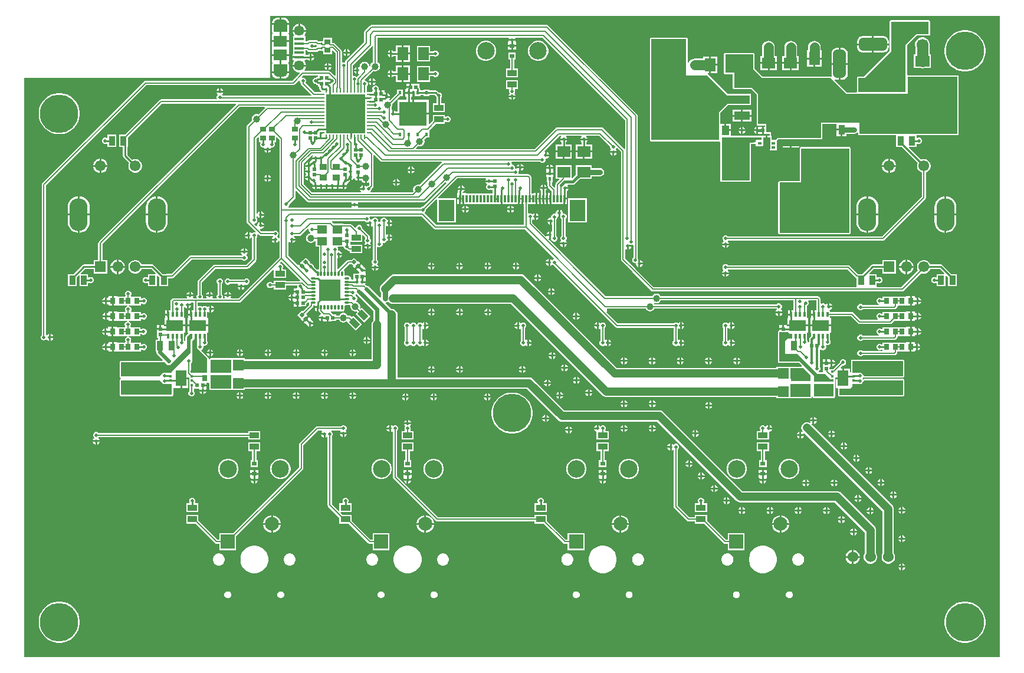
<source format=gtl>
G04*
G04 #@! TF.GenerationSoftware,Altium Limited,Altium Designer,24.5.2 (23)*
G04*
G04 Layer_Physical_Order=1*
G04 Layer_Color=255*
%FSLAX44Y44*%
%MOMM*%
G71*
G04*
G04 #@! TF.SameCoordinates,75C5DE1E-65E4-46FA-8C81-F02E573EC27C*
G04*
G04*
G04 #@! TF.FilePolarity,Positive*
G04*
G01*
G75*
%ADD12C,0.2000*%
%ADD13C,0.2540*%
%ADD14R,5.5500X6.3000*%
%ADD15R,0.9000X1.4500*%
%ADD16R,1.0100X1.7000*%
%ADD17R,0.5250X0.3500*%
%ADD18R,1.5500X1.5500*%
%ADD19R,1.5000X2.3000*%
%ADD20R,0.4000X0.3000*%
%ADD21R,0.3500X0.6500*%
%ADD22R,2.4000X1.5500*%
%ADD23O,0.8000X0.3000*%
%ADD24O,0.3000X0.8000*%
%ADD25R,3.1500X3.1500*%
%ADD26R,5.6000X5.6000*%
%ADD27O,0.7500X0.2500*%
%ADD28O,0.2500X0.7500*%
%ADD29C,1.0000*%
%ADD30R,1.4000X1.2000*%
%ADD31R,0.5600X0.5200*%
%ADD32R,0.5200X0.5600*%
G04:AMPARAMS|DCode=33|XSize=0.52mm|YSize=0.56mm|CornerRadius=0mm|HoleSize=0mm|Usage=FLASHONLY|Rotation=315.000|XOffset=0mm|YOffset=0mm|HoleType=Round|Shape=Rectangle|*
%AMROTATEDRECTD33*
4,1,4,-0.3818,-0.0141,0.0141,0.3818,0.3818,0.0141,-0.0141,-0.3818,-0.3818,-0.0141,0.0*
%
%ADD33ROTATEDRECTD33*%

G04:AMPARAMS|DCode=34|XSize=0.52mm|YSize=0.56mm|CornerRadius=0mm|HoleSize=0mm|Usage=FLASHONLY|Rotation=45.000|XOffset=0mm|YOffset=0mm|HoleType=Round|Shape=Rectangle|*
%AMROTATEDRECTD34*
4,1,4,0.0141,-0.3818,-0.3818,0.0141,-0.0141,0.3818,0.3818,-0.0141,0.0141,-0.3818,0.0*
%
%ADD34ROTATEDRECTD34*%

%ADD35R,1.5055X1.8582*%
%ADD36R,4.0000X3.4000*%
%ADD37R,0.4500X0.5500*%
%ADD38R,0.6500X0.6000*%
%ADD39R,1.8582X1.5055*%
%ADD40R,0.3000X1.1000*%
%ADD41R,2.3000X3.1000*%
%ADD42R,0.7500X0.8500*%
G04:AMPARAMS|DCode=43|XSize=0.3mm|YSize=0.3mm|CornerRadius=0.0495mm|HoleSize=0mm|Usage=FLASHONLY|Rotation=90.000|XOffset=0mm|YOffset=0mm|HoleType=Round|Shape=RoundedRectangle|*
%AMROUNDEDRECTD43*
21,1,0.3000,0.2010,0,0,90.0*
21,1,0.2010,0.3000,0,0,90.0*
1,1,0.0990,0.1005,0.1005*
1,1,0.0990,0.1005,-0.1005*
1,1,0.0990,-0.1005,-0.1005*
1,1,0.0990,-0.1005,0.1005*
%
%ADD43ROUNDEDRECTD43*%
%ADD44R,0.8500X0.7500*%
%ADD45R,1.3500X0.4000*%
%ADD46R,1.9000X1.5000*%
%ADD47R,0.8500X1.3500*%
%ADD48R,1.3500X0.8500*%
G04:AMPARAMS|DCode=49|XSize=1.35mm|YSize=0.85mm|CornerRadius=0mm|HoleSize=0mm|Usage=FLASHONLY|Rotation=315.000|XOffset=0mm|YOffset=0mm|HoleType=Round|Shape=Rectangle|*
%AMROTATEDRECTD49*
4,1,4,-0.7778,0.1768,-0.1768,0.7778,0.7778,-0.1768,0.1768,-0.7778,-0.7778,0.1768,0.0*
%
%ADD49ROTATEDRECTD49*%

%ADD50R,2.0300X1.5200*%
%ADD51R,1.6500X1.9000*%
%ADD52R,2.2000X3.5000*%
%ADD53R,2.2000X1.2000*%
%ADD54R,1.0500X1.3500*%
%ADD55R,1.0000X0.9000*%
%ADD56R,0.4500X0.5000*%
G04:AMPARAMS|DCode=98|XSize=2.6mm|YSize=4.7mm|CornerRadius=1.3mm|HoleSize=0mm|Usage=FLASHONLY|Rotation=0.000|XOffset=0mm|YOffset=0mm|HoleType=Round|Shape=RoundedRectangle|*
%AMROUNDEDRECTD98*
21,1,2.6000,2.1000,0,0,0.0*
21,1,0.0000,4.7000,0,0,0.0*
1,1,2.6000,0.0000,-1.0500*
1,1,2.6000,0.0000,-1.0500*
1,1,2.6000,0.0000,1.0500*
1,1,2.6000,0.0000,1.0500*
%
%ADD98ROUNDEDRECTD98*%
%ADD99C,1.5500*%
%ADD100R,1.5500X1.5500*%
%ADD112C,1.4000*%
%ADD113C,1.2000*%
%ADD114C,0.6000*%
%ADD115C,0.3000*%
%ADD116C,0.5000*%
%ADD117C,0.4000*%
%ADD118C,0.8000*%
%ADD119C,1.6000*%
%ADD120C,1.5240*%
%ADD121C,1.4500*%
G04:AMPARAMS|DCode=122|XSize=4mm|YSize=1.8mm|CornerRadius=0.45mm|HoleSize=0mm|Usage=FLASHONLY|Rotation=90.000|XOffset=0mm|YOffset=0mm|HoleType=Round|Shape=RoundedRectangle|*
%AMROUNDEDRECTD122*
21,1,4.0000,0.9000,0,0,90.0*
21,1,3.1000,1.8000,0,0,90.0*
1,1,0.9000,0.4500,1.5500*
1,1,0.9000,0.4500,-1.5500*
1,1,0.9000,-0.4500,-1.5500*
1,1,0.9000,-0.4500,1.5500*
%
%ADD122ROUNDEDRECTD122*%
G04:AMPARAMS|DCode=123|XSize=4mm|YSize=1.8mm|CornerRadius=0.45mm|HoleSize=0mm|Usage=FLASHONLY|Rotation=0.000|XOffset=0mm|YOffset=0mm|HoleType=Round|Shape=RoundedRectangle|*
%AMROUNDEDRECTD123*
21,1,4.0000,0.9000,0,0,0.0*
21,1,3.1000,1.8000,0,0,0.0*
1,1,0.9000,1.5500,-0.4500*
1,1,0.9000,-1.5500,-0.4500*
1,1,0.9000,-1.5500,0.4500*
1,1,0.9000,1.5500,0.4500*
%
%ADD123ROUNDEDRECTD123*%
%ADD124C,1.7000*%
%ADD125R,1.7000X1.7000*%
%ADD126C,2.0000*%
%ADD127R,2.0000X2.0000*%
%ADD128C,0.5000*%
%ADD129C,0.6600*%
%ADD130C,2.5000*%
%ADD131C,5.5000*%
G36*
X1400000Y0D02*
X0D01*
Y831000D01*
X352500D01*
Y919500D01*
X353000Y920000D01*
X1400000D01*
Y0D01*
D02*
G37*
%LPC*%
G36*
X372250Y917590D02*
X369020D01*
Y910270D01*
X379840D01*
Y910492D01*
X379790Y910743D01*
Y910998D01*
X379598Y911964D01*
X379500Y912199D01*
X379450Y912449D01*
X379074Y913360D01*
X378932Y913572D01*
X378834Y913807D01*
X378287Y914626D01*
X378107Y914807D01*
X377965Y915019D01*
X377268Y915715D01*
X377057Y915857D01*
X376876Y916037D01*
X376057Y916584D01*
X375822Y916682D01*
X375609Y916824D01*
X374700Y917200D01*
X374449Y917250D01*
X374214Y917348D01*
X373248Y917540D01*
X372993D01*
X372742Y917590D01*
X372250Y917590D01*
X372250Y917590D01*
D02*
G37*
G36*
X366480D02*
X362532D01*
X362282Y917540D01*
X362027D01*
X361109Y917357D01*
X360873Y917260D01*
X360623Y917210D01*
X359759Y916852D01*
X359547Y916710D01*
X359311Y916613D01*
X358533Y916093D01*
X358353Y915912D01*
X358141Y915771D01*
X357479Y915109D01*
X357337Y914897D01*
X357157Y914717D01*
X356637Y913939D01*
X356540Y913703D01*
X356398Y913491D01*
X356040Y912627D01*
X355990Y912376D01*
X355892Y912141D01*
X355710Y911223D01*
Y910968D01*
X355660Y910718D01*
Y910270D01*
X366480D01*
Y917590D01*
D02*
G37*
G36*
X395789Y908790D02*
X395770D01*
Y900270D01*
X404290D01*
Y900289D01*
X403623Y902779D01*
X402334Y905011D01*
X400511Y906834D01*
X398279Y908123D01*
X395789Y908790D01*
D02*
G37*
G36*
X393230D02*
X393211D01*
X390721Y908123D01*
X388489Y906834D01*
X386666Y905011D01*
X385377Y902779D01*
X384710Y900289D01*
Y900270D01*
X393230D01*
Y908790D01*
D02*
G37*
G36*
X379840Y907730D02*
X367750D01*
X355660D01*
Y897000D01*
X355857Y896009D01*
X356324Y895310D01*
X356163Y894684D01*
X355822Y894040D01*
X355460D01*
Y885270D01*
X367500D01*
X379540D01*
Y894040D01*
X379540D01*
X379211Y895174D01*
X379176Y895310D01*
X379643Y896009D01*
X379840Y897000D01*
X379840Y907730D01*
D02*
G37*
G36*
X1233500Y891101D02*
X1219270D01*
Y880770D01*
X1240601D01*
Y884000D01*
X1240359Y885838D01*
X1239649Y887550D01*
X1238521Y889021D01*
X1237050Y890149D01*
X1235338Y890859D01*
X1233500Y891101D01*
D02*
G37*
G36*
X1216730D02*
X1202500D01*
X1200662Y890859D01*
X1198950Y890149D01*
X1197479Y889021D01*
X1196351Y887550D01*
X1195641Y885838D01*
X1195399Y884000D01*
Y880770D01*
X1216730D01*
Y891101D01*
D02*
G37*
G36*
X463790Y872449D02*
Y868790D01*
X467449D01*
X466793Y870375D01*
X465375Y871793D01*
X463790Y872449D01*
D02*
G37*
G36*
X461250D02*
X459665Y871793D01*
X458247Y870375D01*
X457591Y868790D01*
X461250D01*
Y872449D01*
D02*
G37*
G36*
X1240601Y878230D02*
X1219270D01*
Y867899D01*
X1233500D01*
X1235338Y868141D01*
X1237050Y868851D01*
X1238521Y869979D01*
X1239649Y871450D01*
X1240359Y873162D01*
X1240601Y875000D01*
Y878230D01*
D02*
G37*
G36*
X1216730D02*
X1195399D01*
Y875000D01*
X1195641Y873162D01*
X1196351Y871450D01*
X1197479Y869979D01*
X1198950Y868851D01*
X1200662Y868141D01*
X1202500Y867899D01*
X1216730D01*
Y878230D01*
D02*
G37*
G36*
X379540Y882730D02*
X367500D01*
X355460D01*
Y873960D01*
Y865270D01*
X367500D01*
X379540D01*
Y873960D01*
Y882730D01*
D02*
G37*
G36*
X467449Y866250D02*
X463790D01*
Y862591D01*
X465375Y863247D01*
X466793Y864665D01*
X467449Y866250D01*
D02*
G37*
G36*
X461250D02*
X457591D01*
X458247Y864665D01*
X459665Y863247D01*
X461250Y862591D01*
Y866250D01*
D02*
G37*
G36*
X412270Y865929D02*
Y862270D01*
X415929D01*
X415273Y863855D01*
X413855Y865273D01*
X412270Y865929D01*
D02*
G37*
G36*
X1134000Y884328D02*
X1131650Y884018D01*
X1129461Y883111D01*
X1127581Y881669D01*
X1126139Y879789D01*
X1125232Y877599D01*
X1124922Y875250D01*
Y871040D01*
X1123210D01*
Y860270D01*
X1134000D01*
X1144790D01*
Y871040D01*
X1143078D01*
Y875250D01*
X1142768Y877599D01*
X1141861Y879789D01*
X1140419Y881669D01*
X1138539Y883111D01*
X1136349Y884018D01*
X1134000Y884328D01*
D02*
G37*
G36*
X415929Y859730D02*
X412270D01*
Y856071D01*
X413855Y856727D01*
X415273Y858145D01*
X415929Y859730D01*
D02*
G37*
G36*
X1100000Y884328D02*
X1097651Y884018D01*
X1095461Y883111D01*
X1093581Y881669D01*
X1092139Y879789D01*
X1091232Y877599D01*
X1090922Y875250D01*
Y862831D01*
X1088085D01*
Y854034D01*
X1099916D01*
X1111747D01*
Y862831D01*
X1109078D01*
Y875250D01*
X1108768Y877599D01*
X1107861Y879789D01*
X1106419Y881669D01*
X1104539Y883111D01*
X1102349Y884018D01*
X1100000Y884328D01*
D02*
G37*
G36*
X1068000D02*
X1065650Y884018D01*
X1063461Y883111D01*
X1061581Y881669D01*
X1060138Y879789D01*
X1059232Y877599D01*
X1058922Y875250D01*
Y862628D01*
X1056450D01*
Y853830D01*
X1068281D01*
X1080112D01*
Y862628D01*
X1077078D01*
Y875250D01*
X1076768Y877599D01*
X1075862Y879789D01*
X1074419Y881669D01*
X1072539Y883111D01*
X1070350Y884018D01*
X1068000Y884328D01*
D02*
G37*
G36*
X750000Y907059D02*
X750000Y907059D01*
X498000D01*
X496829Y906826D01*
X495837Y906163D01*
X495837Y906163D01*
X488587Y898913D01*
X487924Y897921D01*
X487691Y896750D01*
X487691Y896750D01*
Y882767D01*
X461337Y856413D01*
X460674Y855421D01*
X460454Y854312D01*
X460423Y854226D01*
X460155Y853866D01*
X459412Y853369D01*
X457622D01*
X457082Y853146D01*
X455812Y853994D01*
Y869240D01*
X455579Y870410D01*
X454916Y871402D01*
X445656Y880663D01*
X444663Y881326D01*
X443493Y881559D01*
X443493Y881559D01*
X441250D01*
Y889000D01*
X428750D01*
Y884918D01*
X427480Y884004D01*
X427255Y884049D01*
X425245D01*
X424272Y883855D01*
X423828Y883559D01*
X422470D01*
X421366Y884663D01*
X420373Y885326D01*
X419203Y885559D01*
X419202Y885559D01*
X408722D01*
X408722Y885559D01*
X407551Y885326D01*
X406559Y884663D01*
X406559Y884663D01*
X405455Y883559D01*
X403250D01*
Y891000D01*
X402141D01*
X401615Y892270D01*
X402334Y892989D01*
X403623Y895221D01*
X404290Y897711D01*
Y897730D01*
X394500D01*
X384710D01*
Y897711D01*
X385377Y895221D01*
X386666Y892989D01*
X387385Y892270D01*
X386859Y891000D01*
X385750D01*
Y883000D01*
Y876500D01*
Y865540D01*
X385210D01*
Y862270D01*
X394500D01*
Y859730D01*
X385210D01*
Y856460D01*
X386455D01*
X386941Y855287D01*
X386666Y855011D01*
X385377Y852779D01*
X384710Y850289D01*
Y850270D01*
X394500D01*
X404290D01*
Y850289D01*
X403623Y852779D01*
X402334Y855011D01*
X402058Y855287D01*
X402545Y856460D01*
X403790D01*
Y857666D01*
X407206D01*
X408145Y856727D01*
X409730Y856071D01*
Y861000D01*
Y865929D01*
X408145Y865273D01*
X407206Y864334D01*
X403790D01*
Y865540D01*
X403250D01*
Y870941D01*
X404955D01*
X406559Y869337D01*
X406559Y869337D01*
X407551Y868674D01*
X408722Y868441D01*
X408722Y868441D01*
X419202D01*
X419203Y868441D01*
X420373Y868674D01*
X421366Y869337D01*
X422470Y870441D01*
X423828D01*
X424272Y870145D01*
X425245Y869951D01*
X427255D01*
X427480Y869996D01*
X428750Y869082D01*
Y865000D01*
X441250D01*
Y870515D01*
X442423Y871001D01*
X446441Y866983D01*
Y834908D01*
X445268Y834422D01*
X439527Y840163D01*
X438535Y840826D01*
X437364Y841059D01*
X437364Y841059D01*
X402200D01*
X401674Y842329D01*
X402334Y842989D01*
X403623Y845221D01*
X404290Y847711D01*
Y847730D01*
X394500D01*
X384710D01*
Y847711D01*
X385377Y845221D01*
X386666Y842989D01*
X388489Y841166D01*
X390721Y839877D01*
X393211Y839210D01*
X394838D01*
X395364Y837940D01*
X384483Y827059D01*
X174000D01*
X174000Y827059D01*
X172829Y826826D01*
X171837Y826163D01*
X171837Y826163D01*
X25837Y680163D01*
X25174Y679171D01*
X24941Y678000D01*
X24941Y678000D01*
Y462305D01*
X24185Y461549D01*
X23500Y459895D01*
Y458105D01*
X24185Y456451D01*
X25451Y455185D01*
X27105Y454500D01*
X28895D01*
X30549Y455185D01*
X31045Y455681D01*
X32183Y456128D01*
X32698Y455675D01*
X33645Y454727D01*
X35230Y454071D01*
Y459000D01*
Y463929D01*
X33645Y463273D01*
X32698Y462325D01*
X32182Y461872D01*
X31059Y462305D01*
Y676733D01*
X175267Y820941D01*
X385750D01*
X385750Y820941D01*
X386921Y821174D01*
X387913Y821837D01*
X394327Y828251D01*
X394736Y828127D01*
X395500Y827628D01*
Y826105D01*
X396185Y824451D01*
X396941Y823695D01*
Y823000D01*
X396941Y823000D01*
X397174Y821830D01*
X397837Y820837D01*
X411847Y806828D01*
X411361Y805654D01*
X284209D01*
X283819Y806045D01*
X283372Y807183D01*
X283825Y807698D01*
X284773Y808645D01*
X285429Y810230D01*
X275571D01*
X276227Y808645D01*
X277175Y807698D01*
X277628Y807183D01*
X277181Y806045D01*
X276685Y805549D01*
X276000Y803895D01*
Y802105D01*
X276203Y801615D01*
X275497Y800559D01*
X196250D01*
X196250Y800559D01*
X195079Y800326D01*
X194087Y799663D01*
X144174Y749750D01*
X136000D01*
Y732250D01*
X141416D01*
Y719250D01*
X141670Y717974D01*
X142393Y716892D01*
X150137Y709148D01*
X149915Y708763D01*
X149250Y706284D01*
Y703716D01*
X149915Y701237D01*
X151198Y699013D01*
X153013Y697198D01*
X155237Y695915D01*
X157716Y695250D01*
X160284D01*
X162763Y695915D01*
X164987Y697198D01*
X166802Y699013D01*
X168085Y701237D01*
X168750Y703716D01*
Y706284D01*
X168085Y708763D01*
X166802Y710987D01*
X164987Y712802D01*
X162763Y714085D01*
X160284Y714750D01*
X157716D01*
X155237Y714085D01*
X154852Y713863D01*
X148084Y720631D01*
Y732250D01*
X148500D01*
Y745424D01*
X197517Y794441D01*
X303456D01*
X303942Y793268D01*
X106837Y596163D01*
X106174Y595171D01*
X105941Y594000D01*
X105941Y594000D01*
Y569750D01*
X99250D01*
Y563334D01*
X85250D01*
X83974Y563080D01*
X82893Y562357D01*
X70285Y549750D01*
X66092D01*
X65770Y549814D01*
X65448Y549750D01*
X62500D01*
Y546802D01*
X62436Y546480D01*
X62500Y546158D01*
Y532250D01*
X75000D01*
Y545035D01*
X77827Y547862D01*
X79000Y547376D01*
Y532250D01*
X91500D01*
Y536340D01*
X91814Y536619D01*
X92770Y537053D01*
X94105Y536500D01*
X95895D01*
X97549Y537185D01*
X98815Y538451D01*
X99500Y540105D01*
Y541895D01*
X98815Y543549D01*
X97549Y544815D01*
X95895Y545500D01*
X94105D01*
X92770Y544947D01*
X91814Y545381D01*
X91500Y545660D01*
Y549750D01*
X81374D01*
X80888Y550923D01*
X86631Y556666D01*
X99250D01*
Y550250D01*
X118750D01*
Y569750D01*
X112059D01*
Y592733D01*
X308767Y789441D01*
X344456D01*
X344942Y788268D01*
X335554Y778880D01*
X334172Y779250D01*
X332328D01*
X330548Y778773D01*
X328952Y777851D01*
X327649Y776548D01*
X326727Y774952D01*
X326250Y773172D01*
Y771329D01*
X326620Y769946D01*
X319837Y763163D01*
X319174Y762170D01*
X318941Y761000D01*
X318941Y761000D01*
Y624750D01*
X318941Y624750D01*
X319174Y623579D01*
X319837Y622587D01*
X332012Y610412D01*
X331293Y609335D01*
X330895Y609500D01*
X329105D01*
X327451Y608815D01*
X326955Y608319D01*
X325817Y607873D01*
X325302Y608326D01*
X324355Y609273D01*
X322770Y609929D01*
Y605000D01*
Y600071D01*
X324355Y600727D01*
X325302Y601674D01*
X325818Y602128D01*
X326941Y601695D01*
Y571767D01*
X318483Y563309D01*
X273000D01*
X271829Y563076D01*
X270837Y562413D01*
X270837Y562413D01*
X249587Y541163D01*
X248924Y540171D01*
X248691Y539000D01*
X248691Y539000D01*
Y520555D01*
X247935Y519799D01*
X247250Y518145D01*
Y516355D01*
X247512Y515723D01*
X246517Y514806D01*
X245875Y514934D01*
X242471D01*
X241985Y516107D01*
X242023Y516145D01*
X242679Y517730D01*
X232821D01*
X233477Y516145D01*
X233515Y516107D01*
X233029Y514934D01*
X213922D01*
X213922Y514934D01*
X212751Y514701D01*
X211759Y514038D01*
X211759Y514038D01*
X210587Y512866D01*
X209924Y511874D01*
X209691Y510703D01*
X209691Y510703D01*
Y497290D01*
X207520D01*
Y491500D01*
X206250D01*
Y490230D01*
X201960D01*
Y486290D01*
X201460D01*
Y477270D01*
X216000D01*
X230540D01*
Y486290D01*
X229500D01*
Y496750D01*
X228857D01*
Y502146D01*
X229973Y502643D01*
X230497Y502126D01*
X231395Y501227D01*
X232980Y500571D01*
Y505500D01*
X234250D01*
Y506770D01*
X239179D01*
X238858Y507546D01*
X239706Y508816D01*
X242816D01*
Y497290D01*
X240520D01*
Y491500D01*
X239250D01*
Y490230D01*
X234960D01*
Y486290D01*
X234460D01*
Y477270D01*
X249000D01*
X263540D01*
Y486290D01*
X262500D01*
Y495326D01*
X263770Y495852D01*
X264395Y495227D01*
X265980Y494571D01*
Y499500D01*
Y504429D01*
X264395Y503773D01*
X263448Y502825D01*
X262933Y502373D01*
X261795Y502819D01*
X261299Y503315D01*
X259645Y504000D01*
X257855D01*
X256201Y503315D01*
X255250Y502364D01*
X254299Y503315D01*
X252645Y504000D01*
X250855D01*
X250204Y503730D01*
X248934Y504579D01*
Y508616D01*
X308675D01*
X308675Y508616D01*
X309846Y508849D01*
X310838Y509512D01*
X356980Y555654D01*
X358250Y555128D01*
Y544000D01*
X375750D01*
Y556500D01*
X371660D01*
X371381Y556814D01*
X370947Y557770D01*
X371500Y559105D01*
Y560895D01*
X370815Y562549D01*
X369549Y563815D01*
X367895Y564500D01*
X367622D01*
X367096Y565770D01*
X369000Y567674D01*
X395942Y540732D01*
X395456Y539559D01*
X375750D01*
Y540000D01*
X358250D01*
Y537059D01*
X355805D01*
X355049Y537815D01*
X353395Y538500D01*
X351605D01*
X349951Y537815D01*
X348685Y536549D01*
X348000Y534895D01*
Y533105D01*
X348685Y531451D01*
X349951Y530185D01*
X351605Y529500D01*
X353395D01*
X355049Y530185D01*
X355805Y530941D01*
X358250D01*
Y527500D01*
X375750D01*
Y533441D01*
X391135D01*
X391500Y532895D01*
Y531105D01*
X391788Y530410D01*
X390939Y529140D01*
X386760D01*
Y525270D01*
X392100D01*
Y522730D01*
X386760D01*
Y521455D01*
X385704Y520749D01*
X385270Y520929D01*
Y516000D01*
Y511071D01*
X385641Y511225D01*
X386760Y510313D01*
Y509270D01*
X392100D01*
Y508000D01*
X393370D01*
Y502860D01*
X397440D01*
Y503400D01*
X404700D01*
Y506994D01*
X405363Y507437D01*
X407064Y509138D01*
X407774Y508912D01*
X408313Y508591D01*
X408553Y507384D01*
X408676Y507201D01*
Y505517D01*
X399332Y496173D01*
X398101Y497405D01*
X391595Y490899D01*
X396729Y485766D01*
X396347Y485384D01*
X399225Y482506D01*
X402860Y486140D01*
X406494Y489775D01*
X404040Y492229D01*
X413897Y502087D01*
X414561Y503079D01*
X414793Y504250D01*
X415582Y505181D01*
X415702D01*
X416865Y504608D01*
X416881Y503979D01*
Y503370D01*
X421000D01*
Y502100D01*
X422270D01*
Y495733D01*
X422576Y495794D01*
X423711Y495025D01*
X423837Y494837D01*
X425476Y493199D01*
X425178Y491700D01*
X424145Y491273D01*
X422727Y489855D01*
X422071Y488270D01*
X427000D01*
Y487000D01*
X428270D01*
Y482071D01*
X428995Y482371D01*
X429760Y481860D01*
Y481860D01*
X433830D01*
Y487000D01*
X436370D01*
Y481860D01*
X440440D01*
Y482400D01*
X447700D01*
Y483941D01*
X451683D01*
X452399Y482702D01*
X453702Y481399D01*
X455298Y480477D01*
X457078Y480000D01*
X458922D01*
X460702Y480477D01*
X462298Y481399D01*
X462612Y481713D01*
X463560Y480934D01*
X475934Y468560D01*
X484773Y477399D01*
X472399Y489773D01*
X470142Y487516D01*
X468496Y489163D01*
X467503Y489826D01*
X466333Y490059D01*
X466333Y490059D01*
X464317D01*
X463601Y491298D01*
X462298Y492601D01*
X460702Y493523D01*
X458922Y494000D01*
X457078D01*
X455298Y493523D01*
X453702Y492601D01*
X452399Y491298D01*
X451683Y490059D01*
X447700D01*
Y491600D01*
X443054D01*
X439649Y495005D01*
X439799Y495597D01*
X440218Y496187D01*
X441000Y496031D01*
X442366Y496303D01*
X443500Y497061D01*
X444634Y496303D01*
X446000Y496031D01*
X447366Y496303D01*
X448500Y497061D01*
X449634Y496303D01*
X451000Y496031D01*
X452366Y496303D01*
X453500Y497061D01*
X454634Y496303D01*
X456000Y496031D01*
X457366Y496303D01*
X458523Y497077D01*
X459297Y498234D01*
X459568Y499600D01*
Y504002D01*
X459958Y504792D01*
X460748Y505181D01*
X465150D01*
X466516Y505453D01*
X466872Y505691D01*
X467189D01*
X468153Y504492D01*
X468000Y503922D01*
Y502078D01*
X468477Y500298D01*
X469399Y498702D01*
X470702Y497399D01*
X472298Y496477D01*
X474078Y496000D01*
X475922D01*
X477304Y496370D01*
X478150Y495524D01*
X475227Y492601D01*
X487601Y480227D01*
X496440Y489066D01*
X484066Y501440D01*
X482476Y499850D01*
X481630Y500696D01*
X482000Y502078D01*
Y503922D01*
X481523Y505702D01*
X480601Y507298D01*
X479298Y508601D01*
X477702Y509523D01*
X476290Y509901D01*
X476031Y510534D01*
X475963Y510911D01*
X475978Y511246D01*
X477074Y512342D01*
X477759Y513996D01*
Y515786D01*
X477074Y517440D01*
X475808Y518706D01*
X475668Y518764D01*
X475341Y520120D01*
X475689Y520558D01*
X477137Y520653D01*
X500902Y496888D01*
Y482980D01*
X500544Y482706D01*
X499262Y481035D01*
X498456Y479088D01*
X498181Y477000D01*
Y427069D01*
X316750D01*
Y428750D01*
X296947D01*
X296750Y428789D01*
X267500D01*
X266720Y428634D01*
X266058Y428192D01*
X265809Y427820D01*
X264539Y428131D01*
Y428250D01*
X264539Y428250D01*
X264384Y429030D01*
X263942Y429692D01*
X254030Y439604D01*
X254277Y440850D01*
X254831Y441079D01*
X256097Y442345D01*
X256782Y443999D01*
Y445789D01*
X256744Y445883D01*
X257715Y446855D01*
X257855Y446797D01*
X259645D01*
X261299Y447482D01*
X262565Y448748D01*
X263250Y450402D01*
Y452192D01*
X262565Y453847D01*
X262431Y453980D01*
X262500Y455250D01*
X262500D01*
Y465710D01*
X263540D01*
Y474730D01*
X249000D01*
X234460D01*
Y465710D01*
X235032D01*
X235306Y464440D01*
X231808Y460942D01*
X231366Y460280D01*
X231211Y459500D01*
Y453396D01*
X229941Y453211D01*
X229617Y453722D01*
X229565Y453847D01*
X229490Y453922D01*
X229433Y454011D01*
X229500Y455250D01*
X229500D01*
Y465710D01*
X230540D01*
Y474730D01*
X216000D01*
X201460D01*
Y474234D01*
X200140D01*
Y476240D01*
X196270D01*
Y470900D01*
X195000D01*
Y469630D01*
X189860D01*
Y465560D01*
X190400D01*
Y458300D01*
X191941D01*
Y455750D01*
X188500D01*
Y438250D01*
X189652D01*
Y437250D01*
X190040Y435299D01*
X191145Y433645D01*
X198578Y426213D01*
X198092Y425039D01*
X138750D01*
X137970Y424884D01*
X137308Y424442D01*
X136866Y423780D01*
X136711Y423000D01*
Y402500D01*
X136866Y401720D01*
X137308Y401058D01*
X137970Y400616D01*
X138440Y400522D01*
Y399228D01*
X137970Y399134D01*
X137308Y398692D01*
X136866Y398030D01*
X136711Y397250D01*
Y376250D01*
X136866Y375470D01*
X137308Y374808D01*
X137970Y374366D01*
X138750Y374211D01*
X211500D01*
X212280Y374366D01*
X212942Y374808D01*
X213384Y375470D01*
X213539Y376250D01*
Y391446D01*
X213690Y391543D01*
X214854Y390925D01*
X214960Y390753D01*
Y385960D01*
X223730D01*
Y400000D01*
X225000D01*
Y401270D01*
X235726D01*
X236310Y401582D01*
X236500Y401455D01*
Y393250D01*
Y386750D01*
X237191D01*
Y382055D01*
X236185Y381049D01*
X235500Y379395D01*
Y377605D01*
X236185Y375951D01*
X237451Y374685D01*
X239105Y374000D01*
X240895D01*
X242549Y374685D01*
X243815Y375951D01*
X244500Y377605D01*
Y379395D01*
X243815Y381049D01*
X243309Y381555D01*
Y385400D01*
X249514D01*
X250560Y384860D01*
X250560Y384860D01*
X251218Y383875D01*
X251071Y383520D01*
X260929D01*
X260706Y384060D01*
X261240Y384860D01*
X261240D01*
Y388730D01*
X255900D01*
Y391270D01*
X261240D01*
Y393750D01*
X264500D01*
X265461Y393004D01*
Y385250D01*
X265616Y384470D01*
X266058Y383808D01*
X266720Y383366D01*
X267500Y383211D01*
X296750D01*
X296947Y383250D01*
X316750D01*
Y384931D01*
X721158D01*
X766044Y340044D01*
X767716Y338762D01*
X769662Y337956D01*
X771750Y337681D01*
X908408D01*
X1021794Y224294D01*
X1023465Y223012D01*
X1025412Y222206D01*
X1027500Y221931D01*
X1162908D01*
X1206431Y178408D01*
Y148764D01*
X1205536Y147213D01*
X1204880Y144767D01*
Y142233D01*
X1205536Y139787D01*
X1206802Y137593D01*
X1208593Y135802D01*
X1210787Y134536D01*
X1213233Y133880D01*
X1215767D01*
X1218213Y134536D01*
X1220407Y135802D01*
X1222198Y137593D01*
X1223464Y139787D01*
X1224120Y142233D01*
Y144767D01*
X1223464Y147213D01*
X1222569Y148764D01*
Y181750D01*
X1222294Y183838D01*
X1221488Y185784D01*
X1220206Y187456D01*
X1171956Y235706D01*
X1170285Y236988D01*
X1168338Y237794D01*
X1166250Y238069D01*
X1030842D01*
X917456Y351456D01*
X915785Y352738D01*
X913838Y353544D01*
X911750Y353819D01*
X775092D01*
X730206Y398706D01*
X728534Y399988D01*
X726588Y400794D01*
X724500Y401069D01*
X535580D01*
Y491488D01*
X535306Y493577D01*
X534500Y495523D01*
X533217Y497194D01*
X531546Y498476D01*
X529600Y499283D01*
X527511Y499557D01*
X526752Y499458D01*
X518519Y507691D01*
X518937Y509069D01*
X520341Y509348D01*
X522266Y510634D01*
X523294Y509294D01*
X524966Y508012D01*
X526912Y507206D01*
X529000Y506931D01*
X698408D01*
X830044Y375294D01*
X831715Y374012D01*
X833662Y373206D01*
X835750Y372931D01*
X1079250D01*
Y371250D01*
X1099053D01*
X1099250Y371211D01*
X1128434D01*
X1128434Y371211D01*
X1129214Y371366D01*
X1129637Y371648D01*
X1129876Y371808D01*
X1129876Y371808D01*
X1129876Y371808D01*
X1130096Y372137D01*
X1130318Y372470D01*
X1130318Y372470D01*
X1130318Y372470D01*
X1130337Y372517D01*
X1130408Y372873D01*
X1130895Y372912D01*
X1131698Y372847D01*
X1132058Y372308D01*
X1132720Y371866D01*
X1133500Y371711D01*
X1161500D01*
X1162280Y371866D01*
X1162942Y372308D01*
X1163384Y372970D01*
X1163539Y373750D01*
Y391750D01*
X1163500Y391947D01*
Y395053D01*
X1163539Y395250D01*
Y398250D01*
X1163500Y398447D01*
Y406266D01*
X1163690Y406380D01*
X1164960Y405660D01*
Y401270D01*
X1173730D01*
Y414040D01*
X1172025D01*
X1171539Y415213D01*
X1174826Y418500D01*
X1175895D01*
X1177549Y419185D01*
X1178815Y420451D01*
X1179500Y422105D01*
Y423895D01*
X1178815Y425549D01*
X1177549Y426815D01*
X1175895Y427500D01*
X1174105D01*
X1172451Y426815D01*
X1171185Y425549D01*
X1170500Y423895D01*
Y422826D01*
X1160983Y413309D01*
X1160000D01*
X1160000Y413309D01*
X1159704Y413250D01*
X1155600D01*
Y415514D01*
X1156140Y416560D01*
X1156140Y416560D01*
X1157125Y417218D01*
X1157480Y417071D01*
Y422000D01*
Y426929D01*
X1156940Y426706D01*
X1156140Y427240D01*
Y427240D01*
X1152270D01*
Y421900D01*
X1151000D01*
Y420630D01*
X1145860D01*
Y416560D01*
X1146400D01*
Y409300D01*
X1145445Y408539D01*
X1140366D01*
X1140108Y408878D01*
X1140528Y410426D01*
X1140549Y410435D01*
X1141815Y411701D01*
X1142500Y413355D01*
Y415145D01*
X1141815Y416799D01*
X1141519Y417095D01*
Y441547D01*
X1142789Y442024D01*
X1143717Y441096D01*
X1145371Y440410D01*
X1147161D01*
X1148815Y441096D01*
X1150081Y442361D01*
X1150766Y444015D01*
Y445806D01*
X1150329Y446861D01*
X1151301Y447833D01*
X1152105Y447500D01*
X1153895D01*
X1155549Y448185D01*
X1156815Y449451D01*
X1157500Y451105D01*
Y452895D01*
X1156815Y454549D01*
X1156500Y455250D01*
Y465710D01*
X1157540D01*
Y474730D01*
X1143000D01*
X1128460D01*
Y465710D01*
X1129500D01*
Y460595D01*
X1129431Y460250D01*
Y460228D01*
X1127577Y458373D01*
X1126803Y457216D01*
X1126531Y455850D01*
Y451969D01*
X1125300Y451600D01*
X1124250Y452258D01*
Y452895D01*
X1123785Y454017D01*
X1123500Y455250D01*
X1123500D01*
X1123500Y455250D01*
Y465710D01*
X1124540D01*
Y474730D01*
X1110000D01*
X1095460D01*
Y474234D01*
X1094140D01*
Y476240D01*
X1090270D01*
Y470900D01*
X1089000D01*
Y469630D01*
X1083860D01*
Y468039D01*
X1083500D01*
X1082720Y467884D01*
X1082058Y467442D01*
X1081616Y466780D01*
X1081461Y466000D01*
Y424000D01*
X1081616Y423220D01*
X1082058Y422558D01*
X1082720Y422116D01*
X1083500Y421961D01*
X1111905D01*
X1115904Y417962D01*
X1115418Y416789D01*
X1100000D01*
X1099803Y416750D01*
X1079250D01*
Y415069D01*
X850342D01*
X718456Y546956D01*
X716785Y548238D01*
X714838Y549044D01*
X712750Y549319D01*
X530936D01*
X528848Y549044D01*
X526902Y548238D01*
X525231Y546956D01*
X512294Y534019D01*
X511012Y532348D01*
X510206Y530402D01*
X509931Y528314D01*
X510206Y526225D01*
X511012Y524279D01*
X511883Y523145D01*
Y516123D01*
X510612Y515597D01*
X494605Y531605D01*
X492951Y532710D01*
X491000Y533098D01*
X490356Y532970D01*
X489163Y534163D01*
X489085Y534957D01*
X489273Y535145D01*
X489929Y536730D01*
X485000D01*
Y539270D01*
X489929D01*
X489797Y539590D01*
X490240Y540860D01*
X490240D01*
X490240Y540860D01*
Y544730D01*
X484900D01*
Y547270D01*
X490240D01*
Y551140D01*
X489927D01*
X489382Y552410D01*
X489929Y553730D01*
X485000D01*
Y556270D01*
X489929D01*
X489273Y557855D01*
X487855Y559273D01*
X486640Y559776D01*
X486168Y561101D01*
Y561101D01*
X483290Y563979D01*
X479656Y560344D01*
X476021Y556710D01*
X478899Y553832D01*
X478899D01*
X479995Y553442D01*
X480517Y552226D01*
X479936Y551140D01*
X479560D01*
Y550600D01*
X472300D01*
Y542084D01*
X469657D01*
X468640Y543354D01*
X468718Y543750D01*
X468447Y545116D01*
X467673Y546273D01*
X466516Y547047D01*
X465150Y547319D01*
X460748D01*
X459958Y547708D01*
X459568Y548498D01*
Y552900D01*
X459297Y554266D01*
X458523Y555423D01*
X458463Y556037D01*
X466266Y563840D01*
X469654D01*
X471729Y561766D01*
X471347Y561384D01*
X474225Y558506D01*
X477860Y562140D01*
X481494Y565775D01*
X478616Y568653D01*
X478234Y568271D01*
X473101Y573405D01*
X469654Y569958D01*
X464999D01*
X464999Y569958D01*
X463829Y569725D01*
X462836Y569062D01*
X462836Y569062D01*
X450329Y556555D01*
X449497Y556808D01*
X449059Y557224D01*
Y572333D01*
X449730Y572781D01*
Y578000D01*
X451000D01*
Y579270D01*
X455929D01*
X455273Y580855D01*
X453855Y582273D01*
X452002Y583040D01*
X451045D01*
X450500Y583855D01*
Y585645D01*
X449815Y587299D01*
X449634Y587480D01*
X450160Y588750D01*
X458000D01*
X458648Y587748D01*
X459185Y586451D01*
X460451Y585185D01*
X462105Y584500D01*
X463174D01*
X464087Y583587D01*
X465079Y582924D01*
X466250Y582691D01*
X467250D01*
Y579500D01*
X484750D01*
Y592000D01*
X468746D01*
X467600Y592300D01*
X467600Y593125D01*
Y596000D01*
X484750D01*
Y605265D01*
X485923Y605751D01*
X489449Y602225D01*
Y600813D01*
X488935Y600299D01*
X488250Y598645D01*
Y596855D01*
X488935Y595201D01*
X489629Y594507D01*
X488477Y593355D01*
X487821Y591770D01*
X497679D01*
X497023Y593355D01*
X495871Y594507D01*
X496565Y595201D01*
X497250Y596855D01*
Y598645D01*
X496565Y600299D01*
X495809Y601055D01*
Y603250D01*
X495576Y604421D01*
X494913Y605413D01*
X494913Y605413D01*
X484750Y615576D01*
Y616645D01*
X484065Y618299D01*
X482799Y619565D01*
X481145Y620250D01*
X479355D01*
X477701Y619565D01*
X476435Y618299D01*
X475750Y616645D01*
Y616372D01*
X474480Y615846D01*
X469663Y620663D01*
X468671Y621326D01*
X467500Y621559D01*
X467500Y621559D01*
X458000D01*
Y621750D01*
X444326D01*
X441413Y624663D01*
X441400Y624671D01*
X441786Y625941D01*
X487945D01*
X488701Y625185D01*
X490071Y624618D01*
X490761Y624107D01*
X496163D01*
Y622837D01*
X497433D01*
Y617908D01*
X499018Y618564D01*
X499122Y618669D01*
X500295Y618182D01*
Y570159D01*
X499435Y569299D01*
X498750Y567645D01*
Y565855D01*
X499435Y564201D01*
X500129Y563507D01*
X498977Y562355D01*
X498321Y560770D01*
X508179D01*
X507523Y562355D01*
X506371Y563507D01*
X507065Y564201D01*
X507750Y565855D01*
Y567645D01*
X507065Y569299D01*
X506413Y569951D01*
Y588064D01*
X507683Y588736D01*
X508855Y588250D01*
X510645D01*
X512299Y588935D01*
X513565Y590201D01*
X514250Y591855D01*
Y593479D01*
X514715Y594035D01*
X515271Y594500D01*
X516895D01*
X518549Y595185D01*
X519815Y596451D01*
X519934Y596738D01*
X521589Y597415D01*
X522025Y597234D01*
Y602163D01*
Y607092D01*
X520440Y606436D01*
X520232Y606227D01*
X519059Y606713D01*
Y618287D01*
X520232Y618773D01*
X520440Y618564D01*
X522025Y617908D01*
Y622837D01*
Y627766D01*
X521589Y627585D01*
X519934Y628262D01*
X519815Y628549D01*
X518549Y629815D01*
X516895Y630500D01*
X515105D01*
X513451Y629815D01*
X512185Y628549D01*
X511500Y626895D01*
Y625521D01*
X510866Y624764D01*
X510376Y624500D01*
X509082D01*
X508644Y624736D01*
X507958Y625503D01*
Y626895D01*
X507273Y628549D01*
X506007Y629815D01*
X504353Y630500D01*
X502563D01*
X500909Y629815D01*
X499643Y628549D01*
X499524Y628262D01*
X497869Y627585D01*
X497165Y627877D01*
X495902D01*
X495750Y628105D01*
Y629895D01*
X495221Y631171D01*
X495832Y632441D01*
X570233D01*
X587837Y614837D01*
X587837Y614837D01*
X588829Y614174D01*
X590000Y613941D01*
X590000Y613941D01*
X718733D01*
X760404Y572270D01*
X759878Y571000D01*
X759605D01*
X757951Y570315D01*
X757257Y569621D01*
X756105Y570773D01*
X754520Y571429D01*
Y566500D01*
Y561571D01*
X756105Y562227D01*
X757257Y563379D01*
X757951Y562685D01*
X759605Y562000D01*
X759862D01*
X848275Y473587D01*
X848275Y473587D01*
X849268Y472924D01*
X850438Y472691D01*
X931695D01*
X931941Y472445D01*
Y454055D01*
X931185Y453299D01*
X930500Y451645D01*
Y449855D01*
X931185Y448201D01*
X932451Y446935D01*
X934105Y446250D01*
X935895D01*
X937549Y446935D01*
X938243Y447629D01*
X939395Y446477D01*
X940980Y445821D01*
Y450750D01*
Y455679D01*
X939395Y455023D01*
X939329Y454956D01*
X938059Y455482D01*
Y471017D01*
X939329Y471544D01*
X939395Y471477D01*
X940980Y470821D01*
Y475750D01*
Y480679D01*
X939395Y480023D01*
X938243Y478871D01*
X937549Y479565D01*
X935895Y480250D01*
X934105D01*
X932451Y479565D01*
X931695Y478809D01*
X851705D01*
X835447Y495066D01*
X835884Y495720D01*
X836039Y496500D01*
Y499941D01*
X836039Y499941D01*
X891683D01*
X892399Y498702D01*
X893702Y497399D01*
X895298Y496477D01*
X897078Y496000D01*
X898922D01*
X900702Y496477D01*
X902298Y497399D01*
X903601Y498702D01*
X904317Y499941D01*
X1079695D01*
X1080128Y498818D01*
X1079675Y498302D01*
X1078727Y497355D01*
X1078071Y495770D01*
X1087929D01*
X1087273Y497355D01*
X1086325Y498302D01*
X1085872Y498817D01*
X1086319Y499955D01*
X1086815Y500451D01*
X1087500Y502105D01*
Y503895D01*
X1086815Y505549D01*
X1085549Y506815D01*
X1083895Y507500D01*
X1082105D01*
X1080451Y506815D01*
X1079695Y506059D01*
X904317D01*
X903703Y507122D01*
X904008Y507688D01*
X904510Y508170D01*
X906078Y507750D01*
X907922D01*
X909702Y508227D01*
X911298Y509149D01*
X912601Y510452D01*
X913317Y511691D01*
X1103691D01*
Y497290D01*
X1101520D01*
Y491500D01*
X1100250D01*
Y490230D01*
X1095960D01*
Y486290D01*
X1095460D01*
Y477270D01*
X1110000D01*
X1124540D01*
Y486290D01*
X1123500D01*
Y496750D01*
X1122934D01*
Y504077D01*
X1123799Y504435D01*
X1125065Y505701D01*
X1125750Y507355D01*
Y509145D01*
X1125221Y510421D01*
X1125832Y511691D01*
X1136691D01*
Y497290D01*
X1134520D01*
Y491500D01*
X1133250D01*
Y490230D01*
X1128960D01*
Y486290D01*
X1128460D01*
Y477270D01*
X1143000D01*
X1157540D01*
Y486290D01*
X1156500D01*
Y488941D01*
X1186733D01*
X1196837Y478837D01*
X1197830Y478174D01*
X1199000Y477941D01*
X1199000Y477941D01*
X1242750D01*
X1242750Y477941D01*
X1243921Y478174D01*
X1244913Y478837D01*
X1248826Y482750D01*
X1264914Y482750D01*
X1265960Y482210D01*
X1266546Y482210D01*
X1270980D01*
Y489000D01*
Y495790D01*
X1265960D01*
X1264914Y495250D01*
X1264690Y495250D01*
X1244770D01*
X1244500Y495250D01*
Y495250D01*
X1243500D01*
Y495250D01*
X1232000D01*
Y492454D01*
X1230730Y492384D01*
X1230299Y492815D01*
X1228645Y493500D01*
X1226855D01*
X1225201Y492815D01*
X1223935Y491549D01*
X1223250Y489895D01*
Y488105D01*
X1223935Y486451D01*
X1225057Y485329D01*
X1224949Y484653D01*
X1224668Y484059D01*
X1200267D01*
X1190163Y494163D01*
X1189171Y494826D01*
X1188000Y495059D01*
X1188000Y495059D01*
X1156500D01*
Y496750D01*
X1155647D01*
X1155502Y497960D01*
X1157355Y498727D01*
X1158773Y500145D01*
X1159429Y501730D01*
X1154500D01*
Y503000D01*
X1153230D01*
Y507929D01*
X1151645Y507273D01*
X1150698Y506325D01*
X1150183Y505872D01*
X1149045Y506319D01*
X1148549Y506815D01*
X1146895Y507500D01*
X1145105D01*
X1144079Y507075D01*
X1142809Y507832D01*
Y513578D01*
X1142809Y513578D01*
X1142576Y514749D01*
X1141913Y515741D01*
X1141913Y515741D01*
X1140741Y516913D01*
X1139749Y517576D01*
X1138578Y517809D01*
X1138578Y517809D01*
X913317D01*
X912601Y519048D01*
X911298Y520351D01*
X909702Y521273D01*
X907922Y521750D01*
X906078D01*
X904298Y521273D01*
X902702Y520351D01*
X901399Y519048D01*
X900683Y517809D01*
X834517D01*
X752632Y599694D01*
X753230Y600589D01*
Y604480D01*
X749339D01*
X748444Y603882D01*
X729059Y623267D01*
Y627268D01*
X730329Y627794D01*
X730395Y627727D01*
X731980Y627071D01*
Y632000D01*
Y636929D01*
X730395Y636273D01*
X729243Y635121D01*
X728549Y635815D01*
X726895Y636500D01*
X725105D01*
X724329Y636179D01*
X723059Y637027D01*
Y650500D01*
X730960D01*
Y649960D01*
X733730D01*
Y658000D01*
Y666040D01*
X730960D01*
Y665500D01*
X728059D01*
Y688000D01*
X727826Y689171D01*
X727163Y690163D01*
X727163Y690163D01*
X725163Y692163D01*
X724171Y692826D01*
X723000Y693059D01*
X723000Y693059D01*
X710027D01*
X709178Y694329D01*
X709500Y695105D01*
Y696895D01*
X709449Y697018D01*
X710421Y697990D01*
X710480Y697966D01*
Y701625D01*
X706821D01*
X706842Y701575D01*
X706043Y700649D01*
X704747Y700736D01*
X704500Y701105D01*
Y702895D01*
X703815Y704549D01*
X702549Y705815D01*
X700895Y706500D01*
X699904D01*
X699500Y707105D01*
Y708895D01*
X699178Y709671D01*
X700027Y710941D01*
X740195D01*
X740951Y710185D01*
X742605Y709500D01*
X744395D01*
X746049Y710185D01*
X747315Y711451D01*
X748000Y713105D01*
Y714895D01*
X748043Y714960D01*
X749502D01*
X751355Y715727D01*
X752773Y717145D01*
X753429Y718730D01*
X748500D01*
Y720000D01*
X747230D01*
Y724929D01*
X746924Y724803D01*
X746205Y725879D01*
X768267Y747941D01*
X770017D01*
X770544Y746671D01*
X769727Y745855D01*
X769071Y744270D01*
X778929D01*
X778273Y745855D01*
X777456Y746671D01*
X777982Y747941D01*
X799017D01*
X799544Y746671D01*
X798727Y745855D01*
X798071Y744270D01*
X807929D01*
X807273Y745855D01*
X806456Y746671D01*
X806982Y747941D01*
X824983D01*
X840750Y732174D01*
Y731105D01*
X841435Y729451D01*
X842129Y728757D01*
X840977Y727605D01*
X840321Y726020D01*
X850179D01*
X849523Y727605D01*
X848371Y728757D01*
X849065Y729451D01*
X849391Y730238D01*
X850889Y730536D01*
X856191Y725233D01*
Y570750D01*
X856191Y570750D01*
X856424Y569580D01*
X857087Y568587D01*
X872837Y552837D01*
X872837Y552837D01*
X899837Y525837D01*
X899837Y525837D01*
X900829Y525174D01*
X902000Y524941D01*
X902000Y524941D01*
X1260000D01*
X1260000Y524941D01*
X1261171Y525174D01*
X1262163Y525837D01*
X1287240Y550914D01*
X1289716Y550250D01*
X1292284D01*
X1294763Y550914D01*
X1296987Y552198D01*
X1298802Y554013D01*
X1300085Y556237D01*
X1300201Y556666D01*
X1314369D01*
X1320112Y550923D01*
X1319626Y549750D01*
X1309500D01*
Y545660D01*
X1309186Y545381D01*
X1308230Y544947D01*
X1306895Y545500D01*
X1305105D01*
X1303451Y544815D01*
X1302185Y543549D01*
X1301500Y541895D01*
Y540105D01*
X1302185Y538451D01*
X1303451Y537185D01*
X1305105Y536500D01*
X1306895D01*
X1308230Y537053D01*
X1309186Y536619D01*
X1309500Y536340D01*
Y532250D01*
X1322000D01*
Y547376D01*
X1323173Y547862D01*
X1326000Y545035D01*
Y532250D01*
X1338500D01*
Y546158D01*
X1338564Y546480D01*
X1338500Y546802D01*
Y549750D01*
X1335552D01*
X1335230Y549814D01*
X1334908Y549750D01*
X1330715D01*
X1318107Y562357D01*
X1317026Y563080D01*
X1315750Y563334D01*
X1300201D01*
X1300085Y563763D01*
X1298802Y565987D01*
X1296987Y567802D01*
X1294763Y569086D01*
X1292284Y569750D01*
X1289716D01*
X1287237Y569086D01*
X1285013Y567802D01*
X1283198Y565987D01*
X1281915Y563763D01*
X1281250Y561284D01*
Y558716D01*
X1281915Y556237D01*
X1282645Y554971D01*
X1258733Y531059D01*
X1223690D01*
X1223500Y532250D01*
X1223500Y532329D01*
Y536340D01*
X1223814Y536619D01*
X1224770Y537053D01*
X1226105Y536500D01*
X1227895D01*
X1229549Y537185D01*
X1230815Y538451D01*
X1231500Y540105D01*
Y541895D01*
X1230815Y543549D01*
X1229549Y544815D01*
X1227895Y545500D01*
X1226105D01*
X1224770Y544947D01*
X1223814Y545381D01*
X1223500Y545660D01*
Y549750D01*
X1213374D01*
X1212888Y550923D01*
X1218631Y556666D01*
X1231250D01*
Y550250D01*
X1250750D01*
Y569750D01*
X1231250D01*
Y563334D01*
X1217250D01*
X1215974Y563080D01*
X1214893Y562357D01*
X1202285Y549750D01*
X1196326D01*
X1184663Y561413D01*
X1183671Y562076D01*
X1182500Y562309D01*
X1182500Y562309D01*
X1009805D01*
X1008799Y563315D01*
X1007145Y564000D01*
X1005355D01*
X1003701Y563315D01*
X1002435Y562049D01*
X1001750Y560395D01*
Y558605D01*
X1002435Y556951D01*
X1002931Y556455D01*
X1003378Y555317D01*
X1002925Y554802D01*
X1001977Y553855D01*
X1001321Y552270D01*
X1011179D01*
X1010523Y553855D01*
X1009576Y554802D01*
X1009461Y554933D01*
X1009953Y556191D01*
X1181233D01*
X1192966Y544458D01*
X1193958Y543795D01*
X1194500Y543688D01*
Y532329D01*
X1194500Y532250D01*
X1194310Y531059D01*
X903267D01*
X877163Y557163D01*
X877163Y557163D01*
X862309Y572017D01*
Y585154D01*
X863579Y585651D01*
X864980Y585071D01*
Y590000D01*
X866250D01*
Y591270D01*
X871784D01*
X872413Y591611D01*
X872995Y591852D01*
X874265Y591004D01*
Y573591D01*
X874201Y573565D01*
X872935Y572299D01*
X872250Y570645D01*
Y568855D01*
X872935Y567201D01*
X874201Y565935D01*
X875855Y565250D01*
X877645D01*
X877710Y565207D01*
Y563747D01*
X878477Y561895D01*
X879895Y560477D01*
X881480Y559821D01*
Y564750D01*
Y570284D01*
X881139Y570913D01*
X880565Y572299D01*
X880383Y572481D01*
Y776676D01*
X880383Y776676D01*
X880150Y777847D01*
X879487Y778839D01*
X752163Y906163D01*
X751171Y906826D01*
X750000Y907059D01*
D02*
G37*
G36*
X1174500Y874101D02*
X1171270D01*
Y852770D01*
X1181601D01*
Y867000D01*
X1181359Y868838D01*
X1180649Y870550D01*
X1179521Y872021D01*
X1178050Y873149D01*
X1176338Y873859D01*
X1174500Y874101D01*
D02*
G37*
G36*
X1168730D02*
X1165500D01*
X1163662Y873859D01*
X1161950Y873149D01*
X1160479Y872021D01*
X1159351Y870550D01*
X1158641Y868838D01*
X1158399Y867000D01*
Y852770D01*
X1168730D01*
Y874101D01*
D02*
G37*
G36*
X994304Y861831D02*
X985506D01*
Y851270D01*
X994304D01*
Y861831D01*
D02*
G37*
G36*
X436770Y852679D02*
Y849020D01*
X440429D01*
X439773Y850605D01*
X438355Y852023D01*
X436770Y852679D01*
D02*
G37*
G36*
X434230D02*
X432645Y852023D01*
X431227Y850605D01*
X430571Y849020D01*
X434230D01*
Y852679D01*
D02*
G37*
G36*
X1144790Y857730D02*
X1135270D01*
Y846960D01*
X1144790D01*
Y857730D01*
D02*
G37*
G36*
X1132730D02*
X1123210D01*
Y846960D01*
X1132730D01*
Y857730D01*
D02*
G37*
G36*
X1290382Y889500D02*
X1287618D01*
X1284947Y888784D01*
X1282553Y887402D01*
X1280598Y885447D01*
X1279216Y883053D01*
X1278500Y880382D01*
Y877618D01*
X1278914Y876074D01*
Y864800D01*
X1276850D01*
Y845600D01*
X1286045D01*
X1286389Y845457D01*
X1289000Y845114D01*
X1291611Y845457D01*
X1291955Y845600D01*
X1301150D01*
Y864800D01*
X1299086D01*
Y876074D01*
X1299500Y877618D01*
Y880382D01*
X1298784Y883053D01*
X1297402Y885447D01*
X1295447Y887402D01*
X1293053Y888784D01*
X1290382Y889500D01*
D02*
G37*
G36*
X440429Y846480D02*
X436770D01*
Y842821D01*
X438355Y843477D01*
X439773Y844895D01*
X440429Y846480D01*
D02*
G37*
G36*
X434230D02*
X430571D01*
X431227Y844895D01*
X432645Y843477D01*
X434230Y842821D01*
Y846480D01*
D02*
G37*
G36*
X1111747Y851494D02*
X1101186D01*
Y842696D01*
X1111747D01*
Y851494D01*
D02*
G37*
G36*
X1098646D02*
X1088085D01*
Y842696D01*
X1098646D01*
Y851494D01*
D02*
G37*
G36*
X1080112Y851291D02*
X1069551D01*
Y842493D01*
X1080112D01*
Y851291D01*
D02*
G37*
G36*
X1067011D02*
X1056450D01*
Y842493D01*
X1067011D01*
Y851291D01*
D02*
G37*
G36*
X1352322Y899500D02*
X1347678D01*
X1343092Y898774D01*
X1338676Y897339D01*
X1334539Y895231D01*
X1330782Y892501D01*
X1327499Y889218D01*
X1324769Y885461D01*
X1322661Y881324D01*
X1321226Y876908D01*
X1320500Y872322D01*
Y867678D01*
X1321226Y863092D01*
X1322661Y858676D01*
X1324769Y854539D01*
X1327499Y850782D01*
X1330782Y847499D01*
X1334539Y844769D01*
X1338676Y842661D01*
X1343092Y841226D01*
X1347678Y840500D01*
X1352322D01*
X1356908Y841226D01*
X1361324Y842661D01*
X1365461Y844769D01*
X1369218Y847499D01*
X1372501Y850782D01*
X1375231Y854539D01*
X1377339Y858676D01*
X1378774Y863092D01*
X1379500Y867678D01*
Y872322D01*
X1378774Y876908D01*
X1377339Y881324D01*
X1375231Y885461D01*
X1372501Y889218D01*
X1369218Y892501D01*
X1365461Y895231D01*
X1361324Y897339D01*
X1356908Y898774D01*
X1352322Y899500D01*
D02*
G37*
G36*
X379540Y862730D02*
X367500D01*
X355460D01*
Y853960D01*
X355572D01*
X355913Y853316D01*
X356074Y852690D01*
X355607Y851991D01*
X355410Y851000D01*
X355410Y840270D01*
X367500D01*
X379590D01*
Y851000D01*
X379393Y851991D01*
X378926Y852690D01*
X379087Y853316D01*
X379428Y853960D01*
X379540D01*
Y862730D01*
D02*
G37*
G36*
X994304Y848730D02*
X985506D01*
Y838169D01*
X994304D01*
Y848730D01*
D02*
G37*
G36*
X379590Y837730D02*
X368770D01*
Y830410D01*
X372718D01*
X372968Y830460D01*
X373223D01*
X374141Y830643D01*
X374376Y830740D01*
X374627Y830790D01*
X375491Y831148D01*
X375703Y831290D01*
X375939Y831387D01*
X376717Y831907D01*
X376897Y832087D01*
X377109Y832229D01*
X377771Y832891D01*
X377912Y833103D01*
X378093Y833283D01*
X378613Y834061D01*
X378710Y834297D01*
X378852Y834509D01*
X379210Y835373D01*
X379260Y835624D01*
X379357Y835859D01*
X379540Y836777D01*
Y837032D01*
X379590Y837282D01*
Y837730D01*
D02*
G37*
G36*
X366230D02*
X355410D01*
Y837507D01*
X355460Y837257D01*
Y837002D01*
X355652Y836036D01*
X355750Y835801D01*
X355799Y835551D01*
X356176Y834641D01*
X356318Y834428D01*
X356416Y834193D01*
X356963Y833374D01*
X357143Y833194D01*
X357285Y832981D01*
X357981Y832285D01*
X358194Y832143D01*
X358374Y831963D01*
X359193Y831416D01*
X359428Y831318D01*
X359641Y831177D01*
X360550Y830800D01*
X360801Y830750D01*
X361036Y830652D01*
X362002Y830460D01*
X362257D01*
X362508Y830410D01*
X363000Y830410D01*
X363000Y830410D01*
X366230D01*
Y837730D01*
D02*
G37*
G36*
X1181601Y850230D02*
X1171270D01*
Y828899D01*
X1174500D01*
X1176338Y829141D01*
X1178050Y829851D01*
X1179521Y830979D01*
X1180649Y832450D01*
X1181359Y834162D01*
X1181601Y836000D01*
Y850230D01*
D02*
G37*
G36*
X1298000Y914039D02*
X1244000D01*
X1243220Y913884D01*
X1242558Y913442D01*
X1242116Y912780D01*
X1241961Y912000D01*
Y869845D01*
X1205155Y833039D01*
X1197000D01*
X1196220Y832884D01*
X1195558Y832442D01*
X1195116Y831780D01*
X1194961Y831000D01*
Y811000D01*
X1193857Y810039D01*
X1180845D01*
X1162732Y828152D01*
X1163451Y829229D01*
X1163662Y829141D01*
X1165500Y828899D01*
X1168730D01*
Y850230D01*
X1158399D01*
Y836000D01*
X1158641Y834162D01*
X1158828Y833711D01*
X1157802Y832869D01*
X1157780Y832884D01*
X1157000Y833039D01*
X1059845D01*
X1048039Y844845D01*
Y865000D01*
X1047884Y865780D01*
X1047442Y866442D01*
X1046780Y866884D01*
X1046000Y867039D01*
X1006000D01*
X1005220Y866884D01*
X1004558Y866442D01*
X1004116Y865780D01*
X1003961Y865000D01*
Y838500D01*
X1004116Y837720D01*
X1004558Y837058D01*
X1005220Y836616D01*
X1006000Y836461D01*
X1016711D01*
Y817000D01*
X1016866Y816220D01*
X1017000Y816019D01*
Y815000D01*
X1018553D01*
X1018750Y814961D01*
X1043405D01*
X1050961Y807405D01*
X1050961Y765000D01*
X1051116Y764220D01*
X1051558Y763558D01*
X1052220Y763116D01*
X1053000Y762961D01*
X1062961Y762961D01*
Y761140D01*
X1061370D01*
Y756000D01*
Y750860D01*
X1065440D01*
Y750961D01*
X1069961D01*
Y748540D01*
X1066670D01*
Y746000D01*
X1070000D01*
Y727250D01*
X1072990D01*
D01*
X1079775D01*
Y733750D01*
Y740641D01*
X1082095Y742961D01*
X1143500D01*
X1144280Y743116D01*
X1144942Y743558D01*
X1145384Y744220D01*
X1145539Y745000D01*
Y764961D01*
X1165760D01*
Y758270D01*
X1172800D01*
Y757000D01*
X1174070D01*
Y747210D01*
X1179840D01*
Y750882D01*
X1191000D01*
X1193341Y751348D01*
X1195326Y752674D01*
X1195691Y753221D01*
X1196961Y752835D01*
Y751000D01*
X1197116Y750220D01*
X1197558Y749558D01*
X1198220Y749116D01*
X1199000Y748961D01*
X1251500D01*
Y732250D01*
X1259035D01*
X1282137Y709148D01*
X1281915Y708763D01*
X1281250Y706284D01*
Y703716D01*
X1281915Y701237D01*
X1283198Y699013D01*
X1285013Y697198D01*
X1287237Y695915D01*
X1287941Y695726D01*
Y660767D01*
X1230983Y603809D01*
X1009805D01*
X1009049Y604565D01*
X1007395Y605250D01*
X1005605D01*
X1003951Y604565D01*
X1002685Y603299D01*
X1002000Y601645D01*
Y599855D01*
X1002685Y598201D01*
X1003181Y597705D01*
X1003627Y596567D01*
X1003175Y596052D01*
X1002227Y595105D01*
X1001571Y593520D01*
X1011429D01*
X1010773Y595105D01*
X1009825Y596052D01*
X1009372Y596568D01*
X1009805Y597691D01*
X1232250D01*
X1232250Y597691D01*
X1233420Y597924D01*
X1234413Y598587D01*
X1293163Y657337D01*
X1293163Y657337D01*
X1293826Y658329D01*
X1294059Y659500D01*
X1294059Y659500D01*
Y695726D01*
X1294763Y695915D01*
X1296987Y697198D01*
X1298802Y699013D01*
X1300085Y701237D01*
X1300750Y703716D01*
Y706284D01*
X1300085Y708763D01*
X1298802Y710987D01*
X1296987Y712802D01*
X1294763Y714085D01*
X1292284Y714750D01*
X1289716D01*
X1287237Y714085D01*
X1286852Y713863D01*
X1269638Y731077D01*
X1270124Y732250D01*
X1280500D01*
Y736340D01*
X1280814Y736619D01*
X1281770Y737053D01*
X1283105Y736500D01*
X1284895D01*
X1286549Y737185D01*
X1287815Y738451D01*
X1288500Y740105D01*
Y741895D01*
X1287815Y743549D01*
X1286549Y744815D01*
X1284895Y745500D01*
X1283105D01*
X1281770Y744947D01*
X1280814Y745381D01*
X1280500Y745660D01*
Y748961D01*
X1339000D01*
X1339780Y749116D01*
X1340442Y749558D01*
X1340884Y750220D01*
X1341039Y751000D01*
Y833000D01*
X1340884Y833780D01*
X1340442Y834442D01*
X1339780Y834884D01*
X1339000Y835039D01*
X1268000D01*
X1267039Y836143D01*
Y878155D01*
X1280845Y891961D01*
X1298000D01*
X1298780Y892116D01*
X1299355Y892500D01*
X1299500D01*
Y892645D01*
X1299884Y893220D01*
X1300039Y894000D01*
Y912000D01*
X1299884Y912780D01*
X1299500Y913355D01*
Y913500D01*
X1299355D01*
X1298780Y913884D01*
X1298000Y914039D01*
D02*
G37*
G36*
X281770Y816429D02*
Y812770D01*
X285429D01*
X284773Y814355D01*
X283355Y815773D01*
X281770Y816429D01*
D02*
G37*
G36*
X279230D02*
X277645Y815773D01*
X276227Y814355D01*
X275571Y812770D01*
X279230D01*
Y816429D01*
D02*
G37*
G36*
X1043540Y785540D02*
X1031270D01*
Y778270D01*
X1043540D01*
Y785540D01*
D02*
G37*
G36*
X1028730D02*
X1016460D01*
Y778270D01*
X1028730D01*
Y785540D01*
D02*
G37*
G36*
X1043540Y775730D02*
X1031270D01*
Y768460D01*
X1043540D01*
Y775730D01*
D02*
G37*
G36*
X1028730D02*
X1016460D01*
Y768460D01*
X1028730D01*
Y775730D01*
D02*
G37*
G36*
X1054760Y761140D02*
X1053995Y760629D01*
X1053270Y760929D01*
Y756000D01*
Y751071D01*
X1053995Y751371D01*
X1054760Y750860D01*
Y750860D01*
X1058830D01*
Y756000D01*
Y761140D01*
X1054760D01*
Y761140D01*
D02*
G37*
G36*
X1014040Y765290D02*
X1007520D01*
Y757270D01*
X1014040D01*
Y765290D01*
D02*
G37*
G36*
X1050730Y760929D02*
X1049145Y760273D01*
X1047727Y758855D01*
X1047071Y757270D01*
X1050730D01*
Y760929D01*
D02*
G37*
G36*
X1031270D02*
Y757270D01*
X1034929D01*
X1034273Y758855D01*
X1032855Y760273D01*
X1031270Y760929D01*
D02*
G37*
G36*
X1028730D02*
X1027145Y760273D01*
X1025727Y758855D01*
X1025071Y757270D01*
X1028730D01*
Y760929D01*
D02*
G37*
G36*
X1050730Y754730D02*
X1047071D01*
X1047727Y753145D01*
X1049145Y751727D01*
X1050730Y751071D01*
Y754730D01*
D02*
G37*
G36*
X1034929D02*
X1031270D01*
Y751071D01*
X1032855Y751727D01*
X1034273Y753145D01*
X1034929Y754730D01*
D02*
G37*
G36*
X1028730D02*
X1025071D01*
X1025727Y753145D01*
X1027145Y751727D01*
X1028730Y751071D01*
Y754730D01*
D02*
G37*
G36*
X52322Y809500D02*
X47678D01*
X43092Y808774D01*
X38676Y807339D01*
X34539Y805231D01*
X30782Y802501D01*
X27499Y799218D01*
X24769Y795461D01*
X22661Y791324D01*
X21226Y786908D01*
X20500Y782322D01*
Y777678D01*
X21226Y773092D01*
X22661Y768676D01*
X24769Y764539D01*
X27499Y760782D01*
X30782Y757499D01*
X34539Y754769D01*
X38676Y752661D01*
X43092Y751226D01*
X47678Y750500D01*
X52322D01*
X56908Y751226D01*
X61324Y752661D01*
X65461Y754769D01*
X69218Y757499D01*
X72501Y760782D01*
X75231Y764539D01*
X77339Y768676D01*
X78774Y773092D01*
X79500Y777678D01*
Y782322D01*
X78774Y786908D01*
X77339Y791324D01*
X75231Y795461D01*
X72501Y799218D01*
X69218Y802501D01*
X65461Y805231D01*
X61324Y807339D01*
X56908Y808774D01*
X52322Y809500D01*
D02*
G37*
G36*
X1171530Y755730D02*
X1165760D01*
Y747210D01*
X1171530D01*
Y755730D01*
D02*
G37*
G36*
X132000Y749750D02*
X119500D01*
Y745660D01*
X119186Y745381D01*
X118230Y744947D01*
X116895Y745500D01*
X115105D01*
X113451Y744815D01*
X112185Y743549D01*
X111500Y741895D01*
Y740105D01*
X112185Y738451D01*
X113451Y737185D01*
X115105Y736500D01*
X116895D01*
X118230Y737053D01*
X119186Y736619D01*
X119500Y736340D01*
Y732250D01*
X132000D01*
Y749750D01*
D02*
G37*
G36*
X950000Y889039D02*
X900000D01*
X899220Y888884D01*
X898558Y888442D01*
X898116Y887780D01*
X897961Y887000D01*
Y835000D01*
X897961Y742000D01*
X898116Y741220D01*
X898558Y740558D01*
X899220Y740116D01*
X900000Y739961D01*
X997000D01*
X997691Y740098D01*
X997819Y740092D01*
X998961Y739377D01*
Y684000D01*
X999116Y683220D01*
X999558Y682558D01*
X1000220Y682116D01*
X1001000Y681961D01*
X1041000D01*
X1041780Y682116D01*
X1042442Y682558D01*
X1042884Y683220D01*
X1043039Y684000D01*
Y736461D01*
X1046750D01*
X1046750Y736461D01*
X1046947Y736500D01*
X1049743D01*
Y732750D01*
X1060000D01*
Y733750D01*
X1060275D01*
Y740250D01*
Y746000D01*
X1064130D01*
Y748540D01*
X1057810D01*
Y748039D01*
X1014040D01*
Y754730D01*
X1006250D01*
Y756000D01*
X1004980D01*
Y765290D01*
X999039D01*
X999039Y780905D01*
X1010095Y791961D01*
X1041000Y791961D01*
X1041197Y792000D01*
X1043000D01*
Y793803D01*
X1043039Y794000D01*
Y806000D01*
X1043000Y806197D01*
Y808000D01*
X1041197D01*
X1041000Y808039D01*
X1009845D01*
X981442Y836442D01*
X980780Y836884D01*
X980705Y836899D01*
X980830Y838169D01*
X982966D01*
Y850000D01*
Y861831D01*
X974169D01*
Y859078D01*
X962000D01*
X959650Y858768D01*
X957461Y857861D01*
X955581Y856419D01*
X954139Y854539D01*
X953232Y852349D01*
X952039Y852631D01*
Y887000D01*
X951884Y887780D01*
X951442Y888442D01*
X950780Y888884D01*
X950000Y889039D01*
D02*
G37*
G36*
X1111831Y733304D02*
X1101270D01*
Y731000D01*
X1111831D01*
Y733304D01*
D02*
G37*
G36*
X1098730D02*
X1088169D01*
Y731000D01*
X1098730D01*
Y733304D01*
D02*
G37*
G36*
X1184000Y732039D02*
X1115000D01*
X1114220Y731884D01*
X1113558Y731442D01*
X1113116Y730780D01*
X1113101Y730705D01*
X1112961Y730719D01*
Y712830D01*
X1112961D01*
Y707170D01*
D01*
Y686357D01*
D01*
Y683039D01*
X1084000D01*
X1083220Y682884D01*
X1082558Y682442D01*
X1082116Y681780D01*
X1081961Y681000D01*
Y609000D01*
X1082116Y608220D01*
X1082558Y607558D01*
X1083220Y607116D01*
X1084000Y606961D01*
X1184000D01*
X1184780Y607116D01*
X1185442Y607558D01*
X1185884Y608220D01*
X1186039Y609000D01*
X1186039Y730000D01*
X1185884Y730780D01*
X1185442Y731442D01*
X1184780Y731884D01*
X1184000Y732039D01*
D02*
G37*
G36*
X807929Y741730D02*
X798071D01*
X798727Y740145D01*
X799666Y739206D01*
Y735831D01*
X791169D01*
Y727034D01*
X803000D01*
X814831D01*
Y735831D01*
X806334D01*
Y739206D01*
X807273Y740145D01*
X807929Y741730D01*
D02*
G37*
G36*
X778929D02*
X769071D01*
X769727Y740145D01*
X770666Y739206D01*
Y735831D01*
X762169D01*
Y727034D01*
X774000D01*
X785831D01*
Y735831D01*
X777334D01*
Y739206D01*
X778273Y740145D01*
X778929Y741730D01*
D02*
G37*
G36*
X749770Y724929D02*
Y721270D01*
X753429D01*
X752773Y722855D01*
X751355Y724273D01*
X749770Y724929D01*
D02*
G37*
G36*
X850179Y723480D02*
X846520D01*
Y719821D01*
X848105Y720477D01*
X849523Y721895D01*
X850179Y723480D01*
D02*
G37*
G36*
X843980D02*
X840321D01*
X840977Y721895D01*
X842395Y720477D01*
X843980Y719821D01*
Y723480D01*
D02*
G37*
G36*
X814831Y724494D02*
X804270D01*
Y715696D01*
X814831D01*
Y724494D01*
D02*
G37*
G36*
X801730D02*
X791169D01*
Y715696D01*
X801730D01*
Y724494D01*
D02*
G37*
G36*
X785831D02*
X775270D01*
Y715696D01*
X785831D01*
Y724494D01*
D02*
G37*
G36*
X772730D02*
X762169D01*
Y715696D01*
X772730D01*
Y724494D01*
D02*
G37*
G36*
X1242355Y715290D02*
X1242270D01*
Y706270D01*
X1251290D01*
Y706355D01*
X1250589Y708972D01*
X1249234Y711318D01*
X1247318Y713234D01*
X1244972Y714589D01*
X1242355Y715290D01*
D02*
G37*
G36*
X1239730D02*
X1239645D01*
X1237028Y714589D01*
X1234682Y713234D01*
X1232766Y711318D01*
X1231411Y708972D01*
X1230710Y706355D01*
Y706270D01*
X1239730D01*
Y715290D01*
D02*
G37*
G36*
X110355D02*
X110270D01*
Y706270D01*
X119290D01*
Y706355D01*
X118589Y708972D01*
X117234Y711318D01*
X115318Y713234D01*
X112972Y714589D01*
X110355Y715290D01*
D02*
G37*
G36*
X107730D02*
X107645D01*
X105028Y714589D01*
X102682Y713234D01*
X100766Y711318D01*
X99411Y708972D01*
X98710Y706355D01*
Y706270D01*
X107730D01*
Y715290D01*
D02*
G37*
G36*
X713020Y707824D02*
Y704165D01*
X716679D01*
X716023Y705750D01*
X714605Y707168D01*
X713020Y707824D01*
D02*
G37*
G36*
X710480D02*
X708895Y707168D01*
X707477Y705750D01*
X706821Y704165D01*
X710480D01*
Y707824D01*
D02*
G37*
G36*
X755270Y706929D02*
Y703270D01*
X758929D01*
X758273Y704855D01*
X756855Y706273D01*
X755270Y706929D01*
D02*
G37*
G36*
X752730D02*
X751145Y706273D01*
X749727Y704855D01*
X749071Y703270D01*
X752730D01*
Y706929D01*
D02*
G37*
G36*
X716679Y701625D02*
X713020D01*
Y697966D01*
X714605Y698622D01*
X716023Y700040D01*
X716679Y701625D01*
D02*
G37*
G36*
X758929Y700730D02*
X749071D01*
X749348Y700060D01*
X749210Y698790D01*
X749210Y698790D01*
X749210Y698790D01*
Y695020D01*
X758790D01*
Y698790D01*
X758790Y698790D01*
X758790D01*
X758652Y700060D01*
X758929Y700730D01*
D02*
G37*
G36*
X1251290Y703730D02*
X1242270D01*
Y694710D01*
X1242355D01*
X1244972Y695411D01*
X1247318Y696766D01*
X1249234Y698682D01*
X1250589Y701028D01*
X1251290Y703645D01*
Y703730D01*
D02*
G37*
G36*
X1239730D02*
X1230710D01*
Y703645D01*
X1231411Y701028D01*
X1232766Y698682D01*
X1234682Y696766D01*
X1237028Y695411D01*
X1239645Y694710D01*
X1239730D01*
Y703730D01*
D02*
G37*
G36*
X119290D02*
X110270D01*
Y694710D01*
X110355D01*
X112972Y695411D01*
X115318Y696766D01*
X117234Y698682D01*
X118589Y701028D01*
X119290Y703645D01*
Y703730D01*
D02*
G37*
G36*
X107730D02*
X98710D01*
Y703645D01*
X99411Y701028D01*
X100766Y698682D01*
X102682Y696766D01*
X105028Y695411D01*
X107645Y694710D01*
X107730D01*
Y703730D01*
D02*
G37*
G36*
X814291Y705764D02*
X791709D01*
Y692477D01*
X786561Y687329D01*
X785291Y687855D01*
Y705764D01*
X762709D01*
Y686709D01*
X767724D01*
X768210Y685536D01*
X762837Y680163D01*
X762174Y679171D01*
X761941Y678000D01*
X761941Y678000D01*
Y674044D01*
X760768Y673558D01*
X757059Y677267D01*
Y681750D01*
X758250D01*
Y688710D01*
X758790D01*
Y692480D01*
X749210D01*
Y688710D01*
X749750D01*
Y681750D01*
X750941D01*
Y676000D01*
X750941Y676000D01*
X751174Y674829D01*
X751837Y673837D01*
X756941Y668733D01*
Y666040D01*
X756270D01*
Y658000D01*
Y649960D01*
X759040D01*
Y650500D01*
X770960D01*
Y649960D01*
X773730D01*
Y658000D01*
X775000D01*
Y659270D01*
X779040D01*
Y666040D01*
X778334D01*
Y668512D01*
X778855Y668727D01*
X780273Y670145D01*
X780929Y671730D01*
X776000D01*
Y674270D01*
X780929D01*
X780273Y675855D01*
X779476Y676652D01*
X780002Y677922D01*
X787000D01*
X787000Y677922D01*
X788561Y678232D01*
X789884Y679116D01*
X797477Y686709D01*
X814291D01*
Y689883D01*
X826000D01*
X828341Y690348D01*
X830326Y691674D01*
X831652Y693659D01*
X832117Y696000D01*
X831652Y698341D01*
X830326Y700326D01*
X828341Y701652D01*
X826000Y702117D01*
X814291D01*
Y705764D01*
D02*
G37*
G36*
X746270Y677929D02*
Y674270D01*
X749929D01*
X749273Y675855D01*
X747855Y677273D01*
X746270Y677929D01*
D02*
G37*
G36*
X743730D02*
X742145Y677273D01*
X740727Y675855D01*
X740071Y674270D01*
X743730D01*
Y677929D01*
D02*
G37*
G36*
X779040Y656730D02*
X776270D01*
Y649960D01*
X779040D01*
Y656730D01*
D02*
G37*
G36*
X753730Y666040D02*
X751270D01*
Y658000D01*
Y649960D01*
X753730D01*
Y658000D01*
Y666040D01*
D02*
G37*
G36*
X749929Y671730D02*
X740071D01*
X740727Y670145D01*
X741666Y669206D01*
Y666040D01*
X741270D01*
Y658000D01*
Y649960D01*
X743730D01*
Y658000D01*
X746270D01*
Y649960D01*
X748730D01*
Y658000D01*
Y666040D01*
X748334D01*
Y669206D01*
X749273Y670145D01*
X749929Y671730D01*
D02*
G37*
G36*
X738730Y666040D02*
X736270D01*
Y658000D01*
Y649960D01*
X738730D01*
Y658000D01*
Y666040D01*
D02*
G37*
G36*
X1323270Y660990D02*
Y636270D01*
X1337615D01*
Y645500D01*
X1337315Y648546D01*
X1336427Y651476D01*
X1334984Y654175D01*
X1333042Y656542D01*
X1330675Y658484D01*
X1327976Y659927D01*
X1325046Y660815D01*
X1323270Y660990D01*
D02*
G37*
G36*
X1320730D02*
X1318954Y660815D01*
X1316024Y659927D01*
X1313325Y658484D01*
X1310958Y656542D01*
X1309017Y654175D01*
X1307574Y651476D01*
X1306685Y648546D01*
X1306385Y645500D01*
Y636270D01*
X1320730D01*
Y660990D01*
D02*
G37*
G36*
X1211270D02*
Y636270D01*
X1225615D01*
Y645500D01*
X1225315Y648546D01*
X1224427Y651476D01*
X1222984Y654175D01*
X1221042Y656542D01*
X1218675Y658484D01*
X1215976Y659927D01*
X1213046Y660815D01*
X1211270Y660990D01*
D02*
G37*
G36*
X1208730D02*
X1206954Y660815D01*
X1204024Y659927D01*
X1201325Y658484D01*
X1198958Y656542D01*
X1197017Y654175D01*
X1195574Y651476D01*
X1194685Y648546D01*
X1194385Y645500D01*
Y636270D01*
X1208730D01*
Y660990D01*
D02*
G37*
G36*
X191270D02*
Y636270D01*
X205615D01*
Y645500D01*
X205315Y648546D01*
X204426Y651476D01*
X202983Y654175D01*
X201042Y656542D01*
X198675Y658484D01*
X195976Y659927D01*
X193046Y660815D01*
X191270Y660990D01*
D02*
G37*
G36*
X188730D02*
X186954Y660815D01*
X184024Y659927D01*
X181325Y658484D01*
X178958Y656542D01*
X177017Y654175D01*
X175574Y651476D01*
X174685Y648546D01*
X174385Y645500D01*
Y636270D01*
X188730D01*
Y660990D01*
D02*
G37*
G36*
X79270D02*
Y636270D01*
X93615D01*
Y645500D01*
X93315Y648546D01*
X92427Y651476D01*
X90984Y654175D01*
X89042Y656542D01*
X86675Y658484D01*
X83976Y659927D01*
X81046Y660815D01*
X79270Y660990D01*
D02*
G37*
G36*
X76730D02*
X74954Y660815D01*
X72024Y659927D01*
X69325Y658484D01*
X66958Y656542D01*
X65016Y654175D01*
X63573Y651476D01*
X62685Y648546D01*
X62385Y645500D01*
Y636270D01*
X76730D01*
Y660990D01*
D02*
G37*
G36*
X766480Y641929D02*
X764895Y641273D01*
X763477Y639855D01*
X762710Y638003D01*
Y637080D01*
X761440Y636231D01*
X761395Y636250D01*
X759605D01*
X757951Y635565D01*
X756685Y634299D01*
X756000Y632645D01*
Y630855D01*
X755957Y630790D01*
X754498D01*
X752645Y630023D01*
X751227Y628605D01*
X750571Y627020D01*
X755500D01*
Y625750D01*
X756770D01*
Y620531D01*
X757441Y620083D01*
Y611362D01*
X756171Y610513D01*
X755770Y610679D01*
Y605750D01*
Y600216D01*
X756111Y599587D01*
X756685Y598201D01*
X757951Y596935D01*
X759605Y596250D01*
X761395D01*
X763049Y596935D01*
X764315Y598201D01*
X765000Y599855D01*
Y601645D01*
X764315Y603299D01*
X763559Y604055D01*
Y628445D01*
X764315Y629201D01*
X765000Y630855D01*
Y631309D01*
X766270Y632158D01*
X766480Y632071D01*
Y637000D01*
Y641929D01*
D02*
G37*
G36*
X734520Y636929D02*
Y633270D01*
X738179D01*
X737523Y634855D01*
X736105Y636273D01*
X734520Y636929D01*
D02*
G37*
G36*
X738179Y630730D02*
X734520D01*
Y627071D01*
X736105Y627727D01*
X737523Y629145D01*
X738179Y630730D01*
D02*
G37*
G36*
X524565Y627766D02*
Y624107D01*
X528224D01*
X527568Y625692D01*
X526150Y627110D01*
X524565Y627766D01*
D02*
G37*
G36*
X807700Y658500D02*
X780700D01*
Y623500D01*
X807700D01*
Y658500D01*
D02*
G37*
G36*
X754230Y624480D02*
X750571D01*
X751227Y622895D01*
X752645Y621477D01*
X754230Y620821D01*
Y624480D01*
D02*
G37*
G36*
X528224Y621567D02*
X524565D01*
Y617908D01*
X526150Y618564D01*
X527568Y619982D01*
X528224Y621567D01*
D02*
G37*
G36*
X494893D02*
X491234D01*
X491890Y619982D01*
X493308Y618564D01*
X494893Y617908D01*
Y621567D01*
D02*
G37*
G36*
X1337615Y633730D02*
X1323270D01*
Y609010D01*
X1325046Y609185D01*
X1327976Y610074D01*
X1330675Y611516D01*
X1333042Y613458D01*
X1334984Y615825D01*
X1336427Y618524D01*
X1337315Y621454D01*
X1337615Y624500D01*
Y633730D01*
D02*
G37*
G36*
X1320730D02*
X1306385D01*
Y624500D01*
X1306685Y621454D01*
X1307574Y618524D01*
X1309017Y615825D01*
X1310958Y613458D01*
X1313325Y611516D01*
X1316024Y610074D01*
X1318954Y609185D01*
X1320730Y609010D01*
Y633730D01*
D02*
G37*
G36*
X1225615D02*
X1211270D01*
Y609010D01*
X1213046Y609185D01*
X1215976Y610074D01*
X1218675Y611516D01*
X1221042Y613458D01*
X1222984Y615825D01*
X1224427Y618524D01*
X1225315Y621454D01*
X1225615Y624500D01*
Y633730D01*
D02*
G37*
G36*
X1208730D02*
X1194385D01*
Y624500D01*
X1194685Y621454D01*
X1195574Y618524D01*
X1197017Y615825D01*
X1198958Y613458D01*
X1201325Y611516D01*
X1204024Y610074D01*
X1206954Y609185D01*
X1208730Y609010D01*
Y633730D01*
D02*
G37*
G36*
X205615D02*
X191270D01*
Y609010D01*
X193046Y609185D01*
X195976Y610074D01*
X198675Y611516D01*
X201042Y613458D01*
X202983Y615825D01*
X204426Y618524D01*
X205315Y621454D01*
X205615Y624500D01*
Y633730D01*
D02*
G37*
G36*
X188730D02*
X174385D01*
Y624500D01*
X174685Y621454D01*
X175574Y618524D01*
X177017Y615825D01*
X178958Y613458D01*
X181325Y611516D01*
X184024Y610074D01*
X186954Y609185D01*
X188730Y609010D01*
Y633730D01*
D02*
G37*
G36*
X93615D02*
X79270D01*
Y609010D01*
X81046Y609185D01*
X83976Y610074D01*
X86675Y611516D01*
X89042Y613458D01*
X90984Y615825D01*
X92427Y618524D01*
X93315Y621454D01*
X93615Y624500D01*
Y633730D01*
D02*
G37*
G36*
X76730D02*
X62385D01*
Y624500D01*
X62685Y621454D01*
X63573Y618524D01*
X65016Y615825D01*
X66958Y613458D01*
X69325Y611516D01*
X72024Y610074D01*
X74954Y609185D01*
X76730Y609010D01*
Y633730D01*
D02*
G37*
G36*
X753230Y610679D02*
X751645Y610023D01*
X750227Y608605D01*
X749571Y607020D01*
X753230D01*
Y610679D01*
D02*
G37*
G36*
X320230Y609929D02*
X318645Y609273D01*
X317227Y607855D01*
X316571Y606270D01*
X320230D01*
Y609929D01*
D02*
G37*
G36*
X524565Y607092D02*
Y603433D01*
X528224D01*
X527568Y605018D01*
X526150Y606436D01*
X524565Y607092D01*
D02*
G37*
G36*
X320230Y603730D02*
X316571D01*
X317227Y602145D01*
X318645Y600727D01*
X320230Y600071D01*
Y603730D01*
D02*
G37*
G36*
X528224Y600893D02*
X524565D01*
Y597234D01*
X526150Y597890D01*
X527568Y599308D01*
X528224Y600893D01*
D02*
G37*
G36*
X769020Y641929D02*
Y637000D01*
Y631466D01*
X769361Y630837D01*
X769935Y629451D01*
X770691Y628695D01*
Y604055D01*
X769935Y603299D01*
X769250Y601645D01*
Y599855D01*
X769935Y598201D01*
X770629Y597507D01*
X769477Y596355D01*
X768821Y594770D01*
X778679D01*
X778023Y596355D01*
X776871Y597507D01*
X777565Y598201D01*
X778250Y599855D01*
Y601645D01*
X777565Y603299D01*
X776809Y604055D01*
Y628695D01*
X777565Y629451D01*
X778250Y631105D01*
Y632895D01*
X777565Y634549D01*
X776299Y635815D01*
X774645Y636500D01*
X772855D01*
X772790Y636543D01*
Y638003D01*
X772023Y639855D01*
X770605Y641273D01*
X769020Y641929D01*
D02*
G37*
G36*
X778679Y592230D02*
X775020D01*
Y588571D01*
X776605Y589227D01*
X778023Y590645D01*
X778679Y592230D01*
D02*
G37*
G36*
X772480D02*
X768821D01*
X769477Y590645D01*
X770895Y589227D01*
X772480Y588571D01*
Y592230D01*
D02*
G37*
G36*
X1011429Y590980D02*
X1007770D01*
Y587321D01*
X1009355Y587977D01*
X1010773Y589395D01*
X1011429Y590980D01*
D02*
G37*
G36*
X1005230D02*
X1001571D01*
X1002227Y589395D01*
X1003645Y587977D01*
X1005230Y587321D01*
Y590980D01*
D02*
G37*
G36*
X497679Y589230D02*
X494020D01*
Y585571D01*
X495605Y586227D01*
X497023Y587645D01*
X497679Y589230D01*
D02*
G37*
G36*
X491480D02*
X487821D01*
X488477Y587645D01*
X489895Y586227D01*
X491480Y585571D01*
Y589230D01*
D02*
G37*
G36*
X871179Y588730D02*
X867520D01*
Y585071D01*
X869105Y585727D01*
X870523Y587145D01*
X871179Y588730D01*
D02*
G37*
G36*
X317020Y586679D02*
Y583020D01*
X320679D01*
X320023Y584605D01*
X318605Y586023D01*
X317020Y586679D01*
D02*
G37*
G36*
X314480D02*
X312895Y586023D01*
X311477Y584605D01*
X310821Y583020D01*
X314480D01*
Y586679D01*
D02*
G37*
G36*
X320679Y580480D02*
X310821D01*
X311477Y578895D01*
X312425Y577948D01*
X312878Y577432D01*
X312445Y576309D01*
X238750D01*
X238750Y576309D01*
X237579Y576076D01*
X236587Y575413D01*
X210983Y549809D01*
X203500D01*
X203500Y549809D01*
X203204Y549750D01*
X198715D01*
X186108Y562357D01*
X185026Y563080D01*
X183750Y563334D01*
X168201D01*
X168085Y563763D01*
X166802Y565987D01*
X164987Y567802D01*
X162763Y569086D01*
X160284Y569750D01*
X157716D01*
X155237Y569086D01*
X153013Y567802D01*
X151198Y565987D01*
X149915Y563763D01*
X149250Y561284D01*
Y558716D01*
X149915Y556237D01*
X151198Y554013D01*
X153013Y552198D01*
X155237Y550914D01*
X157716Y550250D01*
X160284D01*
X162763Y550914D01*
X164987Y552198D01*
X166802Y554013D01*
X168085Y556237D01*
X168201Y556666D01*
X182369D01*
X188112Y550923D01*
X187626Y549750D01*
X177500D01*
Y545660D01*
X177186Y545381D01*
X176230Y544947D01*
X174895Y545500D01*
X173105D01*
X171451Y544815D01*
X170185Y543549D01*
X169500Y541895D01*
Y540105D01*
X170185Y538451D01*
X171451Y537185D01*
X173105Y536500D01*
X174895D01*
X176230Y537053D01*
X177186Y536619D01*
X177500Y536340D01*
Y532250D01*
X190000D01*
Y547376D01*
X191173Y547862D01*
X194000Y545035D01*
Y532250D01*
X206500D01*
Y543691D01*
X212250D01*
X212250Y543691D01*
X213421Y543924D01*
X214413Y544587D01*
X240017Y570191D01*
X312445D01*
X313201Y569435D01*
X314855Y568750D01*
X316645D01*
X318299Y569435D01*
X319565Y570701D01*
X320250Y572355D01*
Y574145D01*
X319565Y575799D01*
X319069Y576295D01*
X318622Y577433D01*
X319076Y577948D01*
X320023Y578895D01*
X320679Y580480D01*
D02*
G37*
G36*
X455929Y576730D02*
X452270D01*
Y573071D01*
X453855Y573727D01*
X455273Y575145D01*
X455929Y576730D01*
D02*
G37*
G36*
X751980Y571429D02*
X750395Y570773D01*
X748977Y569355D01*
X748321Y567770D01*
X751980D01*
Y571429D01*
D02*
G37*
G36*
X884020Y569679D02*
Y566020D01*
X887679D01*
X887023Y567605D01*
X885605Y569023D01*
X884020Y569679D01*
D02*
G37*
G36*
X706770Y566179D02*
Y562520D01*
X710429D01*
X709773Y564105D01*
X708355Y565523D01*
X706770Y566179D01*
D02*
G37*
G36*
X704230D02*
X702645Y565523D01*
X701227Y564105D01*
X700571Y562520D01*
X704230D01*
Y566179D01*
D02*
G37*
G36*
X666270D02*
Y562520D01*
X669929D01*
X669273Y564105D01*
X667855Y565523D01*
X666270Y566179D01*
D02*
G37*
G36*
X663730D02*
X662145Y565523D01*
X660727Y564105D01*
X660071Y562520D01*
X663730D01*
Y566179D01*
D02*
G37*
G36*
X625770D02*
Y562520D01*
X629429D01*
X628773Y564105D01*
X627355Y565523D01*
X625770Y566179D01*
D02*
G37*
G36*
X623230D02*
X621645Y565523D01*
X620227Y564105D01*
X619571Y562520D01*
X623230D01*
Y566179D01*
D02*
G37*
G36*
X585270D02*
Y562520D01*
X588929D01*
X588273Y564105D01*
X586855Y565523D01*
X585270Y566179D01*
D02*
G37*
G36*
X582730D02*
X581145Y565523D01*
X579727Y564105D01*
X579071Y562520D01*
X582730D01*
Y566179D01*
D02*
G37*
G36*
X751980Y565230D02*
X748321D01*
X748977Y563645D01*
X750395Y562227D01*
X751980Y561571D01*
Y565230D01*
D02*
G37*
G36*
X1267355Y570290D02*
X1267270D01*
Y561270D01*
X1276290D01*
Y561355D01*
X1275589Y563972D01*
X1274234Y566318D01*
X1272318Y568234D01*
X1269972Y569589D01*
X1267355Y570290D01*
D02*
G37*
G36*
X1264730D02*
X1264645D01*
X1262028Y569589D01*
X1259682Y568234D01*
X1257766Y566318D01*
X1256411Y563972D01*
X1255710Y561355D01*
Y561270D01*
X1264730D01*
Y570290D01*
D02*
G37*
G36*
X135355D02*
X135270D01*
Y561270D01*
X144290D01*
Y561355D01*
X143589Y563972D01*
X142234Y566318D01*
X140318Y568234D01*
X137972Y569589D01*
X135355Y570290D01*
D02*
G37*
G36*
X132730D02*
X132645D01*
X130028Y569589D01*
X127682Y568234D01*
X125766Y566318D01*
X124411Y563972D01*
X123710Y561355D01*
Y561270D01*
X132730D01*
Y570290D01*
D02*
G37*
G36*
X887679Y563480D02*
X884020D01*
Y559821D01*
X885605Y560477D01*
X887023Y561895D01*
X887679Y563480D01*
D02*
G37*
G36*
X710429Y559980D02*
X706770D01*
Y556321D01*
X708355Y556977D01*
X709773Y558395D01*
X710429Y559980D01*
D02*
G37*
G36*
X704230D02*
X700571D01*
X701227Y558395D01*
X702645Y556977D01*
X704230Y556321D01*
Y559980D01*
D02*
G37*
G36*
X669929D02*
X666270D01*
Y556321D01*
X667855Y556977D01*
X669273Y558395D01*
X669929Y559980D01*
D02*
G37*
G36*
X663730D02*
X660071D01*
X660727Y558395D01*
X662145Y556977D01*
X663730Y556321D01*
Y559980D01*
D02*
G37*
G36*
X629429D02*
X625770D01*
Y556321D01*
X627355Y556977D01*
X628773Y558395D01*
X629429Y559980D01*
D02*
G37*
G36*
X623230D02*
X619571D01*
X620227Y558395D01*
X621645Y556977D01*
X623230Y556321D01*
Y559980D01*
D02*
G37*
G36*
X588929D02*
X585270D01*
Y556321D01*
X586855Y556977D01*
X588273Y558395D01*
X588929Y559980D01*
D02*
G37*
G36*
X582730D02*
X579071D01*
X579727Y558395D01*
X581145Y556977D01*
X582730Y556321D01*
Y559980D01*
D02*
G37*
G36*
X508179Y558230D02*
X504520D01*
Y554571D01*
X506105Y555227D01*
X507523Y556645D01*
X508179Y558230D01*
D02*
G37*
G36*
X501980D02*
X498321D01*
X498977Y556645D01*
X500395Y555227D01*
X501980Y554571D01*
Y558230D01*
D02*
G37*
G36*
X1276290Y558730D02*
X1267270D01*
Y549710D01*
X1267355D01*
X1269972Y550411D01*
X1272318Y551766D01*
X1274234Y553682D01*
X1275589Y556028D01*
X1276290Y558645D01*
Y558730D01*
D02*
G37*
G36*
X1264730D02*
X1255710D01*
Y558645D01*
X1256411Y556028D01*
X1257766Y553682D01*
X1259682Y551766D01*
X1262028Y550411D01*
X1264645Y549710D01*
X1264730D01*
Y558730D01*
D02*
G37*
G36*
X144290D02*
X135270D01*
Y549710D01*
X135355D01*
X137972Y550411D01*
X140318Y551766D01*
X142234Y553682D01*
X143589Y556028D01*
X144290Y558645D01*
Y558730D01*
D02*
G37*
G36*
X132730D02*
X123710D01*
Y558645D01*
X124411Y556028D01*
X125766Y553682D01*
X127682Y551766D01*
X130028Y550411D01*
X132645Y549710D01*
X132730D01*
Y558730D01*
D02*
G37*
G36*
X1011179Y549730D02*
X1007520D01*
Y546071D01*
X1009105Y546727D01*
X1010523Y548145D01*
X1011179Y549730D01*
D02*
G37*
G36*
X1004980D02*
X1001321D01*
X1001977Y548145D01*
X1003395Y546727D01*
X1004980Y546071D01*
Y549730D01*
D02*
G37*
G36*
X738020Y548929D02*
Y545270D01*
X741679D01*
X741023Y546855D01*
X739605Y548273D01*
X738020Y548929D01*
D02*
G37*
G36*
X735480D02*
X733895Y548273D01*
X732477Y546855D01*
X731821Y545270D01*
X735480D01*
Y548929D01*
D02*
G37*
G36*
X741679Y542730D02*
X738020D01*
Y539071D01*
X739605Y539727D01*
X741023Y541145D01*
X741679Y542730D01*
D02*
G37*
G36*
X735480D02*
X731821D01*
X732477Y541145D01*
X733895Y539727D01*
X735480Y539071D01*
Y542730D01*
D02*
G37*
G36*
X757520Y529429D02*
Y525770D01*
X761179D01*
X760523Y527355D01*
X759105Y528773D01*
X757520Y529429D01*
D02*
G37*
G36*
X754980D02*
X753395Y528773D01*
X751977Y527355D01*
X751321Y525770D01*
X754980D01*
Y529429D01*
D02*
G37*
G36*
X239020Y523929D02*
Y520270D01*
X242679D01*
X242023Y521855D01*
X240605Y523273D01*
X239020Y523929D01*
D02*
G37*
G36*
X236480D02*
X234895Y523273D01*
X233477Y521855D01*
X232821Y520270D01*
X236480D01*
Y523929D01*
D02*
G37*
G36*
X761179Y523230D02*
X757520D01*
Y519571D01*
X759105Y520227D01*
X760523Y521645D01*
X761179Y523230D01*
D02*
G37*
G36*
X754980D02*
X751321D01*
X751977Y521645D01*
X753395Y520227D01*
X754980Y519571D01*
Y523230D01*
D02*
G37*
G36*
X382730Y520929D02*
X381145Y520273D01*
X379727Y518855D01*
X379071Y517270D01*
X382730D01*
Y520929D01*
D02*
G37*
G36*
X149895Y525750D02*
X148105D01*
X146451Y525065D01*
X145185Y523799D01*
X144500Y522145D01*
Y520355D01*
X145185Y518701D01*
X145366Y518520D01*
X144840Y517250D01*
X134086Y517250D01*
X133040Y517790D01*
X132454Y517790D01*
X128020D01*
Y511000D01*
Y504210D01*
X133040D01*
X134086Y504750D01*
X134310Y504750D01*
X148057D01*
X148105Y503500D01*
X146451Y502815D01*
X145185Y501549D01*
X144500Y499895D01*
Y498105D01*
X145185Y496451D01*
X144590Y495250D01*
X134336Y495250D01*
X133290Y495790D01*
X132704Y495790D01*
X128270D01*
Y489000D01*
Y482210D01*
X133290D01*
X134336Y482750D01*
X134560Y482750D01*
X147557D01*
X147605Y481500D01*
X145951Y480815D01*
X144685Y479549D01*
X144000Y477895D01*
Y476105D01*
X144685Y474451D01*
X144090Y473250D01*
X133836Y473250D01*
X132790Y473790D01*
X132204Y473790D01*
X127770D01*
Y467000D01*
Y460210D01*
X132790D01*
X133836Y460750D01*
X134060Y460750D01*
X147807D01*
X147855Y459500D01*
X146201Y458815D01*
X144935Y457549D01*
X144250Y455895D01*
Y454105D01*
X144935Y452451D01*
X144340Y451250D01*
X134086Y451250D01*
X133040Y451790D01*
X132454Y451790D01*
X128020D01*
Y445000D01*
Y438210D01*
X133040D01*
X134086Y438750D01*
X134310Y438750D01*
X143000D01*
Y438750D01*
X154230D01*
X154500Y438750D01*
X155500D01*
X155770Y438750D01*
X167000D01*
Y441545D01*
X168270Y441616D01*
X168701Y441185D01*
X170355Y440500D01*
X172145D01*
X173799Y441185D01*
X175065Y442451D01*
X175750Y444105D01*
Y445895D01*
X175065Y447549D01*
X173799Y448815D01*
X172145Y449500D01*
X170355D01*
X168701Y448815D01*
X168270Y448384D01*
X167000Y448455D01*
Y451250D01*
X155770D01*
X155500Y451250D01*
X154500D01*
X154230Y451250D01*
X153160D01*
X152565Y452451D01*
X153250Y454105D01*
Y455895D01*
X152565Y457549D01*
X151299Y458815D01*
X149645Y459500D01*
X149693Y460750D01*
X153980D01*
X154250Y460750D01*
X155250D01*
X155520Y460750D01*
X166750D01*
Y463545D01*
X168020Y463616D01*
X168451Y463185D01*
X170105Y462500D01*
X171895D01*
X173549Y463185D01*
X174815Y464451D01*
X175500Y466105D01*
Y467895D01*
X174815Y469549D01*
X173549Y470815D01*
X171895Y471500D01*
X170105D01*
X168451Y470815D01*
X168020Y470384D01*
X166750Y470455D01*
Y473250D01*
X155520D01*
X155250Y473250D01*
X154250D01*
X153980Y473250D01*
X152910D01*
X152315Y474451D01*
X153000Y476105D01*
Y477895D01*
X152315Y479549D01*
X151049Y480815D01*
X149395Y481500D01*
X149443Y482750D01*
X154480D01*
X154750Y482750D01*
X155750D01*
X156020Y482750D01*
X167250D01*
Y485546D01*
X168520Y485616D01*
X168951Y485185D01*
X170605Y484500D01*
X172395D01*
X174049Y485185D01*
X175315Y486451D01*
X176000Y488105D01*
Y489895D01*
X175315Y491549D01*
X174049Y492815D01*
X172395Y493500D01*
X170605D01*
X168951Y492815D01*
X168520Y492384D01*
X167250Y492454D01*
Y495250D01*
X156020D01*
X155750Y495250D01*
X154750D01*
X154480Y495250D01*
X153410D01*
X152815Y496451D01*
X153500Y498105D01*
Y499895D01*
X152815Y501549D01*
X151549Y502815D01*
X149895Y503500D01*
X149943Y504750D01*
X154230D01*
X154500Y504750D01*
X155500D01*
X155770Y504750D01*
X167000D01*
Y507546D01*
X168270Y507616D01*
X168701Y507185D01*
X170355Y506500D01*
X172145D01*
X173799Y507185D01*
X175065Y508451D01*
X175750Y510105D01*
Y511895D01*
X175065Y513549D01*
X173799Y514815D01*
X172145Y515500D01*
X170355D01*
X168701Y514815D01*
X168270Y514384D01*
X167000Y514454D01*
Y517250D01*
X155770D01*
X155500Y517250D01*
X154500D01*
X154230Y517250D01*
X153160D01*
X152634Y518520D01*
X152815Y518701D01*
X153500Y520355D01*
Y522145D01*
X152815Y523799D01*
X151549Y525065D01*
X149895Y525750D01*
D02*
G37*
G36*
X1265960Y517790D02*
X1264914Y517250D01*
X1264690Y517250D01*
X1244500D01*
Y517250D01*
X1243500D01*
Y517250D01*
X1232000D01*
Y514454D01*
X1230730Y514384D01*
X1230299Y514815D01*
X1228645Y515500D01*
X1226855D01*
X1225201Y514815D01*
X1223935Y513549D01*
X1223250Y511895D01*
Y510105D01*
X1223935Y508451D01*
X1225201Y507185D01*
X1226855Y506500D01*
X1226665Y505309D01*
X1203305D01*
X1202549Y506065D01*
X1200895Y506750D01*
X1199105D01*
X1197451Y506065D01*
X1196185Y504799D01*
X1195500Y503145D01*
Y501355D01*
X1196185Y499701D01*
X1197451Y498435D01*
X1199105Y497750D01*
X1200895D01*
X1202549Y498435D01*
X1203305Y499191D01*
X1248750D01*
X1248750Y499191D01*
X1249921Y499424D01*
X1250913Y500087D01*
X1252413Y501587D01*
X1252413Y501587D01*
X1253076Y502579D01*
X1253309Y503750D01*
X1254052Y504750D01*
X1264914Y504750D01*
X1265960Y504210D01*
X1266546Y504210D01*
X1270980D01*
Y511000D01*
Y517790D01*
X1266132Y517790D01*
X1265960D01*
D02*
G37*
G36*
X125480D02*
X120460D01*
Y516077D01*
X119190Y515445D01*
X118020Y515929D01*
Y511000D01*
Y506071D01*
X119190Y506555D01*
X120460Y505923D01*
Y504210D01*
X125480D01*
Y511000D01*
Y517790D01*
D02*
G37*
G36*
X1283520Y515929D02*
Y512270D01*
X1287179D01*
X1286523Y513855D01*
X1285105Y515273D01*
X1283520Y515929D01*
D02*
G37*
G36*
X115480D02*
X113895Y515273D01*
X112477Y513855D01*
X111821Y512270D01*
X115480D01*
Y515929D01*
D02*
G37*
G36*
X382730Y514730D02*
X379071D01*
X379727Y513145D01*
X381145Y511727D01*
X382730Y511071D01*
Y514730D01*
D02*
G37*
G36*
X1287179Y509730D02*
X1283520D01*
Y506071D01*
X1285105Y506727D01*
X1286523Y508145D01*
X1287179Y509730D01*
D02*
G37*
G36*
X1273520Y517790D02*
Y511000D01*
Y504210D01*
X1278540D01*
Y505923D01*
X1279810Y506555D01*
X1280980Y506071D01*
Y511000D01*
Y515929D01*
X1279810Y515445D01*
X1278540Y516077D01*
Y517790D01*
X1273520D01*
D02*
G37*
G36*
X115480Y509730D02*
X111821D01*
X112477Y508145D01*
X113895Y506727D01*
X115480Y506071D01*
Y509730D01*
D02*
G37*
G36*
X1155770Y507929D02*
Y504270D01*
X1159429D01*
X1158773Y505855D01*
X1157355Y507273D01*
X1155770Y507929D01*
D02*
G37*
G36*
X390830Y506730D02*
X386760D01*
Y502860D01*
X390830D01*
Y506730D01*
D02*
G37*
G36*
X268520Y504429D02*
Y500770D01*
X272179D01*
X271523Y502355D01*
X270105Y503773D01*
X268520Y504429D01*
D02*
G37*
G36*
X239179Y504230D02*
X235520D01*
Y500571D01*
X237105Y501227D01*
X238523Y502645D01*
X239179Y504230D01*
D02*
G37*
G36*
X666520Y499929D02*
Y496270D01*
X670179D01*
X669523Y497855D01*
X668105Y499273D01*
X666520Y499929D01*
D02*
G37*
G36*
X663980D02*
X662395Y499273D01*
X660977Y497855D01*
X660321Y496270D01*
X663980D01*
Y499929D01*
D02*
G37*
G36*
X626020D02*
Y496270D01*
X629679D01*
X629023Y497855D01*
X627605Y499273D01*
X626020Y499929D01*
D02*
G37*
G36*
X623480D02*
X621895Y499273D01*
X620477Y497855D01*
X619821Y496270D01*
X623480D01*
Y499929D01*
D02*
G37*
G36*
X585520D02*
Y496270D01*
X589179D01*
X588523Y497855D01*
X587105Y499273D01*
X585520Y499929D01*
D02*
G37*
G36*
X582980D02*
X581395Y499273D01*
X579977Y497855D01*
X579321Y496270D01*
X582980D01*
Y499929D01*
D02*
G37*
G36*
X419730Y500830D02*
X416881D01*
Y499600D01*
X417194Y498024D01*
X418087Y496687D01*
X419424Y495794D01*
X419730Y495733D01*
Y500830D01*
D02*
G37*
G36*
X272179Y498230D02*
X268520D01*
Y494571D01*
X270105Y495227D01*
X271523Y496645D01*
X272179Y498230D01*
D02*
G37*
G36*
X125730Y495790D02*
X120710D01*
Y494077D01*
X119440Y493445D01*
X118270Y493929D01*
Y489000D01*
Y484071D01*
X119440Y484555D01*
X120710Y483923D01*
Y482210D01*
X125730D01*
Y489000D01*
Y495790D01*
D02*
G37*
G36*
X1131980Y497290D02*
X1128960D01*
Y492770D01*
X1131980D01*
Y497290D01*
D02*
G37*
G36*
X1098980D02*
X1095960D01*
Y492770D01*
X1098980D01*
Y497290D01*
D02*
G37*
G36*
X237980D02*
X234960D01*
Y492770D01*
X237980D01*
Y497290D01*
D02*
G37*
G36*
X204980D02*
X201960D01*
Y492770D01*
X204980D01*
Y497290D01*
D02*
G37*
G36*
X1283520Y493929D02*
Y490270D01*
X1287179D01*
X1286523Y491855D01*
X1285105Y493273D01*
X1283520Y493929D01*
D02*
G37*
G36*
X115730D02*
X114145Y493273D01*
X112727Y491855D01*
X112071Y490270D01*
X115730D01*
Y493929D01*
D02*
G37*
G36*
X793270Y493929D02*
Y490270D01*
X796929D01*
X796273Y491855D01*
X794855Y493273D01*
X793270Y493929D01*
D02*
G37*
G36*
X790730D02*
X789145Y493273D01*
X787727Y491855D01*
X787071Y490270D01*
X790730D01*
Y493929D01*
D02*
G37*
G36*
X670179Y493730D02*
X666520D01*
Y490071D01*
X668105Y490727D01*
X669523Y492145D01*
X670179Y493730D01*
D02*
G37*
G36*
X663980D02*
X660321D01*
X660977Y492145D01*
X662395Y490727D01*
X663980Y490071D01*
Y493730D01*
D02*
G37*
G36*
X629679D02*
X626020D01*
Y490071D01*
X627605Y490727D01*
X629023Y492145D01*
X629679Y493730D01*
D02*
G37*
G36*
X623480D02*
X619821D01*
X620477Y492145D01*
X621895Y490727D01*
X623480Y490071D01*
Y493730D01*
D02*
G37*
G36*
X589179D02*
X585520D01*
Y490071D01*
X587105Y490727D01*
X588523Y492145D01*
X589179Y493730D01*
D02*
G37*
G36*
X582980D02*
X579321D01*
X579977Y492145D01*
X581395Y490727D01*
X582980Y490071D01*
Y493730D01*
D02*
G37*
G36*
X1087929Y493230D02*
X1084270D01*
Y489571D01*
X1085855Y490227D01*
X1087273Y491645D01*
X1087929Y493230D01*
D02*
G37*
G36*
X1081730D02*
X1078071D01*
X1078727Y491645D01*
X1080145Y490227D01*
X1081730Y489571D01*
Y493230D01*
D02*
G37*
G36*
X1287179Y487730D02*
X1283520D01*
Y484071D01*
X1285105Y484727D01*
X1286523Y486145D01*
X1287179Y487730D01*
D02*
G37*
G36*
X1273520Y495790D02*
Y489000D01*
Y482210D01*
X1278540D01*
Y483923D01*
X1279810Y484555D01*
X1280980Y484071D01*
Y489000D01*
Y493929D01*
X1279810Y493445D01*
X1278540Y494077D01*
Y495790D01*
X1273520D01*
D02*
G37*
G36*
X115730Y487730D02*
X112071D01*
X112727Y486145D01*
X114145Y484727D01*
X115730Y484071D01*
Y487730D01*
D02*
G37*
G36*
X796929Y487730D02*
X793270D01*
Y484071D01*
X794855Y484727D01*
X796273Y486145D01*
X796929Y487730D01*
D02*
G37*
G36*
X790730D02*
X787071D01*
X787727Y486145D01*
X789145Y484727D01*
X790730Y484071D01*
Y487730D01*
D02*
G37*
G36*
X425730Y485730D02*
X422071D01*
X422727Y484145D01*
X424145Y482727D01*
X425730Y482071D01*
Y485730D01*
D02*
G37*
G36*
X573980Y480679D02*
X572395Y480023D01*
X571243Y478871D01*
X570549Y479565D01*
X568895Y480250D01*
X567105D01*
X565451Y479565D01*
X564185Y478299D01*
X563937Y477701D01*
X562563D01*
X562315Y478299D01*
X561049Y479565D01*
X559395Y480250D01*
X557605D01*
X555951Y479565D01*
X554685Y478299D01*
X554562Y478003D01*
X553188D01*
X553065Y478299D01*
X551799Y479565D01*
X550145Y480250D01*
X548355D01*
X546701Y479565D01*
X545435Y478299D01*
X544750Y476645D01*
Y474855D01*
X545435Y473201D01*
X546191Y472445D01*
Y454055D01*
X545435Y453299D01*
X544750Y451645D01*
Y449855D01*
X545435Y448201D01*
X546701Y446935D01*
X548355Y446250D01*
X550145D01*
X551799Y446935D01*
X553065Y448201D01*
X553188Y448497D01*
X554562D01*
X554685Y448201D01*
X555951Y446935D01*
X557605Y446250D01*
X559395D01*
X561049Y446935D01*
X562315Y448201D01*
X562563Y448799D01*
X563937D01*
X564185Y448201D01*
X565451Y446935D01*
X567105Y446250D01*
X568895D01*
X570549Y446935D01*
X571243Y447629D01*
X572395Y446477D01*
X573980Y445821D01*
Y450750D01*
Y455679D01*
X572395Y455023D01*
X572329Y454956D01*
X571059Y455482D01*
Y471017D01*
X572329Y471544D01*
X572395Y471477D01*
X573980Y470821D01*
Y475750D01*
Y480679D01*
D02*
G37*
G36*
X1013480D02*
X1011895Y480023D01*
X1010948Y479076D01*
X1010433Y478623D01*
X1009295Y479069D01*
X1008799Y479565D01*
X1007145Y480250D01*
X1005355D01*
X1003701Y479565D01*
X1002435Y478299D01*
X1001750Y476645D01*
Y474855D01*
X1002435Y473201D01*
X1003191Y472445D01*
Y454055D01*
X1002435Y453299D01*
X1001750Y451645D01*
Y449855D01*
X1002435Y448201D01*
X1003701Y446935D01*
X1005355Y446250D01*
X1007145D01*
X1008799Y446935D01*
X1009295Y447431D01*
X1010433Y447878D01*
X1010948Y447425D01*
X1011895Y446477D01*
X1013480Y445821D01*
Y450750D01*
Y455679D01*
X1011895Y455023D01*
X1010948Y454076D01*
X1010432Y453622D01*
X1009309Y454055D01*
Y472445D01*
X1010432Y472878D01*
X1010948Y472425D01*
X1011895Y471477D01*
X1013480Y470821D01*
Y475750D01*
Y480679D01*
D02*
G37*
G36*
X1016020D02*
Y477020D01*
X1019679D01*
X1019023Y478605D01*
X1017605Y480023D01*
X1016020Y480679D01*
D02*
G37*
G36*
X943520D02*
Y477020D01*
X947179D01*
X946523Y478605D01*
X945105Y480023D01*
X943520Y480679D01*
D02*
G37*
G36*
X821480D02*
X819895Y480023D01*
X818477Y478605D01*
X817821Y477020D01*
X821480D01*
Y480679D01*
D02*
G37*
G36*
X576520D02*
Y477020D01*
X580179D01*
X579523Y478605D01*
X578105Y480023D01*
X576520Y480679D01*
D02*
G37*
G36*
X707355Y480554D02*
X705770Y479898D01*
X704352Y478480D01*
X703696Y476895D01*
X707355D01*
Y480554D01*
D02*
G37*
G36*
X414929Y477730D02*
X411270D01*
Y474071D01*
X412855Y474727D01*
X414273Y476145D01*
X414929Y477730D01*
D02*
G37*
G36*
X408290Y487979D02*
X404656Y484344D01*
X401021Y480710D01*
X403899Y477832D01*
X403899D01*
X405224Y477360D01*
X405727Y476145D01*
X407145Y474727D01*
X408730Y474071D01*
Y479000D01*
X410000D01*
Y480270D01*
X414929D01*
X414273Y481855D01*
X412855Y483273D01*
X411640Y483776D01*
X411168Y485101D01*
Y485101D01*
X408290Y487979D01*
D02*
G37*
G36*
X1265960Y473790D02*
X1264914Y473250D01*
X1264690Y473250D01*
X1244500D01*
Y473250D01*
X1243500D01*
Y473250D01*
X1232000D01*
Y470454D01*
X1230730Y470384D01*
X1230299Y470815D01*
X1228645Y471500D01*
X1226855D01*
X1225201Y470815D01*
X1223935Y469549D01*
X1223250Y467895D01*
Y466105D01*
X1223935Y464451D01*
X1225201Y463185D01*
X1226855Y462500D01*
X1226665Y461309D01*
X1203305D01*
X1202549Y462065D01*
X1200895Y462750D01*
X1199105D01*
X1197451Y462065D01*
X1196185Y460799D01*
X1195500Y459145D01*
Y457355D01*
X1196185Y455701D01*
X1197451Y454435D01*
X1199105Y453750D01*
X1200895D01*
X1202549Y454435D01*
X1203305Y455191D01*
X1248750D01*
X1248750Y455191D01*
X1249921Y455424D01*
X1250913Y456087D01*
X1252413Y457587D01*
X1252413Y457587D01*
X1253076Y458579D01*
X1253309Y459750D01*
Y460750D01*
X1264914Y460750D01*
X1265960Y460210D01*
X1266546Y460210D01*
X1270980D01*
Y467000D01*
Y473790D01*
X1266132Y473790D01*
X1265960D01*
D02*
G37*
G36*
X193730Y476240D02*
X189860D01*
Y472170D01*
X193730D01*
Y476240D01*
D02*
G37*
G36*
X1087730D02*
X1083860D01*
Y472170D01*
X1087730D01*
Y476240D01*
D02*
G37*
G36*
X125230Y473790D02*
X120210D01*
Y472077D01*
X118940Y471445D01*
X117770Y471929D01*
Y467000D01*
Y462071D01*
X118940Y462555D01*
X120210Y461923D01*
Y460210D01*
X125230D01*
Y467000D01*
Y473790D01*
D02*
G37*
G36*
X1019679Y474480D02*
X1016020D01*
Y470821D01*
X1017605Y471477D01*
X1019023Y472895D01*
X1019679Y474480D01*
D02*
G37*
G36*
X947179D02*
X943520D01*
Y470821D01*
X945105Y471477D01*
X946523Y472895D01*
X947179Y474480D01*
D02*
G37*
G36*
X821480D02*
X817821D01*
X818477Y472895D01*
X819895Y471477D01*
X821480Y470821D01*
Y474480D01*
D02*
G37*
G36*
X580179D02*
X576520D01*
Y470821D01*
X578105Y471477D01*
X579523Y472895D01*
X580179Y474480D01*
D02*
G37*
G36*
X707355Y474355D02*
X703696D01*
X704352Y472770D01*
X705770Y471352D01*
X707355Y470696D01*
Y474355D01*
D02*
G37*
G36*
X1283520Y471929D02*
Y468270D01*
X1287179D01*
X1286523Y469855D01*
X1285105Y471273D01*
X1283520Y471929D01*
D02*
G37*
G36*
X115230D02*
X113645Y471273D01*
X112227Y469855D01*
X111571Y468270D01*
X115230D01*
Y471929D01*
D02*
G37*
G36*
X1287179Y465730D02*
X1283520D01*
Y462071D01*
X1285105Y462727D01*
X1286523Y464145D01*
X1287179Y465730D01*
D02*
G37*
G36*
X1273520Y473790D02*
Y467000D01*
Y460210D01*
X1278540D01*
Y461923D01*
X1279810Y462555D01*
X1280980Y462071D01*
Y467000D01*
Y471929D01*
X1279810Y471445D01*
X1278540Y472077D01*
Y473790D01*
X1273520D01*
D02*
G37*
G36*
X115230Y465730D02*
X111571D01*
X112227Y464145D01*
X113645Y462727D01*
X115230Y462071D01*
Y465730D01*
D02*
G37*
G36*
X37770Y463929D02*
Y460270D01*
X41429D01*
X40773Y461855D01*
X39355Y463273D01*
X37770Y463929D01*
D02*
G37*
G36*
X492770Y459429D02*
Y455770D01*
X496429D01*
X495773Y457355D01*
X494355Y458773D01*
X492770Y459429D01*
D02*
G37*
G36*
X490230D02*
X488645Y458773D01*
X487227Y457355D01*
X486571Y455770D01*
X490230D01*
Y459429D01*
D02*
G37*
G36*
X41429Y457730D02*
X37770D01*
Y454071D01*
X39355Y454727D01*
X40773Y456145D01*
X41429Y457730D01*
D02*
G37*
G36*
X1016020Y455679D02*
Y452020D01*
X1019679D01*
X1019023Y453605D01*
X1017605Y455023D01*
X1016020Y455679D01*
D02*
G37*
G36*
X943520D02*
Y452020D01*
X947179D01*
X946523Y453605D01*
X945105Y455023D01*
X943520Y455679D01*
D02*
G37*
G36*
X838520D02*
Y452020D01*
X842179D01*
X841523Y453605D01*
X840105Y455023D01*
X838520Y455679D01*
D02*
G37*
G36*
X724520D02*
Y452020D01*
X728179D01*
X727523Y453605D01*
X726105Y455023D01*
X724520Y455679D01*
D02*
G37*
G36*
X576520D02*
Y452020D01*
X580179D01*
X579523Y453605D01*
X578105Y455023D01*
X576520Y455679D01*
D02*
G37*
G36*
X1265710Y451790D02*
X1264664Y451250D01*
X1264440Y451250D01*
X1244250D01*
Y451250D01*
X1243250D01*
Y451250D01*
X1231750D01*
Y448455D01*
X1230480Y448384D01*
X1230049Y448815D01*
X1228395Y449500D01*
X1226605D01*
X1224951Y448815D01*
X1223685Y447549D01*
X1223000Y445895D01*
Y444105D01*
X1223685Y442451D01*
X1224951Y441185D01*
X1226605Y440500D01*
X1228395D01*
X1230049Y441185D01*
X1230480Y441616D01*
X1231750Y441545D01*
Y439059D01*
X1203305D01*
X1202549Y439815D01*
X1200895Y440500D01*
X1199105D01*
X1197451Y439815D01*
X1196185Y438549D01*
X1195500Y436895D01*
Y435105D01*
X1196185Y433451D01*
X1197451Y432185D01*
X1199105Y431500D01*
X1200895D01*
X1202549Y432185D01*
X1203305Y432941D01*
X1248750D01*
X1248750Y432941D01*
X1249921Y433174D01*
X1250913Y433837D01*
X1252163Y435087D01*
X1252163Y435087D01*
X1252826Y436079D01*
X1253059Y437250D01*
X1253059Y437250D01*
Y438750D01*
X1264664Y438750D01*
X1265710Y438210D01*
X1266296Y438210D01*
X1270730D01*
Y445000D01*
Y451790D01*
X1265882Y451790D01*
X1265710D01*
D02*
G37*
G36*
X496429Y453230D02*
X492770D01*
Y449571D01*
X494355Y450227D01*
X495773Y451645D01*
X496429Y453230D01*
D02*
G37*
G36*
X490230D02*
X486571D01*
X487227Y451645D01*
X488645Y450227D01*
X490230Y449571D01*
Y453230D01*
D02*
G37*
G36*
X125480Y451790D02*
X120460D01*
Y450077D01*
X119190Y449445D01*
X118020Y449929D01*
Y445000D01*
Y440071D01*
X119190Y440555D01*
X120460Y439923D01*
Y438210D01*
X125480D01*
Y445000D01*
Y451790D01*
D02*
G37*
G36*
X1282270Y449929D02*
Y446270D01*
X1285929D01*
X1285273Y447855D01*
X1283855Y449273D01*
X1282270Y449929D01*
D02*
G37*
G36*
X115480D02*
X113895Y449273D01*
X112477Y447855D01*
X111821Y446270D01*
X115480D01*
Y449929D01*
D02*
G37*
G36*
X1019679Y449480D02*
X1016020D01*
Y445821D01*
X1017605Y446477D01*
X1019023Y447895D01*
X1019679Y449480D01*
D02*
G37*
G36*
X947179D02*
X943520D01*
Y445821D01*
X945105Y446477D01*
X946523Y447895D01*
X947179Y449480D01*
D02*
G37*
G36*
X842179D02*
X838520D01*
Y445821D01*
X840105Y446477D01*
X841523Y447895D01*
X842179Y449480D01*
D02*
G37*
G36*
X824020Y480679D02*
Y475750D01*
Y470821D01*
X825605Y471477D01*
X825671Y471544D01*
X826941Y471017D01*
Y454055D01*
X826185Y453299D01*
X825500Y451645D01*
Y449855D01*
X826185Y448201D01*
X827451Y446935D01*
X829105Y446250D01*
X830895D01*
X832549Y446935D01*
X833243Y447629D01*
X834395Y446477D01*
X835980Y445821D01*
Y450750D01*
Y455679D01*
X834395Y455023D01*
X834329Y454956D01*
X833059Y455482D01*
Y472445D01*
X833815Y473201D01*
X834500Y474855D01*
Y476645D01*
X833815Y478299D01*
X832549Y479565D01*
X830895Y480250D01*
X829105D01*
X827451Y479565D01*
X826757Y478871D01*
X825605Y480023D01*
X824020Y480679D01*
D02*
G37*
G36*
X728179Y449480D02*
X724520D01*
Y445821D01*
X726105Y446477D01*
X727523Y447895D01*
X728179Y449480D01*
D02*
G37*
G36*
X709895Y480554D02*
Y475625D01*
Y470696D01*
X711480Y471352D01*
X711546Y471419D01*
X712816Y470893D01*
Y453930D01*
X712185Y453299D01*
X711500Y451645D01*
Y449855D01*
X712185Y448201D01*
X713451Y446935D01*
X715105Y446250D01*
X716895D01*
X718549Y446935D01*
X719243Y447629D01*
X720395Y446477D01*
X721980Y445821D01*
Y450750D01*
Y455679D01*
X720395Y455023D01*
X720204Y454831D01*
X718934Y455358D01*
Y472570D01*
X719565Y473201D01*
X720250Y474855D01*
Y476645D01*
X719565Y478299D01*
X718299Y479565D01*
X716645Y480250D01*
X714855D01*
X713201Y479565D01*
X712507Y478871D01*
X711480Y479898D01*
X709895Y480554D01*
D02*
G37*
G36*
X580179Y449480D02*
X576520D01*
Y445821D01*
X578105Y446477D01*
X579523Y447895D01*
X580179Y449480D01*
D02*
G37*
G36*
X1285929Y443730D02*
X1282270D01*
Y440071D01*
X1283855Y440727D01*
X1285273Y442145D01*
X1285929Y443730D01*
D02*
G37*
G36*
X115480D02*
X111821D01*
X112477Y442145D01*
X113895Y440727D01*
X115480Y440071D01*
Y443730D01*
D02*
G37*
G36*
X1273270Y451790D02*
Y445000D01*
Y438210D01*
X1278290D01*
Y439524D01*
X1279346Y440230D01*
X1279730Y440071D01*
Y445000D01*
Y449929D01*
X1279346Y449770D01*
X1278290Y450476D01*
Y451790D01*
X1273270D01*
D02*
G37*
G36*
X472520Y441679D02*
Y438020D01*
X476179D01*
X475523Y439605D01*
X474105Y441023D01*
X472520Y441679D01*
D02*
G37*
G36*
X469980D02*
X468395Y441023D01*
X466977Y439605D01*
X466321Y438020D01*
X469980D01*
Y441679D01*
D02*
G37*
G36*
X432020D02*
Y438020D01*
X435679D01*
X435023Y439605D01*
X433605Y441023D01*
X432020Y441679D01*
D02*
G37*
G36*
X429480D02*
X427895Y441023D01*
X426477Y439605D01*
X425821Y438020D01*
X429480D01*
Y441679D01*
D02*
G37*
G36*
X391520D02*
Y438020D01*
X395179D01*
X394523Y439605D01*
X393105Y441023D01*
X391520Y441679D01*
D02*
G37*
G36*
X388980D02*
X387395Y441023D01*
X385977Y439605D01*
X385321Y438020D01*
X388980D01*
Y441679D01*
D02*
G37*
G36*
X351020D02*
Y438020D01*
X354679D01*
X354023Y439605D01*
X352605Y441023D01*
X351020Y441679D01*
D02*
G37*
G36*
X348480D02*
X346895Y441023D01*
X345477Y439605D01*
X344821Y438020D01*
X348480D01*
Y441679D01*
D02*
G37*
G36*
X310520D02*
Y438020D01*
X314179D01*
X313523Y439605D01*
X312105Y441023D01*
X310520Y441679D01*
D02*
G37*
G36*
X307980D02*
X306395Y441023D01*
X304977Y439605D01*
X304321Y438020D01*
X307980D01*
Y441679D01*
D02*
G37*
G36*
X267770D02*
Y438020D01*
X271429D01*
X270773Y439605D01*
X269355Y441023D01*
X267770Y441679D01*
D02*
G37*
G36*
X265230D02*
X263645Y441023D01*
X262227Y439605D01*
X261571Y438020D01*
X265230D01*
Y441679D01*
D02*
G37*
G36*
X758770Y437679D02*
Y434020D01*
X762429D01*
X761773Y435605D01*
X760355Y437023D01*
X758770Y437679D01*
D02*
G37*
G36*
X756230D02*
X754645Y437023D01*
X753227Y435605D01*
X752571Y434020D01*
X756230D01*
Y437679D01*
D02*
G37*
G36*
X476179Y435480D02*
X472520D01*
Y431821D01*
X474105Y432477D01*
X475523Y433895D01*
X476179Y435480D01*
D02*
G37*
G36*
X469980D02*
X466321D01*
X466977Y433895D01*
X468395Y432477D01*
X469980Y431821D01*
Y435480D01*
D02*
G37*
G36*
X435679D02*
X432020D01*
Y431821D01*
X433605Y432477D01*
X435023Y433895D01*
X435679Y435480D01*
D02*
G37*
G36*
X429480D02*
X425821D01*
X426477Y433895D01*
X427895Y432477D01*
X429480Y431821D01*
Y435480D01*
D02*
G37*
G36*
X395179D02*
X391520D01*
Y431821D01*
X393105Y432477D01*
X394523Y433895D01*
X395179Y435480D01*
D02*
G37*
G36*
X388980D02*
X385321D01*
X385977Y433895D01*
X387395Y432477D01*
X388980Y431821D01*
Y435480D01*
D02*
G37*
G36*
X354679D02*
X351020D01*
Y431821D01*
X352605Y432477D01*
X354023Y433895D01*
X354679Y435480D01*
D02*
G37*
G36*
X348480D02*
X344821D01*
X345477Y433895D01*
X346895Y432477D01*
X348480Y431821D01*
Y435480D01*
D02*
G37*
G36*
X314179D02*
X310520D01*
Y431821D01*
X312105Y432477D01*
X313523Y433895D01*
X314179Y435480D01*
D02*
G37*
G36*
X307980D02*
X304321D01*
X304977Y433895D01*
X306395Y432477D01*
X307980Y431821D01*
Y435480D01*
D02*
G37*
G36*
X271429D02*
X267770D01*
Y431821D01*
X269355Y432477D01*
X270773Y433895D01*
X271429Y435480D01*
D02*
G37*
G36*
X265230D02*
X261571D01*
X262227Y433895D01*
X263645Y432477D01*
X265230Y431821D01*
Y435480D01*
D02*
G37*
G36*
X762429Y431480D02*
X758770D01*
Y427821D01*
X760355Y428477D01*
X761773Y429895D01*
X762429Y431480D01*
D02*
G37*
G36*
X756230D02*
X752571D01*
X753227Y429895D01*
X754645Y428477D01*
X756230Y427821D01*
Y431480D01*
D02*
G37*
G36*
X1023770Y429929D02*
Y426270D01*
X1027429D01*
X1026773Y427855D01*
X1025355Y429273D01*
X1023770Y429929D01*
D02*
G37*
G36*
X1021230D02*
X1019645Y429273D01*
X1018227Y427855D01*
X1017571Y426270D01*
X1021230D01*
Y429929D01*
D02*
G37*
G36*
X983270D02*
Y426270D01*
X986929D01*
X986273Y427855D01*
X984855Y429273D01*
X983270Y429929D01*
D02*
G37*
G36*
X980730D02*
X979145Y429273D01*
X977727Y427855D01*
X977071Y426270D01*
X980730D01*
Y429929D01*
D02*
G37*
G36*
X942770D02*
Y426270D01*
X946429D01*
X945773Y427855D01*
X944355Y429273D01*
X942770Y429929D01*
D02*
G37*
G36*
X940230D02*
X938645Y429273D01*
X937227Y427855D01*
X936571Y426270D01*
X940230D01*
Y429929D01*
D02*
G37*
G36*
X902270D02*
Y426270D01*
X905929D01*
X905273Y427855D01*
X903855Y429273D01*
X902270Y429929D01*
D02*
G37*
G36*
X899730D02*
X898145Y429273D01*
X896727Y427855D01*
X896071Y426270D01*
X899730D01*
Y429929D01*
D02*
G37*
G36*
X861770D02*
Y426270D01*
X865429D01*
X864773Y427855D01*
X863355Y429273D01*
X861770Y429929D01*
D02*
G37*
G36*
X859230D02*
X857645Y429273D01*
X856227Y427855D01*
X855571Y426270D01*
X859230D01*
Y429929D01*
D02*
G37*
G36*
X1160020Y426929D02*
Y423270D01*
X1163679D01*
X1163023Y424855D01*
X1161605Y426273D01*
X1160020Y426929D01*
D02*
G37*
G36*
X1149730Y427240D02*
X1145860D01*
Y423170D01*
X1149730D01*
Y427240D01*
D02*
G37*
G36*
X986929Y423730D02*
X983270D01*
Y420071D01*
X984855Y420727D01*
X986273Y422145D01*
X986929Y423730D01*
D02*
G37*
G36*
X980730D02*
X977071D01*
X977727Y422145D01*
X979145Y420727D01*
X980730Y420071D01*
Y423730D01*
D02*
G37*
G36*
X946429D02*
X942770D01*
Y420071D01*
X944355Y420727D01*
X945773Y422145D01*
X946429Y423730D01*
D02*
G37*
G36*
X940230D02*
X936571D01*
X937227Y422145D01*
X938645Y420727D01*
X940230Y420071D01*
Y423730D01*
D02*
G37*
G36*
X905929D02*
X902270D01*
Y420071D01*
X903855Y420727D01*
X905273Y422145D01*
X905929Y423730D01*
D02*
G37*
G36*
X899730D02*
X896071D01*
X896727Y422145D01*
X898145Y420727D01*
X899730Y420071D01*
Y423730D01*
D02*
G37*
G36*
X865429D02*
X861770D01*
Y420071D01*
X863355Y420727D01*
X864773Y422145D01*
X865429Y423730D01*
D02*
G37*
G36*
X859230D02*
X855571D01*
X856227Y422145D01*
X857645Y420727D01*
X859230Y420071D01*
Y423730D01*
D02*
G37*
G36*
X1027429D02*
X1023770D01*
Y420071D01*
X1025355Y420727D01*
X1026773Y422145D01*
X1027429Y423730D01*
D02*
G37*
G36*
X1021230D02*
X1017571D01*
X1018227Y422145D01*
X1019645Y420727D01*
X1021230Y420071D01*
Y423730D01*
D02*
G37*
G36*
X1163679Y420730D02*
X1160020D01*
Y417071D01*
X1161605Y417727D01*
X1163023Y419145D01*
X1163679Y420730D01*
D02*
G37*
G36*
X776270Y419929D02*
Y416270D01*
X779929D01*
X779273Y417855D01*
X777855Y419273D01*
X776270Y419929D01*
D02*
G37*
G36*
X773730D02*
X772145Y419273D01*
X770727Y417855D01*
X770071Y416270D01*
X773730D01*
Y419929D01*
D02*
G37*
G36*
X716020Y417679D02*
Y414020D01*
X719679D01*
X719023Y415605D01*
X717605Y417023D01*
X716020Y417679D01*
D02*
G37*
G36*
X713480D02*
X711895Y417023D01*
X710477Y415605D01*
X709821Y414020D01*
X713480D01*
Y417679D01*
D02*
G37*
G36*
X626020D02*
Y414020D01*
X629679D01*
X629023Y415605D01*
X627605Y417023D01*
X626020Y417679D01*
D02*
G37*
G36*
X623480D02*
X621895Y417023D01*
X620477Y415605D01*
X619821Y414020D01*
X623480D01*
Y417679D01*
D02*
G37*
G36*
X585520D02*
Y414020D01*
X589179D01*
X588523Y415605D01*
X587105Y417023D01*
X585520Y417679D01*
D02*
G37*
G36*
X582980D02*
X581395Y417023D01*
X579977Y415605D01*
X579321Y414020D01*
X582980D01*
Y417679D01*
D02*
G37*
G36*
X779929Y413730D02*
X776270D01*
Y410071D01*
X777855Y410727D01*
X779273Y412145D01*
X779929Y413730D01*
D02*
G37*
G36*
X773730D02*
X770071D01*
X770727Y412145D01*
X772145Y410727D01*
X773730Y410071D01*
Y413730D01*
D02*
G37*
G36*
X1261000Y426789D02*
X1188500D01*
X1187720Y426634D01*
X1187058Y426192D01*
X1186616Y425530D01*
X1186461Y424750D01*
Y408554D01*
X1186310Y408457D01*
X1185146Y409075D01*
X1185040Y409247D01*
Y414040D01*
X1176270D01*
Y400000D01*
X1175000D01*
Y398730D01*
X1164960D01*
Y385960D01*
X1166857D01*
X1167961Y385000D01*
Y376000D01*
X1168116Y375220D01*
X1168558Y374558D01*
X1169220Y374116D01*
X1170000Y373961D01*
X1261000D01*
X1261780Y374116D01*
X1262442Y374558D01*
X1262884Y375220D01*
X1263039Y376000D01*
Y397250D01*
X1262884Y398030D01*
X1262442Y398692D01*
X1261780Y399134D01*
X1261000Y399289D01*
X1206250D01*
X1206250Y399289D01*
X1205470Y399134D01*
X1204808Y398692D01*
X1204488Y398372D01*
X1203243Y398620D01*
X1203065Y399049D01*
X1202496Y399618D01*
X1203523Y400645D01*
X1203772Y401247D01*
X1205255Y401509D01*
X1205470Y401366D01*
X1206250Y401211D01*
X1261000Y401211D01*
X1261780Y401366D01*
X1262442Y401808D01*
X1262884Y402470D01*
X1263039Y403250D01*
Y424750D01*
X1262884Y425530D01*
X1262442Y426192D01*
X1261780Y426634D01*
X1261000Y426789D01*
D02*
G37*
G36*
X719679Y411480D02*
X716020D01*
Y407821D01*
X717605Y408477D01*
X719023Y409895D01*
X719679Y411480D01*
D02*
G37*
G36*
X713480D02*
X709821D01*
X710477Y409895D01*
X711895Y408477D01*
X713480Y407821D01*
Y411480D01*
D02*
G37*
G36*
X629679D02*
X626020D01*
Y407821D01*
X627605Y408477D01*
X629023Y409895D01*
X629679Y411480D01*
D02*
G37*
G36*
X623480D02*
X619821D01*
X620477Y409895D01*
X621895Y408477D01*
X623480Y407821D01*
Y411480D01*
D02*
G37*
G36*
X589179D02*
X585520D01*
Y407821D01*
X587105Y408477D01*
X588523Y409895D01*
X589179Y411480D01*
D02*
G37*
G36*
X582980D02*
X579321D01*
X579977Y409895D01*
X581395Y408477D01*
X582980Y407821D01*
Y411480D01*
D02*
G37*
G36*
X793770Y402179D02*
Y398520D01*
X797429D01*
X796773Y400105D01*
X795355Y401523D01*
X793770Y402179D01*
D02*
G37*
G36*
X791230D02*
X789645Y401523D01*
X788227Y400105D01*
X787571Y398520D01*
X791230D01*
Y402179D01*
D02*
G37*
G36*
X752020Y398179D02*
Y394520D01*
X755679D01*
X755023Y396105D01*
X753605Y397523D01*
X752020Y398179D01*
D02*
G37*
G36*
X749480D02*
X747895Y397523D01*
X746477Y396105D01*
X745821Y394520D01*
X749480D01*
Y398179D01*
D02*
G37*
G36*
X797429Y395980D02*
X793770D01*
Y392321D01*
X795355Y392977D01*
X796773Y394395D01*
X797429Y395980D01*
D02*
G37*
G36*
X791230D02*
X787571D01*
X788227Y394395D01*
X789645Y392977D01*
X791230Y392321D01*
Y395980D01*
D02*
G37*
G36*
X755679Y391980D02*
X752020D01*
Y388321D01*
X753605Y388977D01*
X755023Y390395D01*
X755679Y391980D01*
D02*
G37*
G36*
X749480D02*
X745821D01*
X746477Y390395D01*
X747895Y388977D01*
X749480Y388321D01*
Y391980D01*
D02*
G37*
G36*
X235040Y398730D02*
X226270D01*
Y385960D01*
X235040D01*
Y398730D01*
D02*
G37*
G36*
X811270Y384429D02*
Y380770D01*
X814929D01*
X814273Y382355D01*
X812855Y383773D01*
X811270Y384429D01*
D02*
G37*
G36*
X808730D02*
X807145Y383773D01*
X805727Y382355D01*
X805071Y380770D01*
X808730D01*
Y384429D01*
D02*
G37*
G36*
X260929Y380980D02*
X257270D01*
Y377321D01*
X258855Y377977D01*
X260273Y379395D01*
X260929Y380980D01*
D02*
G37*
G36*
X254730D02*
X251071D01*
X251727Y379395D01*
X253145Y377977D01*
X254730Y377321D01*
Y380980D01*
D02*
G37*
G36*
X769520Y380429D02*
Y376770D01*
X773179D01*
X772523Y378355D01*
X771105Y379773D01*
X769520Y380429D01*
D02*
G37*
G36*
X766980D02*
X765395Y379773D01*
X763977Y378355D01*
X763321Y376770D01*
X766980D01*
Y380429D01*
D02*
G37*
G36*
X472520Y380179D02*
Y376520D01*
X476179D01*
X475523Y378105D01*
X474105Y379523D01*
X472520Y380179D01*
D02*
G37*
G36*
X469980D02*
X468395Y379523D01*
X466977Y378105D01*
X466321Y376520D01*
X469980D01*
Y380179D01*
D02*
G37*
G36*
X432020D02*
Y376520D01*
X435679D01*
X435023Y378105D01*
X433605Y379523D01*
X432020Y380179D01*
D02*
G37*
G36*
X429480D02*
X427895Y379523D01*
X426477Y378105D01*
X425821Y376520D01*
X429480D01*
Y380179D01*
D02*
G37*
G36*
X391520D02*
Y376520D01*
X395179D01*
X394523Y378105D01*
X393105Y379523D01*
X391520Y380179D01*
D02*
G37*
G36*
X388980D02*
X387395Y379523D01*
X385977Y378105D01*
X385321Y376520D01*
X388980D01*
Y380179D01*
D02*
G37*
G36*
X351020D02*
Y376520D01*
X354679D01*
X354023Y378105D01*
X352605Y379523D01*
X351020Y380179D01*
D02*
G37*
G36*
X348480D02*
X346895Y379523D01*
X345477Y378105D01*
X344821Y376520D01*
X348480D01*
Y380179D01*
D02*
G37*
G36*
X310520D02*
Y376520D01*
X314179D01*
X313523Y378105D01*
X312105Y379523D01*
X310520Y380179D01*
D02*
G37*
G36*
X307980D02*
X306395Y379523D01*
X304977Y378105D01*
X304321Y376520D01*
X307980D01*
Y380179D01*
D02*
G37*
G36*
X814929Y378230D02*
X811270D01*
Y374571D01*
X812855Y375227D01*
X814273Y376645D01*
X814929Y378230D01*
D02*
G37*
G36*
X808730D02*
X805071D01*
X805727Y376645D01*
X807145Y375227D01*
X808730Y374571D01*
Y378230D01*
D02*
G37*
G36*
X665770Y378179D02*
Y374520D01*
X669429D01*
X668773Y376105D01*
X667355Y377523D01*
X665770Y378179D01*
D02*
G37*
G36*
X663230D02*
X661645Y377523D01*
X660227Y376105D01*
X659571Y374520D01*
X663230D01*
Y378179D01*
D02*
G37*
G36*
X588770D02*
Y374520D01*
X592429D01*
X591773Y376105D01*
X590355Y377523D01*
X588770Y378179D01*
D02*
G37*
G36*
X586230D02*
X584645Y377523D01*
X583227Y376105D01*
X582571Y374520D01*
X586230D01*
Y378179D01*
D02*
G37*
G36*
X548270D02*
Y374520D01*
X551929D01*
X551273Y376105D01*
X549855Y377523D01*
X548270Y378179D01*
D02*
G37*
G36*
X545730D02*
X544145Y377523D01*
X542727Y376105D01*
X542071Y374520D01*
X545730D01*
Y378179D01*
D02*
G37*
G36*
X773179Y374230D02*
X769520D01*
Y370571D01*
X771105Y371227D01*
X772523Y372645D01*
X773179Y374230D01*
D02*
G37*
G36*
X766980D02*
X763321D01*
X763977Y372645D01*
X765395Y371227D01*
X766980Y370571D01*
Y374230D01*
D02*
G37*
G36*
X476179Y373980D02*
X472520D01*
Y370321D01*
X474105Y370977D01*
X475523Y372395D01*
X476179Y373980D01*
D02*
G37*
G36*
X469980D02*
X466321D01*
X466977Y372395D01*
X468395Y370977D01*
X469980Y370321D01*
Y373980D01*
D02*
G37*
G36*
X435679D02*
X432020D01*
Y370321D01*
X433605Y370977D01*
X435023Y372395D01*
X435679Y373980D01*
D02*
G37*
G36*
X429480D02*
X425821D01*
X426477Y372395D01*
X427895Y370977D01*
X429480Y370321D01*
Y373980D01*
D02*
G37*
G36*
X395179D02*
X391520D01*
Y370321D01*
X393105Y370977D01*
X394523Y372395D01*
X395179Y373980D01*
D02*
G37*
G36*
X388980D02*
X385321D01*
X385977Y372395D01*
X387395Y370977D01*
X388980Y370321D01*
Y373980D01*
D02*
G37*
G36*
X354679D02*
X351020D01*
Y370321D01*
X352605Y370977D01*
X354023Y372395D01*
X354679Y373980D01*
D02*
G37*
G36*
X348480D02*
X344821D01*
X345477Y372395D01*
X346895Y370977D01*
X348480Y370321D01*
Y373980D01*
D02*
G37*
G36*
X314179D02*
X310520D01*
Y370321D01*
X312105Y370977D01*
X313523Y372395D01*
X314179Y373980D01*
D02*
G37*
G36*
X307980D02*
X304321D01*
X304977Y372395D01*
X306395Y370977D01*
X307980Y370321D01*
Y373980D01*
D02*
G37*
G36*
X669429Y371980D02*
X665770D01*
Y368321D01*
X667355Y368977D01*
X668773Y370395D01*
X669429Y371980D01*
D02*
G37*
G36*
X663230D02*
X659571D01*
X660227Y370395D01*
X661645Y368977D01*
X663230Y368321D01*
Y371980D01*
D02*
G37*
G36*
X592429D02*
X588770D01*
Y368321D01*
X590355Y368977D01*
X591773Y370395D01*
X592429Y371980D01*
D02*
G37*
G36*
X586230D02*
X582571D01*
X583227Y370395D01*
X584645Y368977D01*
X586230Y368321D01*
Y371980D01*
D02*
G37*
G36*
X551929D02*
X548270D01*
Y368321D01*
X549855Y368977D01*
X551273Y370395D01*
X551929Y371980D01*
D02*
G37*
G36*
X545730D02*
X542071D01*
X542727Y370395D01*
X544145Y368977D01*
X545730Y368321D01*
Y371980D01*
D02*
G37*
G36*
X902520Y368429D02*
Y364770D01*
X906179D01*
X905523Y366355D01*
X904105Y367773D01*
X902520Y368429D01*
D02*
G37*
G36*
X899980D02*
X898395Y367773D01*
X896977Y366355D01*
X896321Y364770D01*
X899980D01*
Y368429D01*
D02*
G37*
G36*
X862020D02*
Y364770D01*
X865679D01*
X865023Y366355D01*
X863605Y367773D01*
X862020Y368429D01*
D02*
G37*
G36*
X859480D02*
X857895Y367773D01*
X856477Y366355D01*
X855821Y364770D01*
X859480D01*
Y368429D01*
D02*
G37*
G36*
X983520Y365929D02*
Y362270D01*
X987179D01*
X986523Y363855D01*
X985105Y365273D01*
X983520Y365929D01*
D02*
G37*
G36*
X980980D02*
X979395Y365273D01*
X977977Y363855D01*
X977321Y362270D01*
X980980D01*
Y365929D01*
D02*
G37*
G36*
X906179Y362230D02*
X902520D01*
Y358571D01*
X904105Y359227D01*
X905523Y360645D01*
X906179Y362230D01*
D02*
G37*
G36*
X899980D02*
X896321D01*
X896977Y360645D01*
X898395Y359227D01*
X899980Y358571D01*
Y362230D01*
D02*
G37*
G36*
X865679D02*
X862020D01*
Y358571D01*
X863605Y359227D01*
X865023Y360645D01*
X865679Y362230D01*
D02*
G37*
G36*
X859480D02*
X855821D01*
X856477Y360645D01*
X857895Y359227D01*
X859480Y358571D01*
Y362230D01*
D02*
G37*
G36*
X987179Y359730D02*
X983520D01*
Y356071D01*
X985105Y356727D01*
X986523Y358145D01*
X987179Y359730D01*
D02*
G37*
G36*
X980980D02*
X977321D01*
X977977Y358145D01*
X979395Y356727D01*
X980980Y356071D01*
Y359730D01*
D02*
G37*
G36*
X749520Y347679D02*
Y344020D01*
X753179D01*
X752523Y345605D01*
X751105Y347023D01*
X749520Y347679D01*
D02*
G37*
G36*
X746980D02*
X745395Y347023D01*
X743977Y345605D01*
X743321Y344020D01*
X746980D01*
Y347679D01*
D02*
G37*
G36*
X1133770Y344429D02*
Y340770D01*
X1137429D01*
X1136773Y342355D01*
X1135355Y343773D01*
X1133770Y344429D01*
D02*
G37*
G36*
X1131230D02*
X1129645Y343773D01*
X1128227Y342355D01*
X1127571Y340770D01*
X1131230D01*
Y344429D01*
D02*
G37*
G36*
X753179Y341480D02*
X749520D01*
Y337821D01*
X751105Y338477D01*
X752523Y339895D01*
X753179Y341480D01*
D02*
G37*
G36*
X746980D02*
X743321D01*
X743977Y339895D01*
X745395Y338477D01*
X746980Y337821D01*
Y341480D01*
D02*
G37*
G36*
X551270Y340179D02*
Y336520D01*
X554929D01*
X554273Y338105D01*
X552855Y339523D01*
X551270Y340179D01*
D02*
G37*
G36*
X548730D02*
X547145Y339523D01*
X545727Y338105D01*
X545071Y336520D01*
X548730D01*
Y340179D01*
D02*
G37*
G36*
X1131230Y338230D02*
X1127571D01*
X1128094Y336968D01*
X1127515Y336268D01*
X1127183Y336030D01*
X1125338Y336794D01*
X1123250Y337069D01*
X1121162Y336794D01*
X1119215Y335988D01*
X1117544Y334706D01*
X1116262Y333035D01*
X1115456Y331088D01*
X1115181Y329000D01*
X1115456Y326912D01*
X1116262Y324966D01*
X1117023Y323974D01*
X1116222Y322931D01*
X1115020Y323429D01*
Y319770D01*
X1118679D01*
X1118260Y320783D01*
X1119336Y321502D01*
X1231931Y208908D01*
Y148764D01*
X1231036Y147213D01*
X1230380Y144767D01*
Y142233D01*
X1231036Y139787D01*
X1232302Y137593D01*
X1234093Y135802D01*
X1236287Y134536D01*
X1238734Y133880D01*
X1241266D01*
X1243713Y134536D01*
X1245907Y135802D01*
X1247698Y137593D01*
X1248964Y139787D01*
X1249620Y142233D01*
Y144767D01*
X1248964Y147213D01*
X1248069Y148764D01*
Y212250D01*
X1247794Y214338D01*
X1246988Y216285D01*
X1245706Y217956D01*
X1129924Y333737D01*
X1130644Y334814D01*
X1131230Y334571D01*
Y338230D01*
D02*
G37*
G36*
X1137429D02*
X1133770D01*
Y334571D01*
X1135355Y335227D01*
X1136773Y336645D01*
X1137429Y338230D01*
D02*
G37*
G36*
X1067230Y332929D02*
X1065645Y332273D01*
X1064698Y331325D01*
X1064183Y330872D01*
X1063045Y331319D01*
X1062549Y331815D01*
X1060895Y332500D01*
X1059105D01*
X1057451Y331815D01*
X1056185Y330549D01*
X1055500Y328895D01*
Y327105D01*
X1056053Y325770D01*
X1055619Y324814D01*
X1055340Y324500D01*
X1051250D01*
Y312000D01*
X1068750D01*
Y322960D01*
X1069502D01*
X1071355Y323727D01*
X1072773Y325145D01*
X1073429Y326730D01*
X1068500D01*
Y328000D01*
X1067230D01*
Y332929D01*
D02*
G37*
G36*
X1069770D02*
Y329270D01*
X1073429D01*
X1072773Y330855D01*
X1071355Y332273D01*
X1069770Y332929D01*
D02*
G37*
G36*
X821480D02*
X819895Y332273D01*
X818477Y330855D01*
X817821Y329270D01*
X821480D01*
Y332929D01*
D02*
G37*
G36*
X523480D02*
X521895Y332273D01*
X520477Y330855D01*
X519821Y329270D01*
X523480D01*
Y332929D01*
D02*
G37*
G36*
X902520Y332929D02*
Y329270D01*
X906179D01*
X905523Y330855D01*
X904105Y332273D01*
X902520Y332929D01*
D02*
G37*
G36*
X899980D02*
X898395Y332273D01*
X896977Y330855D01*
X896321Y329270D01*
X899980D01*
Y332929D01*
D02*
G37*
G36*
X862020D02*
Y329270D01*
X865679D01*
X865023Y330855D01*
X863605Y332273D01*
X862020Y332929D01*
D02*
G37*
G36*
X859480D02*
X857895Y332273D01*
X856477Y330855D01*
X855821Y329270D01*
X859480D01*
Y332929D01*
D02*
G37*
G36*
X782520Y330929D02*
Y327270D01*
X786179D01*
X785523Y328855D01*
X784105Y330273D01*
X782520Y330929D01*
D02*
G37*
G36*
X779980D02*
X778395Y330273D01*
X776977Y328855D01*
X776321Y327270D01*
X779980D01*
Y330929D01*
D02*
G37*
G36*
X523480Y326730D02*
X519821D01*
X520477Y325145D01*
X521895Y323727D01*
X523480Y323071D01*
Y326730D01*
D02*
G37*
G36*
X906179Y326730D02*
X902520D01*
Y323071D01*
X904105Y323727D01*
X905523Y325145D01*
X906179Y326730D01*
D02*
G37*
G36*
X899980D02*
X896321D01*
X896977Y325145D01*
X898395Y323727D01*
X899980Y323071D01*
Y326730D01*
D02*
G37*
G36*
X865679D02*
X862020D01*
Y323071D01*
X863605Y323727D01*
X865023Y325145D01*
X865679Y326730D01*
D02*
G37*
G36*
X859480D02*
X855821D01*
X856477Y325145D01*
X857895Y323727D01*
X859480Y323071D01*
Y326730D01*
D02*
G37*
G36*
X964270Y325679D02*
Y322020D01*
X967929D01*
X967273Y323605D01*
X965855Y325023D01*
X964270Y325679D01*
D02*
G37*
G36*
X961730D02*
X960145Y325023D01*
X958727Y323605D01*
X958071Y322020D01*
X961730D01*
Y325679D01*
D02*
G37*
G36*
X458895Y332500D02*
X457105D01*
X455451Y331815D01*
X454695Y331059D01*
X420240D01*
X419069Y330826D01*
X418077Y330163D01*
X418077Y330163D01*
X395281Y307367D01*
X394618Y306375D01*
X394385Y305204D01*
X394385Y305204D01*
Y272211D01*
X299574Y177400D01*
X279900D01*
Y168459D01*
X277117D01*
X249750Y195826D01*
Y204000D01*
X232250D01*
Y191500D01*
X245424D01*
X273687Y163237D01*
X273687Y163237D01*
X274680Y162574D01*
X275850Y162341D01*
X275850Y162341D01*
X279900D01*
Y153400D01*
X303900D01*
Y173074D01*
X399607Y268781D01*
X399607Y268781D01*
X400270Y269774D01*
X400503Y270944D01*
X400503Y270944D01*
Y303937D01*
X421507Y324941D01*
X426768D01*
X427294Y323671D01*
X426477Y322855D01*
X425821Y321270D01*
X430750D01*
Y320000D01*
X432020D01*
Y315071D01*
X433605Y315727D01*
X433959Y316081D01*
X435229Y315555D01*
Y217963D01*
X435229Y217963D01*
X435461Y216792D01*
X436124Y215800D01*
X452250Y199674D01*
Y191500D01*
X465424D01*
X493687Y163237D01*
X493687Y163237D01*
X494679Y162574D01*
X495850Y162341D01*
X495850Y162341D01*
X499900D01*
Y153400D01*
X523900D01*
Y177400D01*
X499900D01*
Y168459D01*
X497117D01*
X469750Y195826D01*
Y204000D01*
X456576D01*
X453749Y206827D01*
X454235Y208000D01*
X469750D01*
Y220500D01*
X465660D01*
X465381Y220814D01*
X464947Y221770D01*
X465500Y223105D01*
Y224895D01*
X464815Y226549D01*
X463549Y227815D01*
X461895Y228500D01*
X460105D01*
X458451Y227815D01*
X457185Y226549D01*
X456500Y224895D01*
Y223105D01*
X457053Y221770D01*
X456619Y220814D01*
X456340Y220500D01*
X452250D01*
Y209985D01*
X451077Y209499D01*
X441346Y219230D01*
Y316982D01*
X441815Y317451D01*
X442500Y319105D01*
Y320895D01*
X441815Y322549D01*
X440693Y323671D01*
X440801Y324347D01*
X441082Y324941D01*
X453268D01*
X453794Y323671D01*
X453727Y323605D01*
X453071Y322020D01*
X462929D01*
X462273Y323605D01*
X461121Y324757D01*
X461815Y325451D01*
X462500Y327105D01*
Y328895D01*
X461815Y330549D01*
X460549Y331815D01*
X458895Y332500D01*
D02*
G37*
G36*
X338750Y324500D02*
X321250D01*
Y321559D01*
X106555D01*
X105799Y322315D01*
X104145Y323000D01*
X102355D01*
X100701Y322315D01*
X99435Y321049D01*
X98750Y319395D01*
Y317605D01*
X99435Y315951D01*
X99931Y315455D01*
X100378Y314317D01*
X99925Y313802D01*
X98977Y312855D01*
X98321Y311270D01*
X108179D01*
X107523Y312855D01*
X106575Y313802D01*
X106122Y314318D01*
X106555Y315441D01*
X321250D01*
Y312000D01*
X338750D01*
Y324500D01*
D02*
G37*
G36*
X1159770Y325179D02*
Y321520D01*
X1163429D01*
X1162773Y323105D01*
X1161355Y324523D01*
X1159770Y325179D01*
D02*
G37*
G36*
X1157230D02*
X1155645Y324523D01*
X1154227Y323105D01*
X1153571Y321520D01*
X1157230D01*
Y325179D01*
D02*
G37*
G36*
X786179Y324730D02*
X782520D01*
Y321071D01*
X784105Y321727D01*
X785523Y323145D01*
X786179Y324730D01*
D02*
G37*
G36*
X779980D02*
X776321D01*
X776977Y323145D01*
X778395Y321727D01*
X779980Y321071D01*
Y324730D01*
D02*
G37*
G36*
X702322Y379500D02*
X697678D01*
X693092Y378774D01*
X688676Y377339D01*
X684539Y375231D01*
X680782Y372501D01*
X677499Y369218D01*
X674769Y365461D01*
X672661Y361324D01*
X671226Y356908D01*
X670500Y352322D01*
Y347678D01*
X671226Y343092D01*
X672661Y338676D01*
X674769Y334539D01*
X677499Y330782D01*
X680782Y327499D01*
X684539Y324769D01*
X688676Y322661D01*
X693092Y321226D01*
X697678Y320500D01*
X702322D01*
X706908Y321226D01*
X711324Y322661D01*
X715461Y324769D01*
X719218Y327499D01*
X722501Y330782D01*
X725231Y334539D01*
X727339Y338676D01*
X728774Y343092D01*
X729500Y347678D01*
Y352322D01*
X728774Y356908D01*
X727339Y361324D01*
X725231Y365461D01*
X722501Y369218D01*
X719218Y372501D01*
X715461Y375231D01*
X711324Y377339D01*
X706908Y378774D01*
X702322Y379500D01*
D02*
G37*
G36*
X1112480Y323429D02*
X1110895Y322773D01*
X1109477Y321355D01*
X1108821Y319770D01*
X1112480D01*
Y323429D01*
D02*
G37*
G36*
X967929Y319480D02*
X964270D01*
Y315821D01*
X965855Y316477D01*
X967273Y317895D01*
X967929Y319480D01*
D02*
G37*
G36*
X961730D02*
X958071D01*
X958727Y317895D01*
X960145Y316477D01*
X961730Y315821D01*
Y319480D01*
D02*
G37*
G36*
X462929Y319480D02*
X459270D01*
Y315821D01*
X460855Y316477D01*
X462273Y317895D01*
X462929Y319480D01*
D02*
G37*
G36*
X456730D02*
X453071D01*
X453727Y317895D01*
X455145Y316477D01*
X456730Y315821D01*
Y319480D01*
D02*
G37*
G36*
X1163429Y318980D02*
X1159770D01*
Y315321D01*
X1161355Y315977D01*
X1162773Y317395D01*
X1163429Y318980D01*
D02*
G37*
G36*
X1157230D02*
X1153571D01*
X1154227Y317395D01*
X1155645Y315977D01*
X1157230Y315321D01*
Y318980D01*
D02*
G37*
G36*
X429480Y318730D02*
X425821D01*
X426477Y317145D01*
X427895Y315727D01*
X429480Y315071D01*
Y318730D01*
D02*
G37*
G36*
X1118679Y317230D02*
X1115020D01*
Y313571D01*
X1116605Y314227D01*
X1118023Y315645D01*
X1118679Y317230D01*
D02*
G37*
G36*
X1112480D02*
X1108821D01*
X1109477Y315645D01*
X1110895Y314227D01*
X1112480Y313571D01*
Y317230D01*
D02*
G37*
G36*
X824020Y332929D02*
Y328000D01*
X822750D01*
Y326730D01*
X817821D01*
X818477Y325145D01*
X819895Y323727D01*
X821250Y323166D01*
Y312000D01*
X838750D01*
Y324500D01*
X834660D01*
X834381Y324814D01*
X833947Y325770D01*
X834500Y327105D01*
Y328895D01*
X833815Y330549D01*
X832549Y331815D01*
X830895Y332500D01*
X829105D01*
X827451Y331815D01*
X826757Y331121D01*
X825605Y332273D01*
X824020Y332929D01*
D02*
G37*
G36*
X554929Y333980D02*
X545071D01*
X545727Y332395D01*
X546879Y331243D01*
X546185Y330549D01*
X545500Y328895D01*
Y327105D01*
X546053Y325770D01*
X545619Y324814D01*
X545340Y324500D01*
X541250D01*
Y312000D01*
X558750D01*
Y324500D01*
X554660D01*
X554381Y324814D01*
X553947Y325770D01*
X554500Y327105D01*
Y328895D01*
X553815Y330549D01*
X553121Y331243D01*
X554273Y332395D01*
X554929Y333980D01*
D02*
G37*
G36*
X108179Y308730D02*
X104520D01*
Y305071D01*
X106105Y305727D01*
X107523Y307145D01*
X108179Y308730D01*
D02*
G37*
G36*
X101980D02*
X98321D01*
X98977Y307145D01*
X100395Y305727D01*
X101980Y305071D01*
Y308730D01*
D02*
G37*
G36*
X1177520Y307679D02*
Y304020D01*
X1181179D01*
X1180523Y305605D01*
X1179105Y307023D01*
X1177520Y307679D01*
D02*
G37*
G36*
X1174980D02*
X1173395Y307023D01*
X1171977Y305605D01*
X1171321Y304020D01*
X1174980D01*
Y307679D01*
D02*
G37*
G36*
X926480Y306429D02*
X924895Y305773D01*
X923477Y304355D01*
X922821Y302770D01*
X926480D01*
Y306429D01*
D02*
G37*
G36*
X1181179Y301480D02*
X1177520D01*
Y297821D01*
X1179105Y298477D01*
X1180523Y299895D01*
X1181179Y301480D01*
D02*
G37*
G36*
X1174980D02*
X1171321D01*
X1171977Y299895D01*
X1173395Y298477D01*
X1174980Y297821D01*
Y301480D01*
D02*
G37*
G36*
X926480Y300230D02*
X922821D01*
X923477Y298645D01*
X924895Y297227D01*
X926480Y296571D01*
Y300230D01*
D02*
G37*
G36*
X1195270Y290179D02*
Y286520D01*
X1198929D01*
X1198273Y288105D01*
X1196855Y289523D01*
X1195270Y290179D01*
D02*
G37*
G36*
X1192730D02*
X1191145Y289523D01*
X1189727Y288105D01*
X1189071Y286520D01*
X1192730D01*
Y290179D01*
D02*
G37*
G36*
X1198929Y283980D02*
X1195270D01*
Y280321D01*
X1196855Y280977D01*
X1198273Y282395D01*
X1198929Y283980D01*
D02*
G37*
G36*
X1192730D02*
X1189071D01*
X1189727Y282395D01*
X1191145Y280977D01*
X1192730Y280321D01*
Y283980D01*
D02*
G37*
G36*
X955270Y282429D02*
Y278770D01*
X958929D01*
X958273Y280355D01*
X956855Y281773D01*
X955270Y282429D01*
D02*
G37*
G36*
X952730D02*
X951145Y281773D01*
X949727Y280355D01*
X949071Y278770D01*
X952730D01*
Y282429D01*
D02*
G37*
G36*
X958929Y276230D02*
X955270D01*
Y272571D01*
X956855Y273227D01*
X958273Y274645D01*
X958929Y276230D01*
D02*
G37*
G36*
X952730D02*
X949071D01*
X949727Y274645D01*
X951145Y273227D01*
X952730Y272571D01*
Y276230D01*
D02*
G37*
G36*
X1068750Y308000D02*
X1051250D01*
Y295500D01*
X1056941D01*
Y282250D01*
X1054750D01*
Y272250D01*
X1065250D01*
Y282250D01*
X1063059D01*
Y295500D01*
X1068750D01*
Y308000D01*
D02*
G37*
G36*
X838750D02*
X821250D01*
Y295500D01*
X826941D01*
Y282250D01*
X824750D01*
Y272250D01*
X835250D01*
Y282250D01*
X833059D01*
Y295500D01*
X838750D01*
Y308000D01*
D02*
G37*
G36*
X558750D02*
X541250D01*
Y295500D01*
X546941D01*
Y282250D01*
X544750D01*
Y272250D01*
X555250D01*
Y282250D01*
X553059D01*
Y295500D01*
X558750D01*
Y308000D01*
D02*
G37*
G36*
X338750D02*
X321250D01*
Y295500D01*
X326941D01*
Y282250D01*
X324750D01*
Y272250D01*
X335250D01*
Y282250D01*
X333059D01*
Y295500D01*
X338750D01*
Y308000D01*
D02*
G37*
G36*
X1213020Y272679D02*
Y269020D01*
X1216679D01*
X1216023Y270605D01*
X1214605Y272023D01*
X1213020Y272679D01*
D02*
G37*
G36*
X1210480D02*
X1208895Y272023D01*
X1207477Y270605D01*
X1206821Y269020D01*
X1210480D01*
Y272679D01*
D02*
G37*
G36*
X835790Y268290D02*
X831270D01*
Y264020D01*
X835790D01*
Y268290D01*
D02*
G37*
G36*
X335790D02*
X331270D01*
Y264020D01*
X335790D01*
Y268290D01*
D02*
G37*
G36*
X1065790D02*
X1061270D01*
Y264020D01*
X1065790D01*
Y268290D01*
D02*
G37*
G36*
X555790D02*
X551270D01*
Y264020D01*
X555790D01*
Y268290D01*
D02*
G37*
G36*
X1058730D02*
X1054210D01*
Y264020D01*
X1058730D01*
Y268290D01*
D02*
G37*
G36*
X548730D02*
X544210D01*
Y264020D01*
X548730D01*
Y268290D01*
D02*
G37*
G36*
X328730D02*
X324210D01*
Y264020D01*
X328730D01*
Y268290D01*
D02*
G37*
G36*
X828730D02*
X824210D01*
Y264020D01*
X828730D01*
Y268290D01*
D02*
G37*
G36*
X1216679Y266480D02*
X1213020D01*
Y262821D01*
X1214605Y263477D01*
X1216023Y264895D01*
X1216679Y266480D01*
D02*
G37*
G36*
X1210480D02*
X1206821D01*
X1207477Y264895D01*
X1208895Y263477D01*
X1210480Y262821D01*
Y266480D01*
D02*
G37*
G36*
X972770Y264679D02*
Y261020D01*
X976429D01*
X975773Y262605D01*
X974355Y264023D01*
X972770Y264679D01*
D02*
G37*
G36*
X970230D02*
X968645Y264023D01*
X967227Y262605D01*
X966571Y261020D01*
X970230D01*
Y264679D01*
D02*
G37*
G36*
X1099409Y284500D02*
X1095591D01*
X1091903Y283512D01*
X1088597Y281603D01*
X1085897Y278903D01*
X1083988Y275597D01*
X1083000Y271909D01*
Y268091D01*
X1083988Y264403D01*
X1085897Y261097D01*
X1088597Y258397D01*
X1091903Y256488D01*
X1095591Y255500D01*
X1099409D01*
X1103097Y256488D01*
X1106403Y258397D01*
X1109103Y261097D01*
X1111012Y264403D01*
X1112000Y268091D01*
Y271909D01*
X1111012Y275597D01*
X1109103Y278903D01*
X1106403Y281603D01*
X1103097Y283512D01*
X1099409Y284500D01*
D02*
G37*
G36*
X1024409D02*
X1020591D01*
X1016903Y283512D01*
X1013597Y281603D01*
X1010897Y278903D01*
X1008988Y275597D01*
X1008000Y271909D01*
Y268091D01*
X1008988Y264403D01*
X1010897Y261097D01*
X1013597Y258397D01*
X1016903Y256488D01*
X1020591Y255500D01*
X1024409D01*
X1028097Y256488D01*
X1031403Y258397D01*
X1034103Y261097D01*
X1036012Y264403D01*
X1037000Y268091D01*
Y271909D01*
X1036012Y275597D01*
X1034103Y278903D01*
X1031403Y281603D01*
X1028097Y283512D01*
X1024409Y284500D01*
D02*
G37*
G36*
X869409D02*
X865591D01*
X861903Y283512D01*
X858597Y281603D01*
X855897Y278903D01*
X853988Y275597D01*
X853000Y271909D01*
Y268091D01*
X853988Y264403D01*
X855897Y261097D01*
X858597Y258397D01*
X861903Y256488D01*
X865591Y255500D01*
X869409D01*
X873097Y256488D01*
X876403Y258397D01*
X879103Y261097D01*
X881012Y264403D01*
X882000Y268091D01*
Y271909D01*
X881012Y275597D01*
X879103Y278903D01*
X876403Y281603D01*
X873097Y283512D01*
X869409Y284500D01*
D02*
G37*
G36*
X794409D02*
X790591D01*
X786903Y283512D01*
X783597Y281603D01*
X780897Y278903D01*
X778988Y275597D01*
X778000Y271909D01*
Y268091D01*
X778988Y264403D01*
X780897Y261097D01*
X783597Y258397D01*
X786903Y256488D01*
X790591Y255500D01*
X794409D01*
X798097Y256488D01*
X801403Y258397D01*
X804103Y261097D01*
X806012Y264403D01*
X807000Y268091D01*
Y271909D01*
X806012Y275597D01*
X804103Y278903D01*
X801403Y281603D01*
X798097Y283512D01*
X794409Y284500D01*
D02*
G37*
G36*
X589409D02*
X585591D01*
X581903Y283512D01*
X578597Y281603D01*
X575897Y278903D01*
X573988Y275597D01*
X573000Y271909D01*
Y268091D01*
X573988Y264403D01*
X575897Y261097D01*
X578597Y258397D01*
X581903Y256488D01*
X585591Y255500D01*
X589409D01*
X593097Y256488D01*
X596403Y258397D01*
X599103Y261097D01*
X601012Y264403D01*
X602000Y268091D01*
Y271909D01*
X601012Y275597D01*
X599103Y278903D01*
X596403Y281603D01*
X593097Y283512D01*
X589409Y284500D01*
D02*
G37*
G36*
X514409D02*
X510591D01*
X506903Y283512D01*
X503597Y281603D01*
X500897Y278903D01*
X498988Y275597D01*
X498000Y271909D01*
Y268091D01*
X498988Y264403D01*
X500897Y261097D01*
X503597Y258397D01*
X506903Y256488D01*
X510591Y255500D01*
X514409D01*
X518097Y256488D01*
X521403Y258397D01*
X524103Y261097D01*
X526012Y264403D01*
X527000Y268091D01*
Y271909D01*
X526012Y275597D01*
X524103Y278903D01*
X521403Y281603D01*
X518097Y283512D01*
X514409Y284500D01*
D02*
G37*
G36*
X369409D02*
X365591D01*
X361903Y283512D01*
X358597Y281603D01*
X355897Y278903D01*
X353988Y275597D01*
X353000Y271909D01*
Y268091D01*
X353988Y264403D01*
X355897Y261097D01*
X358597Y258397D01*
X361903Y256488D01*
X365591Y255500D01*
X369409D01*
X373097Y256488D01*
X376403Y258397D01*
X379103Y261097D01*
X381012Y264403D01*
X382000Y268091D01*
Y271909D01*
X381012Y275597D01*
X379103Y278903D01*
X376403Y281603D01*
X373097Y283512D01*
X369409Y284500D01*
D02*
G37*
G36*
X294409D02*
X290591D01*
X286903Y283512D01*
X283597Y281603D01*
X280897Y278903D01*
X278988Y275597D01*
X278000Y271909D01*
Y268091D01*
X278988Y264403D01*
X280897Y261097D01*
X283597Y258397D01*
X286903Y256488D01*
X290591Y255500D01*
X294409D01*
X298097Y256488D01*
X301403Y258397D01*
X304103Y261097D01*
X306012Y264403D01*
X307000Y268091D01*
Y271909D01*
X306012Y275597D01*
X304103Y278903D01*
X301403Y281603D01*
X298097Y283512D01*
X294409Y284500D01*
D02*
G37*
G36*
X1065790Y261480D02*
X1060000D01*
X1054210D01*
Y257210D01*
X1054500D01*
X1055348Y255940D01*
X1055071Y255270D01*
X1064929D01*
X1064652Y255940D01*
X1065500Y257210D01*
X1065790D01*
Y261480D01*
D02*
G37*
G36*
X830000Y262750D02*
D01*
Y261480D01*
X824210D01*
Y257210D01*
X824500D01*
X825348Y255940D01*
X825071Y255270D01*
X834929D01*
X834652Y255940D01*
X835500Y257210D01*
X835790D01*
Y261480D01*
X830000D01*
Y262750D01*
D02*
G37*
G36*
X555790Y261480D02*
X550000D01*
X544210D01*
Y257210D01*
X544500D01*
X545348Y255940D01*
X545071Y255270D01*
X554929D01*
X554652Y255940D01*
X555500Y257210D01*
X555790D01*
Y261480D01*
D02*
G37*
G36*
X335790D02*
X330000D01*
X324210D01*
Y257210D01*
X324500D01*
X325348Y255940D01*
X325071Y255270D01*
X334929D01*
X334652Y255940D01*
X335500Y257210D01*
X335790D01*
Y261480D01*
D02*
G37*
G36*
X976429Y258480D02*
X972770D01*
Y254821D01*
X974355Y255477D01*
X975773Y256895D01*
X976429Y258480D01*
D02*
G37*
G36*
X970230D02*
X966571D01*
X967227Y256895D01*
X968645Y255477D01*
X970230Y254821D01*
Y258480D01*
D02*
G37*
G36*
X1230770Y255179D02*
Y251520D01*
X1234429D01*
X1233773Y253105D01*
X1232355Y254523D01*
X1230770Y255179D01*
D02*
G37*
G36*
X1228230D02*
X1226645Y254523D01*
X1225227Y253105D01*
X1224571Y251520D01*
X1228230D01*
Y255179D01*
D02*
G37*
G36*
X1163520Y254929D02*
Y251270D01*
X1167179D01*
X1166523Y252855D01*
X1165105Y254273D01*
X1163520Y254929D01*
D02*
G37*
G36*
X1160980D02*
X1159395Y254273D01*
X1157977Y252855D01*
X1157321Y251270D01*
X1160980D01*
Y254929D01*
D02*
G37*
G36*
X1123020D02*
Y251270D01*
X1126679D01*
X1126023Y252855D01*
X1124605Y254273D01*
X1123020Y254929D01*
D02*
G37*
G36*
X1120480D02*
X1118895Y254273D01*
X1117477Y252855D01*
X1116821Y251270D01*
X1120480D01*
Y254929D01*
D02*
G37*
G36*
X1064929Y252730D02*
X1061270D01*
Y249071D01*
X1062855Y249727D01*
X1064273Y251145D01*
X1064929Y252730D01*
D02*
G37*
G36*
X1058730D02*
X1055071D01*
X1055727Y251145D01*
X1057145Y249727D01*
X1058730Y249071D01*
Y252730D01*
D02*
G37*
G36*
X834929D02*
X831270D01*
Y249071D01*
X832855Y249727D01*
X834273Y251145D01*
X834929Y252730D01*
D02*
G37*
G36*
X828730D02*
X825071D01*
X825727Y251145D01*
X827145Y249727D01*
X828730Y249071D01*
Y252730D01*
D02*
G37*
G36*
X554929D02*
X551270D01*
Y249071D01*
X552855Y249727D01*
X554273Y251145D01*
X554929Y252730D01*
D02*
G37*
G36*
X548730D02*
X545071D01*
X545727Y251145D01*
X547145Y249727D01*
X548730Y249071D01*
Y252730D01*
D02*
G37*
G36*
X334929D02*
X331270D01*
Y249071D01*
X332855Y249727D01*
X334273Y251145D01*
X334929Y252730D01*
D02*
G37*
G36*
X328730D02*
X325071D01*
X325727Y251145D01*
X327145Y249727D01*
X328730Y249071D01*
Y252730D01*
D02*
G37*
G36*
X1234429Y248980D02*
X1230770D01*
Y245321D01*
X1232355Y245977D01*
X1233773Y247395D01*
X1234429Y248980D01*
D02*
G37*
G36*
X1228230D02*
X1224571D01*
X1225227Y247395D01*
X1226645Y245977D01*
X1228230Y245321D01*
Y248980D01*
D02*
G37*
G36*
X1167179Y248730D02*
X1163520D01*
Y245071D01*
X1165105Y245727D01*
X1166523Y247145D01*
X1167179Y248730D01*
D02*
G37*
G36*
X1160980D02*
X1157321D01*
X1157977Y247145D01*
X1159395Y245727D01*
X1160980Y245071D01*
Y248730D01*
D02*
G37*
G36*
X1126679D02*
X1123020D01*
Y245071D01*
X1124605Y245727D01*
X1126023Y247145D01*
X1126679Y248730D01*
D02*
G37*
G36*
X1120480D02*
X1116821D01*
X1117477Y247145D01*
X1118895Y245727D01*
X1120480Y245071D01*
Y248730D01*
D02*
G37*
G36*
X991520Y246929D02*
Y243270D01*
X995179D01*
X994523Y244855D01*
X993105Y246273D01*
X991520Y246929D01*
D02*
G37*
G36*
X988980D02*
X987395Y246273D01*
X985977Y244855D01*
X985321Y243270D01*
X988980D01*
Y246929D01*
D02*
G37*
G36*
X995179Y240730D02*
X991520D01*
Y237071D01*
X993105Y237727D01*
X994523Y239145D01*
X995179Y240730D01*
D02*
G37*
G36*
X988980D02*
X985321D01*
X985977Y239145D01*
X987395Y237727D01*
X988980Y237071D01*
Y240730D01*
D02*
G37*
G36*
X1248520Y237679D02*
Y234020D01*
X1252179D01*
X1251523Y235605D01*
X1250105Y237023D01*
X1248520Y237679D01*
D02*
G37*
G36*
X1245980D02*
X1244395Y237023D01*
X1242977Y235605D01*
X1242321Y234020D01*
X1245980D01*
Y237679D01*
D02*
G37*
G36*
X1197770Y232429D02*
Y228770D01*
X1201429D01*
X1200773Y230355D01*
X1199355Y231773D01*
X1197770Y232429D01*
D02*
G37*
G36*
X1195230D02*
X1193645Y231773D01*
X1192227Y230355D01*
X1191571Y228770D01*
X1195230D01*
Y232429D01*
D02*
G37*
G36*
X1252179Y231480D02*
X1248520D01*
Y227821D01*
X1250105Y228477D01*
X1251523Y229895D01*
X1252179Y231480D01*
D02*
G37*
G36*
X1245980D02*
X1242321D01*
X1242977Y229895D01*
X1244395Y228477D01*
X1245980Y227821D01*
Y231480D01*
D02*
G37*
G36*
X1009020Y229179D02*
Y225520D01*
X1012679D01*
X1012023Y227105D01*
X1010605Y228523D01*
X1009020Y229179D01*
D02*
G37*
G36*
X1006480D02*
X1004895Y228523D01*
X1003477Y227105D01*
X1002821Y225520D01*
X1006480D01*
Y229179D01*
D02*
G37*
G36*
X1201429Y226230D02*
X1197770D01*
Y222571D01*
X1199355Y223227D01*
X1200773Y224645D01*
X1201429Y226230D01*
D02*
G37*
G36*
X1195230D02*
X1191571D01*
X1192227Y224645D01*
X1193645Y223227D01*
X1195230Y222571D01*
Y226230D01*
D02*
G37*
G36*
X1012679Y222980D02*
X1009020D01*
Y219321D01*
X1010605Y219977D01*
X1012023Y221395D01*
X1012679Y222980D01*
D02*
G37*
G36*
X1006480D02*
X1002821D01*
X1003477Y221395D01*
X1004895Y219977D01*
X1006480Y219321D01*
Y222980D01*
D02*
G37*
G36*
X1260770Y215429D02*
Y211770D01*
X1264429D01*
X1263773Y213355D01*
X1262355Y214773D01*
X1260770Y215429D01*
D02*
G37*
G36*
X1258230D02*
X1256645Y214773D01*
X1255227Y213355D01*
X1254571Y211770D01*
X1258230D01*
Y215429D01*
D02*
G37*
G36*
X1152520Y215179D02*
Y211520D01*
X1156179D01*
X1155523Y213105D01*
X1154105Y214523D01*
X1152520Y215179D01*
D02*
G37*
G36*
X1149980D02*
X1148395Y214523D01*
X1146977Y213105D01*
X1146321Y211520D01*
X1149980D01*
Y215179D01*
D02*
G37*
G36*
X1112020D02*
Y211520D01*
X1115679D01*
X1115023Y213105D01*
X1113605Y214523D01*
X1112020Y215179D01*
D02*
G37*
G36*
X1109480D02*
X1107895Y214523D01*
X1106477Y213105D01*
X1105821Y211520D01*
X1109480D01*
Y215179D01*
D02*
G37*
G36*
X1071520D02*
Y211520D01*
X1075179D01*
X1074523Y213105D01*
X1073105Y214523D01*
X1071520Y215179D01*
D02*
G37*
G36*
X1068980D02*
X1067395Y214523D01*
X1065977Y213105D01*
X1065321Y211520D01*
X1068980D01*
Y215179D01*
D02*
G37*
G36*
X1031020D02*
Y211520D01*
X1034679D01*
X1034023Y213105D01*
X1032605Y214523D01*
X1031020Y215179D01*
D02*
G37*
G36*
X1028480D02*
X1026895Y214523D01*
X1025477Y213105D01*
X1024821Y211520D01*
X1028480D01*
Y215179D01*
D02*
G37*
G36*
X1215270Y214679D02*
Y211020D01*
X1218929D01*
X1218273Y212605D01*
X1216855Y214023D01*
X1215270Y214679D01*
D02*
G37*
G36*
X1212730D02*
X1211145Y214023D01*
X1209727Y212605D01*
X1209071Y211020D01*
X1212730D01*
Y214679D01*
D02*
G37*
G36*
X971895Y228500D02*
X970105D01*
X968451Y227815D01*
X967185Y226549D01*
X966500Y224895D01*
Y223105D01*
X967053Y221770D01*
X966619Y220814D01*
X966340Y220500D01*
X962250D01*
Y208000D01*
X979750D01*
Y220500D01*
X975660D01*
X975381Y220814D01*
X974947Y221770D01*
X975500Y223105D01*
Y224895D01*
X974815Y226549D01*
X973549Y227815D01*
X971895Y228500D01*
D02*
G37*
G36*
X741895D02*
X740105D01*
X738451Y227815D01*
X737185Y226549D01*
X736500Y224895D01*
Y223105D01*
X737053Y221770D01*
X736619Y220814D01*
X736340Y220500D01*
X732250D01*
Y208000D01*
X749750D01*
Y220500D01*
X745660D01*
X745381Y220814D01*
X744947Y221770D01*
X745500Y223105D01*
Y224895D01*
X744815Y226549D01*
X743549Y227815D01*
X741895Y228500D01*
D02*
G37*
G36*
X241895D02*
X240105D01*
X238451Y227815D01*
X237185Y226549D01*
X236500Y224895D01*
Y223105D01*
X237053Y221770D01*
X236619Y220814D01*
X236340Y220500D01*
X232250D01*
Y208000D01*
X249750D01*
Y220500D01*
X245660D01*
X245381Y220814D01*
X244947Y221770D01*
X245500Y223105D01*
Y224895D01*
X244815Y226549D01*
X243549Y227815D01*
X241895Y228500D01*
D02*
G37*
G36*
X1264429Y209230D02*
X1260770D01*
Y205571D01*
X1262355Y206227D01*
X1263773Y207645D01*
X1264429Y209230D01*
D02*
G37*
G36*
X1258230D02*
X1254571D01*
X1255227Y207645D01*
X1256645Y206227D01*
X1258230Y205571D01*
Y209230D01*
D02*
G37*
G36*
X1156179Y208980D02*
X1152520D01*
Y205321D01*
X1154105Y205977D01*
X1155523Y207395D01*
X1156179Y208980D01*
D02*
G37*
G36*
X1149980D02*
X1146321D01*
X1146977Y207395D01*
X1148395Y205977D01*
X1149980Y205321D01*
Y208980D01*
D02*
G37*
G36*
X1115679D02*
X1112020D01*
Y205321D01*
X1113605Y205977D01*
X1115023Y207395D01*
X1115679Y208980D01*
D02*
G37*
G36*
X1109480D02*
X1105821D01*
X1106477Y207395D01*
X1107895Y205977D01*
X1109480Y205321D01*
Y208980D01*
D02*
G37*
G36*
X1075179D02*
X1071520D01*
Y205321D01*
X1073105Y205977D01*
X1074523Y207395D01*
X1075179Y208980D01*
D02*
G37*
G36*
X1068980D02*
X1065321D01*
X1065977Y207395D01*
X1067395Y205977D01*
X1068980Y205321D01*
Y208980D01*
D02*
G37*
G36*
X1034679D02*
X1031020D01*
Y205321D01*
X1032605Y205977D01*
X1034023Y207395D01*
X1034679Y208980D01*
D02*
G37*
G36*
X1028480D02*
X1024821D01*
X1025477Y207395D01*
X1026895Y205977D01*
X1028480Y205321D01*
Y208980D01*
D02*
G37*
G36*
X1218929Y208480D02*
X1215270D01*
Y204821D01*
X1216855Y205477D01*
X1218273Y206895D01*
X1218929Y208480D01*
D02*
G37*
G36*
X1212730D02*
X1209071D01*
X1209727Y206895D01*
X1211145Y205477D01*
X1212730Y204821D01*
Y208480D01*
D02*
G37*
G36*
X1174020Y202179D02*
Y198520D01*
X1177679D01*
X1177023Y200105D01*
X1175605Y201523D01*
X1174020Y202179D01*
D02*
G37*
G36*
X1171480D02*
X1169895Y201523D01*
X1168477Y200105D01*
X1167821Y198520D01*
X1171480D01*
Y202179D01*
D02*
G37*
G36*
X1177679Y195980D02*
X1174020D01*
Y192321D01*
X1175605Y192977D01*
X1177023Y194395D01*
X1177679Y195980D01*
D02*
G37*
G36*
X1171480D02*
X1167821D01*
X1168477Y194395D01*
X1169895Y192977D01*
X1171480Y192321D01*
Y195980D01*
D02*
G37*
G36*
X1087051Y203340D02*
X1086670D01*
Y192070D01*
X1097940D01*
Y192451D01*
X1097085Y195640D01*
X1095434Y198500D01*
X1093100Y200835D01*
X1090240Y202485D01*
X1087051Y203340D01*
D02*
G37*
G36*
X1084130D02*
X1083749D01*
X1080560Y202485D01*
X1077700Y200835D01*
X1075366Y198500D01*
X1073715Y195640D01*
X1072860Y192451D01*
Y192070D01*
X1084130D01*
Y203340D01*
D02*
G37*
G36*
X857051D02*
X856670D01*
Y192070D01*
X867940D01*
Y192451D01*
X867085Y195640D01*
X865434Y198500D01*
X863100Y200835D01*
X860240Y202485D01*
X857051Y203340D01*
D02*
G37*
G36*
X854130D02*
X853749D01*
X850560Y202485D01*
X847700Y200835D01*
X845366Y198500D01*
X843715Y195640D01*
X842860Y192451D01*
Y192070D01*
X854130D01*
Y203340D01*
D02*
G37*
G36*
X577051D02*
X576670D01*
Y192070D01*
X587940D01*
Y192451D01*
X587085Y195640D01*
X585434Y198500D01*
X583100Y200835D01*
X580240Y202485D01*
X577051Y203340D01*
D02*
G37*
G36*
X574130D02*
X573749D01*
X570560Y202485D01*
X567700Y200835D01*
X565365Y198500D01*
X563715Y195640D01*
X562860Y192451D01*
Y192070D01*
X574130D01*
Y203340D01*
D02*
G37*
G36*
X357051D02*
X356670D01*
Y192070D01*
X367940D01*
Y192451D01*
X367085Y195640D01*
X365434Y198500D01*
X363100Y200835D01*
X360240Y202485D01*
X357051Y203340D01*
D02*
G37*
G36*
X354130D02*
X353749D01*
X350560Y202485D01*
X347700Y200835D01*
X345365Y198500D01*
X343715Y195640D01*
X342860Y192451D01*
Y192070D01*
X354130D01*
Y203340D01*
D02*
G37*
G36*
X1191520Y184429D02*
Y180770D01*
X1195179D01*
X1194523Y182355D01*
X1193105Y183773D01*
X1191520Y184429D01*
D02*
G37*
G36*
X1188980D02*
X1187395Y183773D01*
X1185977Y182355D01*
X1185321Y180770D01*
X1188980D01*
Y184429D01*
D02*
G37*
G36*
X1097940Y189530D02*
X1086670D01*
Y178260D01*
X1087051D01*
X1090240Y179115D01*
X1093100Y180765D01*
X1095434Y183100D01*
X1097085Y185960D01*
X1097940Y189149D01*
Y189530D01*
D02*
G37*
G36*
X1084130D02*
X1072860D01*
Y189149D01*
X1073715Y185960D01*
X1075366Y183100D01*
X1077700Y180765D01*
X1080560Y179115D01*
X1083749Y178260D01*
X1084130D01*
Y189530D01*
D02*
G37*
G36*
X867940D02*
X856670D01*
Y178260D01*
X857051D01*
X860240Y179115D01*
X863100Y180765D01*
X865434Y183100D01*
X867085Y185960D01*
X867940Y189149D01*
Y189530D01*
D02*
G37*
G36*
X854130D02*
X842860D01*
Y189149D01*
X843715Y185960D01*
X845366Y183100D01*
X847700Y180765D01*
X850560Y179115D01*
X853749Y178260D01*
X854130D01*
Y189530D01*
D02*
G37*
G36*
X587940D02*
X576670D01*
Y178260D01*
X577051D01*
X580240Y179115D01*
X583100Y180765D01*
X585434Y183100D01*
X587085Y185960D01*
X587940Y189149D01*
Y189530D01*
D02*
G37*
G36*
X574130D02*
X562860D01*
Y189149D01*
X563715Y185960D01*
X565365Y183100D01*
X567700Y180765D01*
X570560Y179115D01*
X573749Y178260D01*
X574130D01*
Y189530D01*
D02*
G37*
G36*
X367940D02*
X356670D01*
Y178260D01*
X357051D01*
X360240Y179115D01*
X363100Y180765D01*
X365434Y183100D01*
X367085Y185960D01*
X367940Y189149D01*
Y189530D01*
D02*
G37*
G36*
X354130D02*
X342860D01*
Y189149D01*
X343715Y185960D01*
X345365Y183100D01*
X347700Y180765D01*
X350560Y179115D01*
X353749Y178260D01*
X354130D01*
Y189530D01*
D02*
G37*
G36*
X1195179Y178230D02*
X1191520D01*
Y174571D01*
X1193105Y175227D01*
X1194523Y176645D01*
X1195179Y178230D01*
D02*
G37*
G36*
X1188980D02*
X1185321D01*
X1185977Y176645D01*
X1187395Y175227D01*
X1188980Y174571D01*
Y178230D01*
D02*
G37*
G36*
X1260770Y174929D02*
Y171270D01*
X1264429D01*
X1263773Y172855D01*
X1262355Y174273D01*
X1260770Y174929D01*
D02*
G37*
G36*
X1258230D02*
X1256645Y174273D01*
X1255227Y172855D01*
X1254571Y171270D01*
X1258230D01*
Y174929D01*
D02*
G37*
G36*
X1264429Y168730D02*
X1260770D01*
Y165071D01*
X1262355Y165727D01*
X1263773Y167145D01*
X1264429Y168730D01*
D02*
G37*
G36*
X1258230D02*
X1254571D01*
X1255227Y167145D01*
X1256645Y165727D01*
X1258230Y165071D01*
Y168730D01*
D02*
G37*
G36*
X929020Y306429D02*
Y301500D01*
Y296571D01*
X930605Y297227D01*
X930671Y297294D01*
X931941Y296768D01*
Y251476D01*
X931823Y250882D01*
X931823Y250882D01*
Y216118D01*
X931823Y216118D01*
X932056Y214947D01*
X932719Y213955D01*
X951087Y195587D01*
X951087Y195587D01*
X952079Y194924D01*
X953250Y194691D01*
X962250D01*
Y191500D01*
X975424D01*
X1003687Y163237D01*
X1003687Y163237D01*
X1004679Y162574D01*
X1005850Y162341D01*
X1005850Y162341D01*
X1009900D01*
Y153400D01*
X1033900D01*
Y177400D01*
X1009900D01*
Y168459D01*
X1007117D01*
X979750Y195826D01*
Y204000D01*
X962250D01*
Y200809D01*
X954517D01*
X937941Y217385D01*
Y250406D01*
X938059Y251000D01*
Y298195D01*
X938815Y298951D01*
X939500Y300605D01*
Y302395D01*
X938815Y304049D01*
X937549Y305315D01*
X935895Y306000D01*
X934105D01*
X932451Y305315D01*
X931757Y304621D01*
X930605Y305773D01*
X929020Y306429D01*
D02*
G37*
G36*
X526020Y332929D02*
Y328000D01*
Y323071D01*
X527605Y323727D01*
X527671Y323794D01*
X528941Y323268D01*
Y258500D01*
X528941Y258500D01*
X529174Y257330D01*
X529837Y256337D01*
X590587Y195587D01*
X591580Y194924D01*
X592750Y194691D01*
X592750Y194691D01*
X732250D01*
Y191500D01*
X745424D01*
X773687Y163237D01*
X773687Y163237D01*
X774679Y162574D01*
X775850Y162341D01*
X775850Y162341D01*
X779900D01*
Y153400D01*
X803900D01*
Y177400D01*
X779900D01*
Y168459D01*
X777117D01*
X749750Y195826D01*
Y204000D01*
X732250D01*
Y200809D01*
X594017D01*
X535059Y259767D01*
Y324695D01*
X535815Y325451D01*
X536500Y327105D01*
Y328895D01*
X535815Y330549D01*
X534549Y331815D01*
X532895Y332500D01*
X531105D01*
X529451Y331815D01*
X528757Y331121D01*
X527605Y332273D01*
X526020Y332929D01*
D02*
G37*
G36*
X1190338Y153660D02*
X1190270D01*
Y144770D01*
X1199160D01*
Y144838D01*
X1198468Y147422D01*
X1197130Y149738D01*
X1195238Y151630D01*
X1192922Y152968D01*
X1190338Y153660D01*
D02*
G37*
G36*
X1187730D02*
X1187662D01*
X1185078Y152968D01*
X1182762Y151630D01*
X1180870Y149738D01*
X1179532Y147422D01*
X1178840Y144838D01*
Y144770D01*
X1187730D01*
Y153660D01*
D02*
G37*
G36*
X1199160Y142230D02*
X1190270D01*
Y133340D01*
X1190338D01*
X1192922Y134032D01*
X1195238Y135370D01*
X1197130Y137262D01*
X1198468Y139578D01*
X1199160Y142162D01*
Y142230D01*
D02*
G37*
G36*
X1187730D02*
X1178840D01*
Y142162D01*
X1179532Y139578D01*
X1180870Y137262D01*
X1182762Y135370D01*
X1185078Y134032D01*
X1187662Y133340D01*
X1187730D01*
Y142230D01*
D02*
G37*
G36*
X1111920Y148509D02*
X1109680D01*
X1107516Y147929D01*
X1105575Y146809D01*
X1103991Y145225D01*
X1102871Y143284D01*
X1102291Y141120D01*
Y138880D01*
X1102871Y136716D01*
X1103991Y134775D01*
X1105575Y133191D01*
X1107516Y132071D01*
X1109680Y131491D01*
X1111920D01*
X1114084Y132071D01*
X1116025Y133191D01*
X1117609Y134775D01*
X1118729Y136716D01*
X1119309Y138880D01*
Y141120D01*
X1118729Y143284D01*
X1117609Y145225D01*
X1116025Y146809D01*
X1114084Y147929D01*
X1111920Y148509D01*
D02*
G37*
G36*
X1010320D02*
X1008080D01*
X1005916Y147929D01*
X1003975Y146809D01*
X1002391Y145225D01*
X1001271Y143284D01*
X1000691Y141120D01*
Y138880D01*
X1001271Y136716D01*
X1002391Y134775D01*
X1003975Y133191D01*
X1005916Y132071D01*
X1008080Y131491D01*
X1010320D01*
X1012484Y132071D01*
X1014425Y133191D01*
X1016009Y134775D01*
X1017129Y136716D01*
X1017709Y138880D01*
Y141120D01*
X1017129Y143284D01*
X1016009Y145225D01*
X1014425Y146809D01*
X1012484Y147929D01*
X1010320Y148509D01*
D02*
G37*
G36*
X881920D02*
X879680D01*
X877516Y147929D01*
X875575Y146809D01*
X873991Y145225D01*
X872871Y143284D01*
X872291Y141120D01*
Y138880D01*
X872871Y136716D01*
X873991Y134775D01*
X875575Y133191D01*
X877516Y132071D01*
X879680Y131491D01*
X881920D01*
X884084Y132071D01*
X886025Y133191D01*
X887609Y134775D01*
X888729Y136716D01*
X889309Y138880D01*
Y141120D01*
X888729Y143284D01*
X887609Y145225D01*
X886025Y146809D01*
X884084Y147929D01*
X881920Y148509D01*
D02*
G37*
G36*
X780320D02*
X778080D01*
X775916Y147929D01*
X773975Y146809D01*
X772391Y145225D01*
X771271Y143284D01*
X770691Y141120D01*
Y138880D01*
X771271Y136716D01*
X772391Y134775D01*
X773975Y133191D01*
X775916Y132071D01*
X778080Y131491D01*
X780320D01*
X782484Y132071D01*
X784425Y133191D01*
X786009Y134775D01*
X787129Y136716D01*
X787709Y138880D01*
Y141120D01*
X787129Y143284D01*
X786009Y145225D01*
X784425Y146809D01*
X782484Y147929D01*
X780320Y148509D01*
D02*
G37*
G36*
X601920D02*
X599680D01*
X597516Y147929D01*
X595575Y146809D01*
X593991Y145225D01*
X592871Y143284D01*
X592291Y141120D01*
Y138880D01*
X592871Y136716D01*
X593991Y134775D01*
X595575Y133191D01*
X597516Y132071D01*
X599680Y131491D01*
X601920D01*
X604084Y132071D01*
X606025Y133191D01*
X607609Y134775D01*
X608729Y136716D01*
X609309Y138880D01*
Y141120D01*
X608729Y143284D01*
X607609Y145225D01*
X606025Y146809D01*
X604084Y147929D01*
X601920Y148509D01*
D02*
G37*
G36*
X500320D02*
X498080D01*
X495916Y147929D01*
X493975Y146809D01*
X492391Y145225D01*
X491271Y143284D01*
X490691Y141120D01*
Y138880D01*
X491271Y136716D01*
X492391Y134775D01*
X493975Y133191D01*
X495916Y132071D01*
X498080Y131491D01*
X500320D01*
X502484Y132071D01*
X504425Y133191D01*
X506009Y134775D01*
X507129Y136716D01*
X507709Y138880D01*
Y141120D01*
X507129Y143284D01*
X506009Y145225D01*
X504425Y146809D01*
X502484Y147929D01*
X500320Y148509D01*
D02*
G37*
G36*
X381920D02*
X379680D01*
X377516Y147929D01*
X375575Y146809D01*
X373991Y145225D01*
X372871Y143284D01*
X372291Y141120D01*
Y138880D01*
X372871Y136716D01*
X373991Y134775D01*
X375575Y133191D01*
X377516Y132071D01*
X379680Y131491D01*
X381920D01*
X384084Y132071D01*
X386025Y133191D01*
X387609Y134775D01*
X388729Y136716D01*
X389309Y138880D01*
Y141120D01*
X388729Y143284D01*
X387609Y145225D01*
X386025Y146809D01*
X384084Y147929D01*
X381920Y148509D01*
D02*
G37*
G36*
X280320D02*
X278080D01*
X275916Y147929D01*
X273975Y146809D01*
X272391Y145225D01*
X271271Y143284D01*
X270691Y141120D01*
Y138880D01*
X271271Y136716D01*
X272391Y134775D01*
X273975Y133191D01*
X275916Y132071D01*
X278080Y131491D01*
X280320D01*
X282484Y132071D01*
X284425Y133191D01*
X286009Y134775D01*
X287129Y136716D01*
X287709Y138880D01*
Y141120D01*
X287129Y143284D01*
X286009Y145225D01*
X284425Y146809D01*
X282484Y147929D01*
X280320Y148509D01*
D02*
G37*
G36*
X1260770Y134429D02*
Y130770D01*
X1264429D01*
X1263773Y132355D01*
X1262355Y133773D01*
X1260770Y134429D01*
D02*
G37*
G36*
X1258230D02*
X1256645Y133773D01*
X1255227Y132355D01*
X1254571Y130770D01*
X1258230D01*
Y134429D01*
D02*
G37*
G36*
X1264429Y128230D02*
X1260770D01*
Y124571D01*
X1262355Y125227D01*
X1263773Y126645D01*
X1264429Y128230D01*
D02*
G37*
G36*
X1258230D02*
X1254571D01*
X1255227Y126645D01*
X1256645Y125227D01*
X1258230Y124571D01*
Y128230D01*
D02*
G37*
G36*
X1061964Y159939D02*
X1058036D01*
X1054184Y159173D01*
X1050555Y157670D01*
X1047290Y155488D01*
X1044512Y152710D01*
X1042330Y149445D01*
X1040827Y145816D01*
X1040061Y141964D01*
Y138036D01*
X1040827Y134184D01*
X1042330Y130555D01*
X1044512Y127290D01*
X1047290Y124512D01*
X1050555Y122330D01*
X1054184Y120827D01*
X1058036Y120061D01*
X1061964D01*
X1065816Y120827D01*
X1069445Y122330D01*
X1072710Y124512D01*
X1075488Y127290D01*
X1077670Y130555D01*
X1079173Y134184D01*
X1079939Y138036D01*
Y141964D01*
X1079173Y145816D01*
X1077670Y149445D01*
X1075488Y152710D01*
X1072710Y155488D01*
X1069445Y157670D01*
X1065816Y159173D01*
X1061964Y159939D01*
D02*
G37*
G36*
X831964D02*
X828036D01*
X824184Y159173D01*
X820555Y157670D01*
X817290Y155488D01*
X814512Y152710D01*
X812330Y149445D01*
X810827Y145816D01*
X810061Y141964D01*
Y138036D01*
X810827Y134184D01*
X812330Y130555D01*
X814512Y127290D01*
X817290Y124512D01*
X820555Y122330D01*
X824184Y120827D01*
X828036Y120061D01*
X831964D01*
X835816Y120827D01*
X839445Y122330D01*
X842710Y124512D01*
X845488Y127290D01*
X847670Y130555D01*
X849173Y134184D01*
X849939Y138036D01*
Y141964D01*
X849173Y145816D01*
X847670Y149445D01*
X845488Y152710D01*
X842710Y155488D01*
X839445Y157670D01*
X835816Y159173D01*
X831964Y159939D01*
D02*
G37*
G36*
X551964D02*
X548036D01*
X544184Y159173D01*
X540555Y157670D01*
X537290Y155488D01*
X534512Y152710D01*
X532330Y149445D01*
X530827Y145816D01*
X530061Y141964D01*
Y138036D01*
X530827Y134184D01*
X532330Y130555D01*
X534512Y127290D01*
X537290Y124512D01*
X540555Y122330D01*
X544184Y120827D01*
X548036Y120061D01*
X551964D01*
X555816Y120827D01*
X559445Y122330D01*
X562710Y124512D01*
X565488Y127290D01*
X567670Y130555D01*
X569173Y134184D01*
X569939Y138036D01*
Y141964D01*
X569173Y145816D01*
X567670Y149445D01*
X565488Y152710D01*
X562710Y155488D01*
X559445Y157670D01*
X555816Y159173D01*
X551964Y159939D01*
D02*
G37*
G36*
X331964D02*
X328036D01*
X324184Y159173D01*
X320555Y157670D01*
X317290Y155488D01*
X314512Y152710D01*
X312330Y149445D01*
X310827Y145816D01*
X310061Y141964D01*
Y138036D01*
X310827Y134184D01*
X312330Y130555D01*
X314512Y127290D01*
X317290Y124512D01*
X320555Y122330D01*
X324184Y120827D01*
X328036Y120061D01*
X331964D01*
X335816Y120827D01*
X339445Y122330D01*
X342710Y124512D01*
X345488Y127290D01*
X347670Y130555D01*
X349173Y134184D01*
X349939Y138036D01*
Y141964D01*
X349173Y145816D01*
X347670Y149445D01*
X345488Y152710D01*
X342710Y155488D01*
X339445Y157670D01*
X335816Y159173D01*
X331964Y159939D01*
D02*
G37*
G36*
X1098995Y94250D02*
X1097005D01*
X1095168Y93489D01*
X1093761Y92082D01*
X1093000Y90245D01*
Y88255D01*
X1093761Y86418D01*
X1095168Y85011D01*
X1097005Y84250D01*
X1098995D01*
X1100832Y85011D01*
X1102239Y86418D01*
X1103000Y88255D01*
Y90245D01*
X1102239Y92082D01*
X1100832Y93489D01*
X1098995Y94250D01*
D02*
G37*
G36*
X1022995D02*
X1021005D01*
X1019168Y93489D01*
X1017761Y92082D01*
X1017000Y90245D01*
Y88255D01*
X1017761Y86418D01*
X1019168Y85011D01*
X1021005Y84250D01*
X1022995D01*
X1024832Y85011D01*
X1026239Y86418D01*
X1027000Y88255D01*
Y90245D01*
X1026239Y92082D01*
X1024832Y93489D01*
X1022995Y94250D01*
D02*
G37*
G36*
X868995D02*
X867005D01*
X865168Y93489D01*
X863761Y92082D01*
X863000Y90245D01*
Y88255D01*
X863761Y86418D01*
X865168Y85011D01*
X867005Y84250D01*
X868995D01*
X870832Y85011D01*
X872239Y86418D01*
X873000Y88255D01*
Y90245D01*
X872239Y92082D01*
X870832Y93489D01*
X868995Y94250D01*
D02*
G37*
G36*
X792995D02*
X791005D01*
X789168Y93489D01*
X787761Y92082D01*
X787000Y90245D01*
Y88255D01*
X787761Y86418D01*
X789168Y85011D01*
X791005Y84250D01*
X792995D01*
X794832Y85011D01*
X796239Y86418D01*
X797000Y88255D01*
Y90245D01*
X796239Y92082D01*
X794832Y93489D01*
X792995Y94250D01*
D02*
G37*
G36*
X588995D02*
X587005D01*
X585168Y93489D01*
X583761Y92082D01*
X583000Y90245D01*
Y88255D01*
X583761Y86418D01*
X585168Y85011D01*
X587005Y84250D01*
X588995D01*
X590832Y85011D01*
X592239Y86418D01*
X593000Y88255D01*
Y90245D01*
X592239Y92082D01*
X590832Y93489D01*
X588995Y94250D01*
D02*
G37*
G36*
X512995D02*
X511005D01*
X509168Y93489D01*
X507761Y92082D01*
X507000Y90245D01*
Y88255D01*
X507761Y86418D01*
X509168Y85011D01*
X511005Y84250D01*
X512995D01*
X514832Y85011D01*
X516239Y86418D01*
X517000Y88255D01*
Y90245D01*
X516239Y92082D01*
X514832Y93489D01*
X512995Y94250D01*
D02*
G37*
G36*
X368995D02*
X367005D01*
X365168Y93489D01*
X363761Y92082D01*
X363000Y90245D01*
Y88255D01*
X363761Y86418D01*
X365168Y85011D01*
X367005Y84250D01*
X368995D01*
X370832Y85011D01*
X372239Y86418D01*
X373000Y88255D01*
Y90245D01*
X372239Y92082D01*
X370832Y93489D01*
X368995Y94250D01*
D02*
G37*
G36*
X292995D02*
X291005D01*
X289168Y93489D01*
X287761Y92082D01*
X287000Y90245D01*
Y88255D01*
X287761Y86418D01*
X289168Y85011D01*
X291005Y84250D01*
X292995D01*
X294832Y85011D01*
X296239Y86418D01*
X297000Y88255D01*
Y90245D01*
X296239Y92082D01*
X294832Y93489D01*
X292995Y94250D01*
D02*
G37*
G36*
X1352322Y79500D02*
X1347678D01*
X1343092Y78774D01*
X1338676Y77339D01*
X1334539Y75231D01*
X1330782Y72501D01*
X1327499Y69218D01*
X1324769Y65461D01*
X1322661Y61324D01*
X1321226Y56908D01*
X1320500Y52322D01*
Y47678D01*
X1321226Y43092D01*
X1322661Y38676D01*
X1324769Y34539D01*
X1327499Y30782D01*
X1330782Y27499D01*
X1334539Y24769D01*
X1338676Y22661D01*
X1343092Y21226D01*
X1347678Y20500D01*
X1352322D01*
X1356908Y21226D01*
X1361324Y22661D01*
X1365461Y24769D01*
X1369218Y27499D01*
X1372501Y30782D01*
X1375231Y34539D01*
X1377339Y38676D01*
X1378774Y43092D01*
X1379500Y47678D01*
Y52322D01*
X1378774Y56908D01*
X1377339Y61324D01*
X1375231Y65461D01*
X1372501Y69218D01*
X1369218Y72501D01*
X1365461Y75231D01*
X1361324Y77339D01*
X1356908Y78774D01*
X1352322Y79500D01*
D02*
G37*
G36*
X52322D02*
X47678D01*
X43092Y78774D01*
X38676Y77339D01*
X34539Y75231D01*
X30782Y72501D01*
X27499Y69218D01*
X24769Y65461D01*
X22661Y61324D01*
X21226Y56908D01*
X20500Y52322D01*
Y47678D01*
X21226Y43092D01*
X22661Y38676D01*
X24769Y34539D01*
X27499Y30782D01*
X30782Y27499D01*
X34539Y24769D01*
X38676Y22661D01*
X43092Y21226D01*
X47678Y20500D01*
X52322D01*
X56908Y21226D01*
X61324Y22661D01*
X65461Y24769D01*
X69218Y27499D01*
X72501Y30782D01*
X75231Y34539D01*
X77339Y38676D01*
X78774Y43092D01*
X79500Y47678D01*
Y52322D01*
X78774Y56908D01*
X77339Y61324D01*
X75231Y65461D01*
X72501Y69218D01*
X69218Y72501D01*
X65461Y75231D01*
X61324Y77339D01*
X56908Y78774D01*
X52322Y79500D01*
D02*
G37*
%LPD*%
G36*
X862191Y770483D02*
Y729681D01*
X860921Y729155D01*
X830913Y759163D01*
X829921Y759826D01*
X828750Y760059D01*
X828750Y760059D01*
X764500D01*
X763329Y759826D01*
X762337Y759163D01*
X762337Y759163D01*
X732233Y729059D01*
X562344D01*
X561858Y730232D01*
X564871Y733245D01*
X566254Y732875D01*
X568097D01*
X569877Y733352D01*
X571473Y734274D01*
X572776Y735577D01*
X573698Y737173D01*
X574175Y738953D01*
Y740797D01*
X573805Y742179D01*
X577126Y745500D01*
X581300D01*
Y755000D01*
X581300Y755000D01*
X581332Y756257D01*
X590576Y765500D01*
X603750D01*
Y767590D01*
X604951Y768185D01*
X606605Y767500D01*
X608395D01*
X610049Y768185D01*
X611315Y769451D01*
X612000Y771105D01*
Y772895D01*
X611315Y774549D01*
X610049Y775815D01*
X608395Y776500D01*
X606605D01*
X604951Y775815D01*
X603750Y776410D01*
Y778000D01*
X586250D01*
Y769826D01*
X581713Y765289D01*
X580540Y765775D01*
Y778730D01*
X558000D01*
Y780000D01*
X556730D01*
Y799540D01*
X554984D01*
Y804460D01*
X556440D01*
Y808480D01*
X551650D01*
X546860D01*
Y804460D01*
X548316D01*
Y799540D01*
X535460D01*
Y783334D01*
X532794D01*
X531855Y784273D01*
X530270Y784929D01*
Y780000D01*
X527730D01*
Y785219D01*
X527059Y785667D01*
Y788494D01*
X527523Y789298D01*
X528000Y791078D01*
Y792922D01*
X527777Y793752D01*
X539026Y805000D01*
X543200D01*
Y814500D01*
X534700D01*
Y809326D01*
X524535Y799161D01*
X524458Y799145D01*
X524169Y799245D01*
X523833Y800705D01*
X524273Y801145D01*
X524929Y802730D01*
X520000D01*
Y804000D01*
X518730D01*
Y809667D01*
X518606Y809750D01*
X517330Y810004D01*
X517240D01*
Y813140D01*
X513170D01*
Y808000D01*
X510630D01*
Y813140D01*
X509061D01*
X508212Y814410D01*
X508500Y815105D01*
Y816895D01*
X507815Y818549D01*
X506549Y819815D01*
X504895Y820500D01*
X503105D01*
X501451Y819815D01*
X500185Y818549D01*
X499500Y816895D01*
Y815105D01*
X500011Y813870D01*
X499893Y813632D01*
X499300Y812600D01*
X499300Y812600D01*
X499300Y812600D01*
Y810834D01*
X494750D01*
X494647Y810814D01*
X493022D01*
X492134Y811134D01*
X491814Y812022D01*
Y816250D01*
X491561Y817518D01*
X491559Y817522D01*
Y819445D01*
X492315Y820201D01*
X493000Y821855D01*
Y823645D01*
X492315Y825299D01*
X491049Y826565D01*
X489395Y827250D01*
X489122D01*
X488596Y828520D01*
X501196Y841120D01*
X502578Y840750D01*
X504422D01*
X506202Y841227D01*
X507798Y842149D01*
X509101Y843452D01*
X510023Y845048D01*
X510500Y846828D01*
Y848672D01*
X510023Y850452D01*
X509101Y852048D01*
X507798Y853351D01*
X506559Y854067D01*
Y888941D01*
X694654D01*
X695444Y887671D01*
X695071Y886770D01*
X704929D01*
X704556Y887671D01*
X705346Y888941D01*
X743733D01*
X862191Y770483D01*
D02*
G37*
G36*
X499826Y876911D02*
X500441Y876589D01*
Y854067D01*
X499202Y853351D01*
X497899Y852048D01*
X496977Y850452D01*
X496500Y848672D01*
Y848470D01*
X495250Y848422D01*
X494773Y850202D01*
X493851Y851798D01*
X492548Y853101D01*
X490952Y854023D01*
X489172Y854500D01*
X487328D01*
X485548Y854023D01*
X483952Y853101D01*
X482649Y851798D01*
X481727Y850202D01*
X481250Y848422D01*
Y847484D01*
X479980Y846635D01*
X479270Y846929D01*
Y842000D01*
Y837071D01*
X480002Y837374D01*
X480722Y836298D01*
X476769Y832345D01*
X476049Y833065D01*
X474395Y833750D01*
X472605D01*
X471559Y834449D01*
Y849233D01*
X498913Y876587D01*
X498913Y876587D01*
X499171Y876974D01*
X499826Y876911D01*
D02*
G37*
G36*
X421300Y832997D02*
X420060Y832750D01*
X418978Y832028D01*
X418451Y831500D01*
X417105D01*
X415451Y830815D01*
X414185Y829549D01*
X413500Y827895D01*
Y826105D01*
X414185Y824451D01*
X415451Y823185D01*
X417105Y822500D01*
X418451D01*
X418978Y821973D01*
X420060Y821250D01*
X421300Y821003D01*
Y818400D01*
X422766D01*
Y816900D01*
X423020Y815624D01*
X423742Y814542D01*
X425643Y812643D01*
X426479Y812084D01*
X426273Y810826D01*
X426268Y810814D01*
X424750D01*
X423482Y810561D01*
X423478Y810559D01*
X416767D01*
X403345Y823981D01*
X403815Y824451D01*
X404500Y826105D01*
Y827895D01*
X403815Y829549D01*
X402549Y830815D01*
X400895Y831500D01*
X399372D01*
X398873Y832264D01*
X398749Y832673D01*
X401017Y834941D01*
X421300D01*
Y832997D01*
D02*
G37*
G36*
X365941Y742733D02*
Y642000D01*
Y601395D01*
X364671Y601143D01*
X364273Y602105D01*
X363326Y603052D01*
X362873Y603567D01*
X363319Y604705D01*
X363815Y605201D01*
X364500Y606855D01*
Y608645D01*
X363815Y610299D01*
X362549Y611565D01*
X360895Y612250D01*
X359105D01*
X357451Y611565D01*
X356695Y610809D01*
X340267D01*
X338116Y612960D01*
X338642Y614230D01*
X340023D01*
X341875Y614997D01*
X343293Y616415D01*
X343949Y618000D01*
X339020D01*
Y619270D01*
X337750D01*
Y624199D01*
X336165Y623543D01*
X334747Y622125D01*
X333980Y620272D01*
Y618892D01*
X332710Y618366D01*
X329846Y621230D01*
X330372Y622500D01*
X330895D01*
X332549Y623185D01*
X333815Y624451D01*
X334500Y626105D01*
Y627895D01*
X333815Y629549D01*
X333059Y630305D01*
Y632633D01*
X334329Y632886D01*
X334747Y631875D01*
X336165Y630457D01*
X337750Y629801D01*
Y634730D01*
Y639659D01*
X336165Y639003D01*
X334747Y637585D01*
X334329Y636575D01*
X333059Y636827D01*
Y743733D01*
X335577Y746251D01*
X336750Y745765D01*
Y739250D01*
X338205D01*
X338241Y739224D01*
X338949Y737980D01*
X338500Y736895D01*
Y735105D01*
X339185Y733451D01*
X340451Y732185D01*
X342105Y731500D01*
X343413D01*
X344226Y730544D01*
X344301Y730327D01*
X344071Y729770D01*
X353929D01*
X353699Y730327D01*
X353774Y730544D01*
X354587Y731500D01*
X355895D01*
X357549Y732185D01*
X358815Y733451D01*
X359500Y735105D01*
Y736895D01*
X359051Y737980D01*
X359759Y739224D01*
X359795Y739250D01*
X361250D01*
Y745765D01*
X362423Y746251D01*
X365941Y742733D01*
D02*
G37*
G36*
X511087Y711837D02*
X511087Y711837D01*
X512080Y711174D01*
X513250Y710941D01*
X513250Y710941D01*
X598819D01*
X599346Y709671D01*
X567304Y677630D01*
X565922Y678000D01*
X564078D01*
X562298Y677523D01*
X560702Y676601D01*
X559399Y675298D01*
X558477Y673702D01*
X558000Y671922D01*
Y670078D01*
X558370Y668696D01*
X556733Y667059D01*
X497082D01*
X496801Y667653D01*
X496693Y668329D01*
X497815Y669451D01*
X498500Y671105D01*
Y672174D01*
X500163Y673837D01*
X500163Y673837D01*
X500826Y674829D01*
X501059Y676000D01*
Y720206D01*
X502232Y720692D01*
X511087Y711837D01*
D02*
G37*
G36*
X413501Y720425D02*
X413950Y719078D01*
X413727Y718855D01*
X413071Y717270D01*
X418000D01*
Y714730D01*
X413071D01*
X413451Y713813D01*
X412145Y713273D01*
X410727Y711855D01*
X410513Y711339D01*
X409837Y710887D01*
X409270Y710319D01*
Y705000D01*
X408000D01*
Y703730D01*
X403071D01*
X403727Y702145D01*
X404666Y701206D01*
Y700794D01*
X403727Y699855D01*
X403071Y698270D01*
X408000D01*
Y695730D01*
X403071D01*
X403727Y694145D01*
X404666Y693206D01*
Y692794D01*
X403727Y691855D01*
X403071Y690270D01*
X408000D01*
Y689000D01*
X409270D01*
Y683015D01*
X410172Y682113D01*
X410386Y681970D01*
X410727Y681145D01*
X412145Y679727D01*
X412707Y679494D01*
X413339Y677918D01*
X413071Y677270D01*
X418000D01*
Y676000D01*
X419270D01*
Y671071D01*
X420855Y671727D01*
X421794Y672666D01*
X422206D01*
X423145Y671727D01*
X424730Y671071D01*
Y676000D01*
X427270D01*
Y671071D01*
X428855Y671727D01*
X429794Y672666D01*
X430206D01*
X431145Y671727D01*
X432730Y671071D01*
Y676000D01*
X435270D01*
Y671071D01*
X436855Y671727D01*
X437794Y672666D01*
X438206D01*
X439145Y671727D01*
X440730Y671071D01*
Y676000D01*
X443270D01*
Y671071D01*
X444855Y671727D01*
X445794Y672666D01*
X446206D01*
X447145Y671727D01*
X448730Y671071D01*
Y676000D01*
X451270D01*
Y671071D01*
X452855Y671727D01*
X453794Y672666D01*
X454206D01*
X455145Y671727D01*
X456730Y671071D01*
Y676000D01*
X458000D01*
Y677270D01*
X462929D01*
X462661Y677918D01*
X463293Y679494D01*
X463855Y679727D01*
X465273Y681145D01*
X465615Y681970D01*
X465828Y682113D01*
X466730Y683015D01*
Y689000D01*
X469270D01*
Y684071D01*
X470855Y684727D01*
X472273Y686145D01*
X472940Y687756D01*
X474210Y687503D01*
Y686998D01*
X474977Y685145D01*
X476395Y683727D01*
X477980Y683071D01*
Y688000D01*
X480520D01*
Y683071D01*
X482105Y683727D01*
X482133Y683756D01*
X483720Y683547D01*
X483966Y683120D01*
X485370Y681717D01*
X487090Y680724D01*
X488730Y680284D01*
Y687750D01*
X491270D01*
Y680284D01*
X492910Y680724D01*
X493671Y681163D01*
X494941Y680430D01*
Y677267D01*
X494174Y676500D01*
X493105D01*
X491451Y675815D01*
X490757Y675121D01*
X489605Y676273D01*
X488020Y676929D01*
Y672000D01*
X486750D01*
Y670730D01*
X481821D01*
X482477Y669145D01*
X483294Y668329D01*
X482768Y667059D01*
X413267D01*
X401059Y679267D01*
Y708733D01*
X412844Y720518D01*
X413501Y720425D01*
D02*
G37*
G36*
X662651Y685671D02*
X662071Y684270D01*
X667000D01*
Y681730D01*
X662071D01*
X662727Y680145D01*
X664145Y678727D01*
X664181Y678545D01*
X663185Y677549D01*
X662500Y675895D01*
Y674105D01*
X663185Y672451D01*
X664451Y671185D01*
X666105Y670500D01*
X667895D01*
X669130Y671012D01*
X669374Y670890D01*
X670400Y670300D01*
Y670300D01*
X671666Y670290D01*
Y665500D01*
X634040D01*
Y666040D01*
X629100D01*
X628847Y667310D01*
X629855Y667727D01*
X631273Y669145D01*
X631929Y670730D01*
X622000D01*
X621920Y670610D01*
X621666Y669334D01*
Y666040D01*
X620960D01*
Y659270D01*
X625000D01*
Y658000D01*
X626270D01*
Y649960D01*
X628730D01*
Y658000D01*
X631270D01*
Y649960D01*
X634040D01*
Y650500D01*
X680960D01*
Y649960D01*
X683730D01*
Y658000D01*
X686270D01*
Y649960D01*
X689040D01*
Y650500D01*
X705960D01*
Y649960D01*
X708730D01*
Y658000D01*
X711270D01*
Y649960D01*
X713730D01*
Y658000D01*
X716270D01*
Y649960D01*
X716941D01*
Y620059D01*
X591267D01*
X574525Y636801D01*
X574549Y638185D01*
X575815Y639451D01*
X576500Y641105D01*
Y642174D01*
X591127Y656801D01*
X592300Y656315D01*
Y623500D01*
X619300D01*
Y658500D01*
X594485D01*
X593999Y659673D01*
X621267Y686941D01*
X662154D01*
X662651Y685671D01*
D02*
G37*
G36*
X604921Y681042D02*
X605509Y679960D01*
X605546Y679872D01*
X572174Y646500D01*
X571105D01*
X569451Y645815D01*
X568695Y645059D01*
X479096D01*
X478599Y646329D01*
X479179Y647730D01*
X469321D01*
X469901Y646329D01*
X469404Y645059D01*
X379082D01*
X378801Y645653D01*
X378693Y646329D01*
X379815Y647451D01*
X380500Y649105D01*
Y650174D01*
X388163Y657837D01*
X388826Y658829D01*
X389059Y660000D01*
X389059Y660000D01*
Y668956D01*
X390232Y669442D01*
X405837Y653837D01*
X406829Y653174D01*
X408000Y652941D01*
X408000Y652941D01*
X469404D01*
X469901Y651671D01*
X469321Y650270D01*
X479179D01*
X478599Y651671D01*
X479096Y652941D01*
X574000D01*
X574000Y652941D01*
X575171Y653174D01*
X576163Y653837D01*
X603696Y681370D01*
X604921Y681042D01*
D02*
G37*
G36*
X407960Y614338D02*
Y612747D01*
X408727Y610895D01*
X410145Y609477D01*
X410185Y609461D01*
X410198Y609349D01*
X410001Y608162D01*
X408548Y607773D01*
X406952Y606851D01*
X405649Y605548D01*
X404727Y603952D01*
X404250Y602172D01*
Y600328D01*
X404727Y598548D01*
X405649Y596952D01*
X406952Y595649D01*
X408548Y594727D01*
X410328Y594250D01*
X412172D01*
X413952Y594727D01*
X415548Y595649D01*
X416730Y596830D01*
X417252Y596760D01*
X418000Y596401D01*
Y588750D01*
X422941D01*
Y557224D01*
X421671Y556335D01*
X421000Y556469D01*
X419871Y556244D01*
X415500Y560615D01*
Y560895D01*
X414815Y562549D01*
X413549Y563815D01*
X411895Y564500D01*
X410973D01*
X409489Y565984D01*
X410405Y566899D01*
X403899Y573405D01*
X399651Y569156D01*
X399495Y569052D01*
X398384Y568653D01*
X398384Y568653D01*
X398384Y568653D01*
X395506Y565775D01*
X399140Y562140D01*
X397344Y560344D01*
X393710Y563979D01*
X392328Y562597D01*
X378809Y576117D01*
Y595297D01*
X380079Y595794D01*
X381145Y594727D01*
X382730Y594071D01*
Y599000D01*
X384000D01*
Y600270D01*
X388929D01*
X388273Y601855D01*
X387325Y602802D01*
X386872Y603318D01*
X387305Y604441D01*
X395000D01*
X395000Y604441D01*
X396171Y604674D01*
X397163Y605337D01*
X406769Y614943D01*
X407960Y614338D01*
D02*
G37*
G36*
X336837Y605587D02*
X337830Y604924D01*
X339000Y604691D01*
X339000Y604691D01*
X356695D01*
X357128Y603568D01*
X356674Y603052D01*
X355727Y602105D01*
X355071Y600520D01*
X360000D01*
Y599250D01*
X361270D01*
Y594321D01*
X362855Y594977D01*
X364273Y596395D01*
X364671Y597357D01*
X365941Y597105D01*
Y573267D01*
X307408Y514734D01*
X296521D01*
X296035Y515907D01*
X296273Y516145D01*
X296929Y517730D01*
X287071D01*
X287727Y516145D01*
X287965Y515907D01*
X287479Y514734D01*
X285471D01*
X284766Y515790D01*
X285000Y516355D01*
Y518145D01*
X284315Y519799D01*
X283559Y520555D01*
Y535695D01*
X284315Y536451D01*
X285000Y538105D01*
Y539895D01*
X284315Y541549D01*
X283049Y542815D01*
X281395Y543500D01*
X279605D01*
X277951Y542815D01*
X276685Y541549D01*
X276000Y539895D01*
Y538105D01*
X276685Y536451D01*
X277441Y535695D01*
Y520555D01*
X276685Y519799D01*
X276000Y518145D01*
Y516355D01*
X276234Y515790D01*
X275529Y514734D01*
X270271D01*
X269785Y515907D01*
X270023Y516145D01*
X270679Y517730D01*
X260821D01*
X261477Y516145D01*
X261715Y515907D01*
X261229Y514734D01*
X256721D01*
X256016Y515790D01*
X256250Y516355D01*
Y518145D01*
X255565Y519799D01*
X254809Y520555D01*
Y537733D01*
X274267Y557191D01*
X319750D01*
X319750Y557191D01*
X320920Y557424D01*
X321913Y558087D01*
X332163Y568337D01*
X332826Y569329D01*
X333059Y570500D01*
X333059Y570500D01*
Y601695D01*
X333815Y602451D01*
X334500Y604105D01*
Y605895D01*
X334335Y606293D01*
X335412Y607012D01*
X336837Y605587D01*
D02*
G37*
G36*
X241000Y457250D02*
X238750Y455000D01*
Y436750D01*
X210250Y408250D01*
X199750Y408250D01*
X194000Y402500D01*
X138750D01*
Y423000D01*
X201000D01*
X205250Y418750D01*
X208750D01*
X233250Y443250D01*
Y459500D01*
X237500Y463750D01*
X241000D01*
Y457250D01*
D02*
G37*
G36*
X296750Y407750D02*
X267500D01*
Y426750D01*
X296750D01*
Y407750D01*
D02*
G37*
G36*
X247500Y443250D02*
X262500Y428250D01*
Y407750D01*
X239826D01*
X239059Y408517D01*
Y421695D01*
X239815Y422451D01*
X239895Y422645D01*
X241250Y424000D01*
Y453500D01*
X244000Y456250D01*
Y463750D01*
X247500D01*
Y443250D01*
D02*
G37*
G36*
X1128500Y404250D02*
Y395750D01*
X1100000D01*
Y414750D01*
X1118000D01*
X1128500Y404250D01*
D02*
G37*
G36*
X1098500Y463750D02*
X1100730D01*
X1101964Y462504D01*
Y457286D01*
X1101949Y457250D01*
X1095500D01*
X1092000Y453750D01*
Y435250D01*
X1109500Y435250D01*
X1138250Y406500D01*
X1148750D01*
X1157000Y398250D01*
X1161500D01*
Y395250D01*
X1133500D01*
Y403250D01*
X1130500Y406250D01*
Y406250D01*
X1130500D01*
X1112750Y424000D01*
X1083500D01*
Y466000D01*
X1096250D01*
X1098500Y463750D01*
D02*
G37*
G36*
X296750Y385250D02*
X267500D01*
Y404250D01*
X296750D01*
Y385250D01*
D02*
G37*
G36*
X199500Y391750D02*
X211500D01*
Y376250D01*
X138750D01*
Y397250D01*
X194000D01*
X199500Y391750D01*
D02*
G37*
G36*
X1157500D02*
X1161500D01*
Y373750D01*
X1133500D01*
Y392250D01*
X1157000D01*
X1157500Y391750D01*
D02*
G37*
G36*
X1128453Y390983D02*
Y373297D01*
X1128434Y373250D01*
X1099250D01*
Y392250D01*
X1127194D01*
X1128453Y390983D01*
D02*
G37*
%LPC*%
G36*
X704929Y884230D02*
X695071D01*
X695230Y883846D01*
X694524Y882790D01*
X694210D01*
Y878520D01*
X705790D01*
Y882790D01*
X705476D01*
X704770Y883846D01*
X704929Y884230D01*
D02*
G37*
G36*
X705790Y875980D02*
X701270D01*
Y871710D01*
X705790D01*
Y875980D01*
D02*
G37*
G36*
X698730D02*
X694210D01*
Y871710D01*
X698730D01*
Y875980D01*
D02*
G37*
G36*
X541966Y877831D02*
X533169D01*
Y869334D01*
X529794D01*
X528855Y870273D01*
X527270Y870929D01*
Y866000D01*
Y861071D01*
X528855Y861727D01*
X529794Y862666D01*
X533169D01*
Y854169D01*
X541966D01*
Y866000D01*
Y877831D01*
D02*
G37*
G36*
X524730Y870929D02*
X523145Y870273D01*
X521727Y868855D01*
X521071Y867270D01*
X524730D01*
Y870929D01*
D02*
G37*
G36*
X553304Y877831D02*
X544506D01*
Y867270D01*
X553304D01*
Y877831D01*
D02*
G37*
G36*
X582291Y877291D02*
X563236D01*
Y854709D01*
X582291D01*
Y862666D01*
X586970D01*
X587451Y862185D01*
X589105Y861500D01*
X590895D01*
X592549Y862185D01*
X593815Y863451D01*
X594500Y865105D01*
Y866895D01*
X593815Y868549D01*
X592549Y869815D01*
X590895Y870500D01*
X589105D01*
X587451Y869815D01*
X586970Y869334D01*
X582291D01*
Y877291D01*
D02*
G37*
G36*
X524730Y864730D02*
X521071D01*
X521727Y863145D01*
X523145Y861727D01*
X524730Y861071D01*
Y864730D01*
D02*
G37*
G36*
X739409Y884500D02*
X735591D01*
X731903Y883512D01*
X728597Y881603D01*
X725897Y878903D01*
X723988Y875597D01*
X723000Y871909D01*
Y868091D01*
X723988Y864403D01*
X725897Y861097D01*
X728597Y858397D01*
X731903Y856488D01*
X735591Y855500D01*
X739409D01*
X743097Y856488D01*
X746403Y858397D01*
X749103Y861097D01*
X751012Y864403D01*
X752000Y868091D01*
Y871909D01*
X751012Y875597D01*
X749103Y878903D01*
X746403Y881603D01*
X743097Y883512D01*
X739409Y884500D01*
D02*
G37*
G36*
X664409D02*
X660591D01*
X656903Y883512D01*
X653597Y881603D01*
X650897Y878903D01*
X648988Y875597D01*
X648000Y871909D01*
Y868091D01*
X648988Y864403D01*
X650897Y861097D01*
X653597Y858397D01*
X656903Y856488D01*
X660591Y855500D01*
X664409D01*
X668097Y856488D01*
X671403Y858397D01*
X674103Y861097D01*
X676012Y864403D01*
X677000Y868091D01*
Y871909D01*
X676012Y875597D01*
X674103Y878903D01*
X671403Y881603D01*
X668097Y883512D01*
X664409Y884500D01*
D02*
G37*
G36*
X553304Y864730D02*
X544506D01*
Y854169D01*
X553304D01*
Y864730D01*
D02*
G37*
G36*
X541966Y848831D02*
X533169D01*
Y840334D01*
X529794D01*
X528855Y841273D01*
X527270Y841929D01*
Y837000D01*
Y832071D01*
X528855Y832727D01*
X529794Y833666D01*
X533169D01*
Y825169D01*
X541966D01*
Y837000D01*
Y848831D01*
D02*
G37*
G36*
X524730Y841929D02*
X523145Y841273D01*
X521727Y839855D01*
X521071Y838270D01*
X524730D01*
Y841929D01*
D02*
G37*
G36*
X553304Y848831D02*
X544506D01*
Y838270D01*
X553304D01*
Y848831D01*
D02*
G37*
G36*
X582291Y848291D02*
X563236D01*
Y825709D01*
X582291D01*
Y833666D01*
X586970D01*
X587451Y833185D01*
X589105Y832500D01*
X590895D01*
X592549Y833185D01*
X593815Y834451D01*
X594500Y836105D01*
Y837895D01*
X593815Y839549D01*
X592549Y840815D01*
X590895Y841500D01*
X589105D01*
X587451Y840815D01*
X586970Y840334D01*
X582291D01*
Y848291D01*
D02*
G37*
G36*
X524730Y835730D02*
X521071D01*
X521727Y834145D01*
X523145Y832727D01*
X524730Y832071D01*
Y835730D01*
D02*
G37*
G36*
X705250Y867750D02*
X694750D01*
Y857750D01*
X696941D01*
Y844500D01*
X691250D01*
Y832000D01*
X708750D01*
Y844500D01*
X703059D01*
Y857750D01*
X705250D01*
Y867750D01*
D02*
G37*
G36*
X500270Y830679D02*
Y827020D01*
X503929D01*
X503273Y828605D01*
X501855Y830023D01*
X500270Y830679D01*
D02*
G37*
G36*
X497730D02*
X496145Y830023D01*
X494727Y828605D01*
X494071Y827020D01*
X497730D01*
Y830679D01*
D02*
G37*
G36*
X553304Y835730D02*
X544506D01*
Y825169D01*
X553304D01*
Y835730D01*
D02*
G37*
G36*
X503929Y824480D02*
X500270D01*
Y820821D01*
X501855Y821477D01*
X503273Y822895D01*
X503929Y824480D01*
D02*
G37*
G36*
X497730D02*
X494071D01*
X494727Y822895D01*
X496145Y821477D01*
X497730Y820821D01*
Y824480D01*
D02*
G37*
G36*
X552830Y823140D02*
X548760D01*
Y819270D01*
X552830D01*
Y823140D01*
D02*
G37*
G36*
X708750Y828000D02*
X691250D01*
Y815500D01*
X695340D01*
X695619Y815186D01*
X696053Y814230D01*
X695500Y812895D01*
Y811105D01*
X696185Y809451D01*
X696879Y808757D01*
X695727Y807605D01*
X695071Y806020D01*
X704929D01*
X704273Y807605D01*
X703121Y808757D01*
X703815Y809451D01*
X704500Y811105D01*
Y812895D01*
X703947Y814230D01*
X704381Y815186D01*
X704660Y815500D01*
X708750D01*
Y828000D01*
D02*
G37*
G36*
X521270Y808929D02*
Y805270D01*
X524929D01*
X524273Y806855D01*
X522855Y808273D01*
X521270Y808929D01*
D02*
G37*
G36*
X704929Y803480D02*
X701270D01*
Y799821D01*
X702855Y800477D01*
X704273Y801895D01*
X704929Y803480D01*
D02*
G37*
G36*
X698730D02*
X695071D01*
X695727Y801895D01*
X697145Y800477D01*
X698730Y799821D01*
Y803480D01*
D02*
G37*
G36*
X559440Y823140D02*
X555370D01*
Y818000D01*
X554100D01*
Y816730D01*
X548511D01*
X548316Y815750D01*
Y815040D01*
X546860D01*
Y811020D01*
X551650D01*
X556440D01*
Y812860D01*
X559440D01*
X560100Y811863D01*
Y805000D01*
X568600D01*
Y806416D01*
X572800D01*
Y805000D01*
X581300D01*
Y806416D01*
X589203D01*
X590500Y805119D01*
Y805105D01*
X591185Y803451D01*
X591666Y802970D01*
Y794500D01*
X586250D01*
Y782000D01*
X603750D01*
Y794500D01*
X598334D01*
Y802970D01*
X598815Y803451D01*
X599500Y805105D01*
Y806895D01*
X598815Y808549D01*
X597549Y809815D01*
X595895Y810500D01*
X594549D01*
X592942Y812107D01*
X591860Y812830D01*
X590584Y813084D01*
X581300D01*
Y814500D01*
X572800D01*
Y813084D01*
X568600D01*
Y814500D01*
X567684D01*
Y815750D01*
X567430Y817026D01*
X566707Y818108D01*
X566700Y818115D01*
Y822600D01*
X559440D01*
Y823140D01*
D02*
G37*
G36*
X580540Y799540D02*
X559270D01*
Y781270D01*
X580540D01*
Y799540D01*
D02*
G37*
G36*
X476730Y846929D02*
X475145Y846273D01*
X473727Y844855D01*
X473071Y843270D01*
X476730D01*
Y846929D01*
D02*
G37*
G36*
Y840730D02*
X473071D01*
X473727Y839145D01*
X475145Y837727D01*
X476730Y837071D01*
Y840730D01*
D02*
G37*
G36*
X353929Y727230D02*
X350270D01*
Y723571D01*
X351855Y724227D01*
X353273Y725645D01*
X353929Y727230D01*
D02*
G37*
G36*
X347730D02*
X344071D01*
X344727Y725645D01*
X346145Y724227D01*
X347730Y723571D01*
Y727230D01*
D02*
G37*
G36*
X350270Y691929D02*
Y688270D01*
X353929D01*
X353273Y689855D01*
X351855Y691273D01*
X350270Y691929D01*
D02*
G37*
G36*
X347730D02*
X346145Y691273D01*
X344727Y689855D01*
X344071Y688270D01*
X347730D01*
Y691929D01*
D02*
G37*
G36*
X353929Y685730D02*
X350270D01*
Y682071D01*
X351855Y682727D01*
X353273Y684145D01*
X353929Y685730D01*
D02*
G37*
G36*
X347730D02*
X344071D01*
X344727Y684145D01*
X346145Y682727D01*
X347730Y682071D01*
Y685730D01*
D02*
G37*
G36*
X340290Y639659D02*
Y636000D01*
X343949D01*
X343293Y637585D01*
X341875Y639003D01*
X340290Y639659D01*
D02*
G37*
G36*
X343949Y633460D02*
X340290D01*
Y629801D01*
X341875Y630457D01*
X343293Y631875D01*
X343949Y633460D01*
D02*
G37*
G36*
X340290Y624199D02*
Y620540D01*
X343949D01*
X343293Y622125D01*
X341875Y623543D01*
X340290Y624199D01*
D02*
G37*
G36*
X556270Y703929D02*
Y700270D01*
X559929D01*
X559273Y701855D01*
X557855Y703273D01*
X556270Y703929D01*
D02*
G37*
G36*
X553730D02*
X552145Y703273D01*
X550727Y701855D01*
X550071Y700270D01*
X553730D01*
Y703929D01*
D02*
G37*
G36*
X559929Y697730D02*
X556270D01*
Y694071D01*
X557855Y694727D01*
X559273Y696145D01*
X559929Y697730D01*
D02*
G37*
G36*
X553730D02*
X550071D01*
X550727Y696145D01*
X552145Y694727D01*
X553730Y694071D01*
Y697730D01*
D02*
G37*
G36*
X535141Y686313D02*
Y682653D01*
X538800D01*
X538143Y684238D01*
X536726Y685656D01*
X535141Y686313D01*
D02*
G37*
G36*
X532601D02*
X531016Y685656D01*
X529598Y684238D01*
X528941Y682653D01*
X532601D01*
Y686313D01*
D02*
G37*
G36*
X538800Y680113D02*
X535141D01*
Y676454D01*
X536726Y677111D01*
X538143Y678529D01*
X538800Y680113D01*
D02*
G37*
G36*
X532601D02*
X528941D01*
X529598Y678529D01*
X531016Y677111D01*
X532601Y676454D01*
Y680113D01*
D02*
G37*
G36*
X406730Y709929D02*
X405145Y709273D01*
X403727Y707855D01*
X403071Y706270D01*
X406730D01*
Y709929D01*
D02*
G37*
G36*
Y687730D02*
X403071D01*
X403727Y686145D01*
X405145Y684727D01*
X406730Y684071D01*
Y687730D01*
D02*
G37*
G36*
X485480Y676929D02*
X483895Y676273D01*
X482477Y674855D01*
X481821Y673270D01*
X485480D01*
Y676929D01*
D02*
G37*
G36*
X462929Y674730D02*
X459270D01*
Y671071D01*
X460855Y671727D01*
X462273Y673145D01*
X462929Y674730D01*
D02*
G37*
G36*
X416730D02*
X413071D01*
X413727Y673145D01*
X415145Y671727D01*
X416730Y671071D01*
Y674730D01*
D02*
G37*
G36*
X628270Y676929D02*
Y673270D01*
X631929D01*
X631273Y674855D01*
X629855Y676273D01*
X628270Y676929D01*
D02*
G37*
G36*
X625730D02*
X624145Y676273D01*
X622727Y674855D01*
X622071Y673270D01*
X625730D01*
Y676929D01*
D02*
G37*
G36*
X623730Y656730D02*
X620960D01*
Y649960D01*
X623730D01*
Y656730D01*
D02*
G37*
G36*
X699020Y647679D02*
Y644020D01*
X702679D01*
X702023Y645605D01*
X700605Y647023D01*
X699020Y647679D01*
D02*
G37*
G36*
X696480D02*
X694895Y647023D01*
X693477Y645605D01*
X692821Y644020D01*
X696480D01*
Y647679D01*
D02*
G37*
G36*
X634020D02*
Y644020D01*
X637679D01*
X637023Y645605D01*
X635605Y647023D01*
X634020Y647679D01*
D02*
G37*
G36*
X631480D02*
X629895Y647023D01*
X628477Y645605D01*
X627821Y644020D01*
X631480D01*
Y647679D01*
D02*
G37*
G36*
X702679Y641480D02*
X699020D01*
Y637821D01*
X700605Y638477D01*
X702023Y639895D01*
X702679Y641480D01*
D02*
G37*
G36*
X696480D02*
X692821D01*
X693477Y639895D01*
X694895Y638477D01*
X696480Y637821D01*
Y641480D01*
D02*
G37*
G36*
X637679D02*
X634020D01*
Y637821D01*
X635605Y638477D01*
X637023Y639895D01*
X637679Y641480D01*
D02*
G37*
G36*
X631480D02*
X627821D01*
X628477Y639895D01*
X629895Y638477D01*
X631480Y637821D01*
Y641480D01*
D02*
G37*
G36*
X388929Y597730D02*
X385270D01*
Y594071D01*
X386855Y594727D01*
X388273Y596145D01*
X388929Y597730D01*
D02*
G37*
G36*
X358730Y597980D02*
X355071D01*
X355727Y596395D01*
X357145Y594977D01*
X358730Y594321D01*
Y597980D01*
D02*
G37*
G36*
X319645Y543500D02*
X317855D01*
X316201Y542815D01*
X315445Y542059D01*
X295305D01*
X294549Y542815D01*
X292895Y543500D01*
X291105D01*
X289451Y542815D01*
X288185Y541549D01*
X287500Y539895D01*
Y538105D01*
X288185Y536451D01*
X289451Y535185D01*
X291105Y534500D01*
X292895D01*
X294549Y535185D01*
X295305Y535941D01*
X306154D01*
X306651Y534671D01*
X306071Y533270D01*
X315929D01*
X315556Y534171D01*
X316575Y535030D01*
X317855Y534500D01*
X319645D01*
X321299Y535185D01*
X322565Y536451D01*
X323250Y538105D01*
Y539895D01*
X322565Y541549D01*
X321299Y542815D01*
X319645Y543500D01*
D02*
G37*
G36*
X315929Y530730D02*
X312270D01*
Y527071D01*
X313855Y527727D01*
X315273Y529145D01*
X315929Y530730D01*
D02*
G37*
G36*
X309730D02*
X306071D01*
X306727Y529145D01*
X308145Y527727D01*
X309730Y527071D01*
Y530730D01*
D02*
G37*
G36*
X293270Y523929D02*
Y520270D01*
X296929D01*
X296273Y521855D01*
X294855Y523273D01*
X293270Y523929D01*
D02*
G37*
G36*
X290730D02*
X289145Y523273D01*
X287727Y521855D01*
X287071Y520270D01*
X290730D01*
Y523929D01*
D02*
G37*
G36*
X267020D02*
Y520270D01*
X270679D01*
X270023Y521855D01*
X268605Y523273D01*
X267020Y523929D01*
D02*
G37*
G36*
X264480D02*
X262895Y523273D01*
X261477Y521855D01*
X260821Y520270D01*
X264480D01*
Y523929D01*
D02*
G37*
%LPD*%
G36*
X1298000Y894000D02*
X1280000D01*
X1265000Y879000D01*
Y811000D01*
X1197000D01*
Y831000D01*
X1206000D01*
X1244000Y869000D01*
Y912000D01*
X1298000D01*
Y894000D01*
D02*
G37*
G36*
X1046000Y844000D02*
X1059000Y831000D01*
X1157000D01*
X1180000Y808000D01*
X1268000D01*
Y833000D01*
X1339000D01*
Y751000D01*
X1199000D01*
Y767000D01*
X1143500D01*
Y745000D01*
X1081250D01*
X1078250Y742000D01*
X1072450D01*
Y748000D01*
X1072000D01*
Y753000D01*
X1065000D01*
Y765000D01*
X1053000Y765000D01*
X1053000Y808250D01*
X1044250Y817000D01*
X1018750D01*
Y838500D01*
X1006000D01*
Y865000D01*
X1046000D01*
Y844000D01*
D02*
G37*
G36*
X950000Y835000D02*
X980000D01*
X1009000Y806000D01*
X1041000D01*
Y794000D01*
X1009250Y794000D01*
X997000Y781750D01*
X997000Y742000D01*
X900000D01*
X900000Y835000D01*
Y887000D01*
X950000D01*
Y835000D01*
D02*
G37*
G36*
X1058000Y742000D02*
X1050250Y742000D01*
X1046750Y738500D01*
X1041000D01*
Y684000D01*
X1001000D01*
Y746000D01*
X1058000D01*
Y742000D01*
D02*
G37*
G36*
X1184000Y609000D02*
X1084000D01*
Y681000D01*
X1115000D01*
Y730000D01*
X1184000D01*
X1184000Y609000D01*
D02*
G37*
G36*
X1261000Y403250D02*
X1206250Y403250D01*
X1201250Y408250D01*
X1188500D01*
Y424750D01*
X1261000D01*
Y403250D01*
D02*
G37*
G36*
Y376000D02*
X1170000D01*
Y385000D01*
X1184750D01*
X1188500Y388750D01*
Y391750D01*
X1200750D01*
X1201605Y392604D01*
X1201799Y392685D01*
X1203065Y393951D01*
X1203146Y394146D01*
X1206250Y397250D01*
X1261000D01*
Y376000D01*
D02*
G37*
G36*
G01X377250Y910000D02*
G03X372250Y915000I-5000J-0D01*
G01X363000D01*
G03X358250Y910250I0J-4750D01*
G01Y897000D01*
G01X377250D01*
G01Y910000D01*
D02*
G37*
G36*
G01X358000Y838000D02*
G03X363000Y833000I5000J0D01*
G01X372250D01*
G03X377000Y837750I0J4750D01*
G01Y851000D01*
G01X358000D01*
G01Y838000D01*
D02*
G37*
D12*
X258750Y491500D02*
Y499500D01*
X252000Y491750D02*
Y499250D01*
X251750Y499500D02*
X252000Y499250D01*
X219303Y491553D02*
Y499500D01*
X219356Y499553D01*
X219250Y447062D02*
Y460500D01*
Y447062D02*
X220750Y445562D01*
Y444750D02*
Y445562D01*
X431000Y550400D02*
X431000Y550400D01*
Y559250D01*
X473500Y813750D02*
Y829250D01*
X478500Y829750D02*
X488250Y839500D01*
X478500Y813750D02*
Y829750D01*
X488500Y813750D02*
Y822750D01*
X448596Y816481D02*
X449500Y817385D01*
X448500Y813750D02*
X448596Y813846D01*
Y816481D01*
X449500Y817385D02*
Y868250D01*
X1121250Y507438D02*
Y508250D01*
X1119875Y491625D02*
Y506063D01*
X1121250Y507438D01*
X436000Y550400D02*
Y584750D01*
X446000Y550400D02*
Y584750D01*
X441000Y550400D02*
X441000Y550400D01*
Y577500D01*
X413250Y601164D02*
X421586D01*
X1113500Y445250D02*
X1113750Y445000D01*
X1113500Y445250D02*
Y460250D01*
X1113250Y460500D02*
X1113500Y460250D01*
X595250Y772000D02*
X607500D01*
X148750Y445000D02*
Y455000D01*
X149000Y489000D02*
Y499000D01*
X148500Y467000D02*
Y477000D01*
X149000Y511250D02*
Y521250D01*
X148750Y511000D02*
X149000Y511250D01*
X463000Y590100D02*
X464600Y588500D01*
X463000Y589000D02*
X466250Y585750D01*
X476000D01*
X463000Y589000D02*
X463000D01*
X280500Y517250D02*
Y539000D01*
X480250Y615750D02*
X492750Y603250D01*
Y597750D02*
Y603250D01*
X406500Y629000D02*
X491250D01*
X380500Y635500D02*
X571500D01*
X375750Y630750D02*
X380500Y635500D01*
X375750Y574850D02*
Y630750D01*
X384250Y618750D02*
X396250D01*
X406500Y629000D01*
X463500Y813750D02*
Y854250D01*
X490750Y881500D01*
Y896750D01*
X498000Y904000D01*
X468500Y850500D02*
X496750Y878750D01*
Y893500D02*
X501250Y898000D01*
X496750Y878750D02*
Y893500D01*
X498000Y904000D02*
X750000D01*
X468500Y813750D02*
Y850500D01*
X501250Y898000D02*
X747500D01*
X488250Y839500D02*
Y847500D01*
X504672Y892000D02*
X745000D01*
X503500Y890828D02*
X504672Y892000D01*
X503500Y847750D02*
Y890828D01*
X483501Y827750D02*
X503500Y847750D01*
X483501Y813751D02*
Y827750D01*
X442250Y875500D02*
X449500Y868250D01*
X443493Y878500D02*
X452753Y869240D01*
Y817132D02*
X453500Y816385D01*
X452753Y817132D02*
Y869240D01*
X435000Y883250D02*
X435500D01*
X453500Y813750D02*
Y816385D01*
X439422Y878500D02*
X443493D01*
X434500Y883250D02*
X435000D01*
X1200750Y541000D02*
Y543371D01*
X1195129Y546621D02*
X1197500D01*
X1006500Y559250D02*
X1182500D01*
X1197500Y546621D02*
X1200750Y543371D01*
X1182500Y559250D02*
X1195129Y546621D01*
X1200750Y541000D02*
Y543500D01*
X200250D02*
X203500Y546750D01*
X212250D01*
X200250Y541000D02*
Y543500D01*
X532000Y258500D02*
Y328000D01*
X592750Y197750D02*
X741000D01*
X532000Y258500D02*
X592750Y197750D01*
X438287Y217963D02*
X458500Y197750D01*
X438287Y217963D02*
Y319713D01*
X420240Y328000D02*
X458000D01*
X397444Y270944D02*
Y305204D01*
X420240Y328000D01*
X291900Y165400D02*
X397444Y270944D01*
X238750Y573250D02*
X315750D01*
X212250Y546750D02*
X238750Y573250D01*
X764500Y757000D02*
X828750D01*
X859250Y570750D02*
Y726500D01*
X828750Y757000D02*
X859250Y726500D01*
Y570750D02*
X875000Y555000D01*
X750000Y904000D02*
X877324Y776676D01*
Y570324D02*
Y776676D01*
X876750Y569750D02*
X877324Y570324D01*
X871250Y596000D02*
Y774250D01*
X747500Y898000D02*
X871250Y774250D01*
X28000Y678000D02*
X174000Y824000D01*
X28000Y459000D02*
Y678000D01*
X174000Y824000D02*
X385750D01*
X400000Y823000D02*
X415500Y807500D01*
X400000Y823000D02*
Y827000D01*
X385750Y824000D02*
X399750Y838000D01*
X437364D01*
X1006500Y600750D02*
X1232250D01*
X1291000Y659500D01*
X1006250Y559500D02*
X1006500Y559250D01*
X745000Y892000D02*
X865250Y771750D01*
Y600750D02*
Y771750D01*
X413000Y613750D02*
X427000D01*
X446000Y550400D02*
X446000Y550400D01*
X571500Y635500D02*
X590000Y617000D01*
X449000Y613750D02*
X453750Y618500D01*
X467500D02*
X476000Y610000D01*
X453750Y618500D02*
X467500D01*
X439250Y622500D02*
X448000Y613750D01*
X449000D01*
X410000Y622500D02*
X439250D01*
X395000Y607500D02*
X410000Y622500D01*
X426000Y550400D02*
Y595750D01*
X476000Y602250D02*
Y610000D01*
X384000Y607500D02*
X395000D01*
X449350Y597100D02*
X463000D01*
X473250Y588500D02*
X476000Y585750D01*
X568000Y450750D02*
Y475750D01*
X558500Y450750D02*
Y475750D01*
X549250Y450750D02*
Y475750D01*
X509750Y592750D02*
Y620000D01*
X516000Y599000D02*
Y626000D01*
X503354Y625896D02*
X503458Y626000D01*
X503250Y566750D02*
X503354Y566854D01*
Y625896D01*
X366750Y534000D02*
X367000Y533750D01*
X352500Y534000D02*
X366750D01*
X369750Y536500D02*
X398887D01*
X367000Y533750D02*
X369750Y536500D01*
X292000Y539000D02*
X318750D01*
X280904Y802596D02*
X427154D01*
X427250Y802500D01*
X280500Y803000D02*
X280904Y802596D01*
X273000Y560250D02*
X319750D01*
X251750Y539000D02*
X273000Y560250D01*
X319750D02*
X330000Y570500D01*
Y605000D01*
X251750Y517250D02*
Y539000D01*
X308675Y511675D02*
X369000Y572000D01*
X213922Y511875D02*
X245875D01*
Y511675D02*
X308675D01*
X245875Y491625D02*
Y511675D01*
X339000Y607750D02*
X360000D01*
X322000Y624750D02*
Y761000D01*
Y624750D02*
X339000Y607750D01*
X330000Y627000D02*
Y745000D01*
X898000Y503000D02*
X1083000D01*
X834000D02*
X898000D01*
X935000Y251000D02*
Y301500D01*
X1250000Y437250D02*
Y445000D01*
X1200000Y436000D02*
X1248750D01*
X1250000Y437250D01*
Y445000D02*
X1259500D01*
X1250250Y459750D02*
Y467000D01*
X1248750Y458250D02*
X1250250Y459750D01*
X1200000Y458250D02*
X1248750D01*
X1250250Y467000D02*
X1259750D01*
X1248750Y502250D02*
X1250250Y503750D01*
Y511000D01*
X1200000Y502250D02*
X1248750D01*
X1250250Y511000D02*
X1259750D01*
X773750Y600750D02*
Y632000D01*
X513250Y714000D02*
X743500D01*
X369000Y642000D02*
Y744000D01*
X355500Y757500D02*
X369000Y744000D01*
X414023Y539077D02*
X414350Y538750D01*
X375750Y574850D02*
X411523Y539077D01*
X414023D01*
X343000Y757500D02*
X343500D01*
X342500D02*
X343000D01*
X330000Y745000D02*
X342500Y757500D01*
X760500Y565688D02*
X850438Y475750D01*
X935000D01*
X760500Y565688D02*
Y566500D01*
Y600750D02*
Y631750D01*
X726000Y622000D02*
X833250Y514750D01*
X907000D02*
X1106750D01*
X726000Y622000D02*
Y632000D01*
X833250Y514750D02*
X907000D01*
X590000Y617000D02*
X720000D01*
X834000Y503000D01*
X935000Y450750D02*
Y475750D01*
X934882Y250882D02*
X935000Y251000D01*
X934882Y216118D02*
Y250882D01*
X1291000Y659500D02*
Y705000D01*
X826250Y751000D02*
X845250Y732000D01*
X767000Y751000D02*
X826250D01*
X715875Y450875D02*
Y475625D01*
Y450875D02*
X716000Y450750D01*
X715750Y475750D02*
X715875Y475625D01*
X830000Y450750D02*
Y475750D01*
X1006250Y450750D02*
Y475750D01*
X497346Y751336D02*
X522682Y726000D01*
X733500D01*
X764500Y757000D01*
X483500Y743750D02*
X513250Y714000D01*
X517500Y720000D02*
X736000D01*
X767000Y751000D01*
X478500Y741500D02*
Y746250D01*
X498000Y676000D02*
Y722000D01*
X478500Y741500D02*
X498000Y722000D01*
X488731Y745672D02*
X491828D01*
X517500Y720000D01*
X488500Y745902D02*
Y746250D01*
Y745902D02*
X488731Y745672D01*
X494750Y752500D02*
X497115D01*
X497346Y751336D02*
Y752269D01*
X497115Y752500D02*
X497346Y752269D01*
X322000Y761000D02*
X333250Y772250D01*
X348500Y787500D01*
X103250Y318500D02*
X329750D01*
X150000Y412750D02*
X152500Y410250D01*
X150000Y387250D02*
X150750Y388000D01*
X150000Y412750D02*
X150250Y413000D01*
X1247500Y389750D02*
X1250000Y387250D01*
X329750Y318500D02*
X330000Y318250D01*
X255950Y382300D02*
Y389950D01*
Y382300D02*
X256000Y382250D01*
X240000Y378500D02*
X240250Y378750D01*
Y390000D01*
X240500Y390250D01*
X211250Y447000D02*
X214500Y443750D01*
Y433000D02*
Y443750D01*
Y433000D02*
X214750Y432750D01*
X212750Y510703D02*
X213922Y511875D01*
X212750Y491500D02*
Y510703D01*
X252000Y491750D02*
X252250Y491500D01*
X225750D02*
X225799Y491549D01*
Y505451D01*
X225847Y505500D01*
X1159500Y409750D02*
X1160000Y410250D01*
X1162250D02*
X1175000Y423000D01*
X1160000Y410250D02*
X1162250D01*
X1113950Y438250D02*
X1122250Y429950D01*
X1110500Y438250D02*
X1113950D01*
X1104250Y444500D02*
X1110500Y438250D01*
X1106750Y514750D02*
X1138578D01*
X1139750Y513578D01*
Y491500D02*
Y513578D01*
X1137900Y447000D02*
X1137950Y446950D01*
Y414300D02*
X1138000Y414250D01*
X209335Y390085D02*
X209500Y390250D01*
X209000Y409750D02*
X209500D01*
X536000Y758000D02*
X543000D01*
X545379Y755621D01*
Y745379D02*
Y755621D01*
X625000Y658000D02*
X630000D01*
X710000D02*
X715000D01*
X614000Y696000D02*
X705000D01*
X408000Y656000D02*
X574000D01*
X614000Y696000D01*
X410000Y660000D02*
X566000D01*
X608000Y702000D02*
X700000D01*
X566000Y660000D02*
X608000Y702000D01*
X522000Y759000D02*
X529872Y751128D01*
X875000Y555000D02*
X875000D01*
X902000Y528000D01*
X1260000D01*
X557300Y730000D02*
X577050Y749750D01*
X527000Y730000D02*
X557300D01*
X499500Y757500D02*
X527000Y730000D01*
X494000Y672000D02*
X498000Y676000D01*
X394000Y676000D02*
X410000Y660000D01*
X390000Y674000D02*
X408000Y656000D01*
X394000Y676000D02*
Y711000D01*
X390000Y674000D02*
Y712000D01*
X398000Y710000D02*
X412000Y724000D01*
X398000Y678000D02*
X412000Y664000D01*
X398000Y678000D02*
Y710000D01*
X390000Y712000D02*
X408000Y730000D01*
X410000Y727000D02*
X426750D01*
X394000Y711000D02*
X410000Y727000D01*
X428750Y724000D02*
X448500Y743750D01*
X412000Y724000D02*
X428750D01*
X408000Y730000D02*
X424750D01*
X386000Y660000D02*
Y720000D01*
X395000Y729000D02*
Y758000D01*
X386000Y720000D02*
X395000Y729000D01*
Y758000D02*
X399500Y762500D01*
X427250D01*
X388000Y757500D02*
Y768000D01*
X388000Y757500D02*
X388000Y757500D01*
X390165Y768000D02*
X394665Y772500D01*
X388000Y768000D02*
X390165D01*
X388000Y757500D02*
X388500D01*
X391250Y760250D01*
X394665Y772500D02*
X427250D01*
X348500Y787500D02*
X427250D01*
X196250Y797500D02*
X427250D01*
X145500Y746750D02*
X196250Y797500D01*
X109000Y594000D02*
X307500Y792500D01*
X427250D01*
X145500Y746750D02*
X145500D01*
X142250Y743500D02*
X145500Y746750D01*
X437364Y838000D02*
X446500Y828864D01*
X770000Y658000D02*
Y677000D01*
X803000Y696236D02*
X803236Y696000D01*
X801236Y696236D02*
X803000D01*
X773880Y696117D02*
X774000Y696236D01*
X765000Y658000D02*
Y678000D01*
X773880Y686880D02*
Y696117D01*
X765000Y678000D02*
X773880Y686880D01*
X754000Y676000D02*
Y686250D01*
X760000Y658000D02*
Y670000D01*
X754000Y676000D02*
X760000Y670000D01*
X750000Y658000D02*
X755000D01*
X745000D02*
X750000D01*
X740000D02*
X745000D01*
X735000D02*
X740000D01*
X1199000Y481000D02*
X1242750D01*
X1188000Y492000D02*
X1199000Y481000D01*
X1153250Y492000D02*
X1188000D01*
X934882Y216118D02*
X953250Y197750D01*
X971000D01*
X438000Y320000D02*
X438287Y319713D01*
X472000Y532000D02*
X487000D01*
X470250Y533750D02*
X472000Y532000D01*
X487000D02*
X491000Y528000D01*
X462650Y533750D02*
X470250D01*
X476250Y528750D02*
X480000Y525000D01*
X462650Y528750D02*
X476250D01*
X462650Y518750D02*
X469400D01*
X473259Y514891D01*
X462650Y523750D02*
X462839Y523562D01*
X471305D02*
X471494Y523373D01*
X462839Y523562D02*
X471305D01*
X485834Y490834D02*
Y492166D01*
X475000Y503000D02*
X485834Y492166D01*
X462650Y508750D02*
X469250D01*
X475000Y503000D01*
X466333Y487000D02*
X474166Y479166D01*
X458000Y487000D02*
X466333D01*
X474166Y479166D02*
X474166D01*
X442900Y487000D02*
X458000D01*
X437328Y493000D02*
X441100Y489228D01*
X430000Y493000D02*
X437328D01*
X426000Y497000D02*
X430000Y493000D01*
X426000Y497000D02*
Y502100D01*
X441100Y488600D02*
X442700Y487000D01*
X441100Y488600D02*
Y489228D01*
X442700Y487000D02*
X442900D01*
X1190750Y419750D02*
X1191000Y420000D01*
X1190750Y410250D02*
X1247500D01*
X1104250Y444500D02*
Y447000D01*
X1137250Y388000D02*
X1138000Y387250D01*
X1137250Y400000D02*
Y400500D01*
X1087750Y444500D02*
Y447000D01*
X1159000Y403750D02*
X1159500Y403250D01*
X1152396Y409854D02*
Y412504D01*
Y409854D02*
X1158500Y403750D01*
X1151000Y413900D02*
X1152396Y412504D01*
X1158500Y403750D02*
X1159000D01*
X1137250Y388000D02*
X1139500Y390250D01*
X1137250Y399500D02*
X1140000Y396750D01*
X1137250Y399500D02*
Y400000D01*
X1247500Y410250D02*
X1250000Y412750D01*
X479050Y703950D02*
X489950D01*
X490000Y704000D01*
X479000Y703900D02*
X479050Y703950D01*
X705000Y685000D02*
X705000Y685000D01*
X705000Y658000D02*
Y685000D01*
X620000Y690000D02*
X723000D01*
X572000Y642000D02*
X620000Y690000D01*
X723000D02*
X725000Y688000D01*
X424750Y730000D02*
X438500Y743750D01*
X426750Y727000D02*
X443500Y743750D01*
X438500D02*
Y746250D01*
X700000Y658000D02*
Y679000D01*
X602000Y708000D02*
X695000D01*
X558000Y664000D02*
X602000Y708000D01*
X443500Y743750D02*
Y746250D01*
X695000Y658000D02*
Y685000D01*
X412000Y664000D02*
X558000D01*
X448500Y743750D02*
Y746250D01*
X469000Y714100D02*
X479000Y704100D01*
Y703900D02*
Y704100D01*
X469000Y714100D02*
Y738250D01*
X463500Y743750D02*
Y746250D01*
Y743750D02*
X469000Y738250D01*
X458500Y197750D02*
X461000D01*
X411642Y767450D02*
X427200D01*
X427250Y767500D01*
X483500Y743750D02*
Y746250D01*
X1291000Y559000D02*
Y560000D01*
X1260000Y528000D02*
X1291000Y559000D01*
X494750Y777500D02*
X511722D01*
X515222Y774000D01*
X516000D01*
X529000Y736000D02*
X549000D01*
X502500Y762500D02*
X529000Y736000D01*
X494750Y762500D02*
X502500D01*
X505500Y767500D02*
X530000Y743000D01*
X543000D01*
X494750Y767500D02*
X505500D01*
X529872Y751128D02*
X538072D01*
X508500Y772500D02*
X522000Y759000D01*
X494750Y772500D02*
X508500D01*
X494846Y782404D02*
X515797D01*
X515959Y782242D01*
X494750Y782500D02*
X494846Y782404D01*
Y787404D02*
X509592D01*
X494750Y787500D02*
X494846Y787404D01*
X509592D02*
X509706Y787290D01*
X524000Y770000D02*
X536000Y758000D01*
X524000Y794300D02*
X538950Y809250D01*
X524000Y770000D02*
Y794300D01*
X483500Y813750D02*
X483501Y813751D01*
X1060000Y318250D02*
Y328000D01*
Y277250D02*
Y301750D01*
X830000Y277250D02*
Y301750D01*
X550000Y277250D02*
Y301750D01*
X830000Y318250D02*
Y328000D01*
X550000Y318250D02*
Y328000D01*
X330000Y277250D02*
Y301750D01*
X446500Y824172D02*
Y828864D01*
X443500Y821172D02*
X446500Y824172D01*
X443500Y813750D02*
Y821172D01*
X700000Y812000D02*
Y821750D01*
X415500Y807500D02*
X427250D01*
X700000Y838250D02*
Y862750D01*
X195000Y447250D02*
Y462150D01*
X236000Y407250D02*
Y425000D01*
Y407250D02*
X240000Y403250D01*
X240500D01*
X241000Y396750D02*
X246150Y391600D01*
X246500D01*
X240500Y396750D02*
X241000D01*
X246500Y391600D02*
X248100Y390000D01*
X255900D02*
X255950Y389950D01*
X209500Y409750D02*
X210000D01*
X256500D02*
X258750Y412000D01*
X256000Y403250D02*
X258750Y400500D01*
X240500Y403250D02*
X256000D01*
X258750Y400000D02*
Y400500D01*
X142250Y741000D02*
Y743500D01*
X109000Y560000D02*
Y594000D01*
X376000Y650000D02*
X386000Y660000D01*
X720000Y617000D02*
Y658000D01*
X369000Y642000D02*
X572000D01*
X369000Y572000D02*
Y642000D01*
X1242750Y481000D02*
X1250250Y488500D01*
Y489000D01*
X1152750Y491500D02*
X1153250Y492000D01*
X1119750Y491500D02*
X1119875Y491625D01*
X1106750Y491500D02*
Y514750D01*
X1138100Y447000D02*
X1139750Y448650D01*
X1137900Y447000D02*
X1138100D01*
X1099500Y462000D02*
X1100250Y461250D01*
X1089000Y463100D02*
X1090100Y462000D01*
X1100250Y460500D02*
Y461250D01*
X1087750Y447000D02*
X1089000Y448250D01*
X1106750Y449500D02*
Y460500D01*
X1104250Y447000D02*
X1106750Y449500D01*
X1146258Y444919D02*
X1146266Y444911D01*
X1146250Y460500D02*
X1146258Y460492D01*
Y444919D02*
Y460492D01*
X1250250Y489000D02*
X1259750D01*
X1005850Y165400D02*
X1021900D01*
X971000Y197750D02*
X973500D01*
X1005850Y165400D01*
X775850D02*
X791900D01*
X741000Y197750D02*
X743500D01*
X775850Y165400D01*
X461000Y197750D02*
X463500D01*
X495850Y165400D01*
X511900D01*
X241000Y197750D02*
X243500D01*
X275850Y165400D01*
X291900D01*
X369000Y572000D02*
X407250Y533750D01*
X725000Y658000D02*
Y688000D01*
X252266Y444911D02*
Y460484D01*
X252250Y460500D02*
X252266Y460484D01*
Y444911D02*
X252282Y444894D01*
X239250Y459000D02*
Y460500D01*
X243900Y447000D02*
X244100D01*
X245700Y448600D01*
X211250Y447000D02*
X212750Y448500D01*
Y460500D01*
X205500Y462150D02*
X206250Y461400D01*
Y460500D02*
Y461400D01*
X195000Y463100D02*
X195950Y462150D01*
X205500D01*
X194750Y447000D02*
X195000Y447250D01*
X139000Y467000D02*
X148500D01*
X139250Y445000D02*
X148750D01*
X148750Y445000D01*
X139500Y489000D02*
X149000D01*
X139250Y511000D02*
X148750D01*
X1146125Y491625D02*
Y502875D01*
Y491625D02*
X1146250Y491500D01*
X1146000Y503000D02*
X1146125Y502875D01*
X1113125Y491625D02*
X1113250Y491500D01*
X1113125Y491625D02*
Y502875D01*
X1113000Y503000D02*
X1113125Y502875D01*
X725000Y658000D02*
X730000D01*
X219250Y491500D02*
X219303Y491553D01*
X245750Y491500D02*
X245875Y491625D01*
X407250Y533750D02*
X414350D01*
X411735Y504250D02*
Y508288D01*
X412197Y508750D01*
X398242Y490758D02*
X411735Y504250D01*
X412197Y508750D02*
X414350D01*
X403200Y509600D02*
X407350Y513750D01*
X401500Y509600D02*
X403200D01*
X399900Y508000D02*
X401500Y509600D01*
X407350Y513750D02*
X414350D01*
X400100Y516000D02*
X402850Y518750D01*
X399900Y516000D02*
X400100D01*
X402850Y518750D02*
X414350D01*
X398887Y536500D02*
X406637Y528750D01*
X414350D01*
X355000Y757500D02*
X355500D01*
X368500Y782500D02*
X427250D01*
X343500Y757500D02*
X368500Y782500D01*
X375500Y777500D02*
X427250D01*
X355500Y757500D02*
X375500Y777500D01*
X451000Y552900D02*
X464999Y566899D01*
X473101D02*
X473242Y566758D01*
X451000Y550400D02*
Y552900D01*
X464999Y566899D02*
X473101D01*
X494750Y792500D02*
X494846Y792404D01*
X503458D01*
X458508Y813758D02*
Y848861D01*
X458500Y813750D02*
X458508Y813758D01*
Y848861D02*
X458517Y848869D01*
X436000Y550400D02*
X436000Y550400D01*
X432480Y692230D02*
X436000Y695750D01*
Y715000D01*
X453500Y732500D01*
X543000Y743000D02*
X545379Y745379D01*
X551650Y738650D02*
Y750250D01*
X549000Y736000D02*
X551650Y738650D01*
X494750Y757500D02*
X499500D01*
X577050Y749750D02*
Y750250D01*
X564350Y750750D02*
X571600Y758000D01*
X578750D02*
X592500Y771750D01*
X571600Y758000D02*
X578750D01*
X592500Y771750D02*
X595000D01*
X564350Y750250D02*
Y750750D01*
X538950Y809250D02*
Y809750D01*
X538072Y751128D02*
X538950Y750250D01*
X435500Y883250D02*
X438250Y880500D01*
Y879672D02*
Y880500D01*
Y879672D02*
X439422Y878500D01*
X438250Y874328D02*
X439422Y875500D01*
X442250D01*
X435000Y870750D02*
X435500D01*
X438250Y873500D01*
Y874328D01*
X427922Y878500D02*
X430750D01*
X431750Y879500D01*
X426750Y879672D02*
Y880000D01*
X426250Y880500D02*
X426750Y880000D01*
X431750Y880500D02*
X434500Y883250D01*
X431750Y879500D02*
Y880500D01*
Y873500D02*
X434500Y870750D01*
X426750Y879672D02*
X427922Y878500D01*
X426750Y874500D02*
X427750Y875500D01*
X434500Y870750D02*
X435000D01*
X431750Y873500D02*
Y874500D01*
X427750Y875500D02*
X430750D01*
X431750Y874500D01*
X426250Y873500D02*
X426750Y874000D01*
Y874500D01*
X406722Y880500D02*
X408722Y882500D01*
X394500Y880500D02*
X406722D01*
X408722Y882500D02*
X419203D01*
X421203Y880500D01*
X426250D01*
X421203Y873500D02*
X426250D01*
X394500Y874000D02*
X406222D01*
X408722Y871500D01*
X419203D02*
X421203Y873500D01*
X408722Y871500D02*
X419203D01*
X458500Y730500D02*
Y746250D01*
X440000Y702000D02*
Y712000D01*
X458500Y730500D01*
X453500Y732500D02*
Y746250D01*
X443750Y700000D02*
X447250Y703500D01*
X442000Y700000D02*
X443750D01*
X440000Y702000D02*
X442000Y700000D01*
X447250Y703500D02*
X447750D01*
X429250Y688500D02*
X432480Y691730D01*
Y692230D01*
X428750Y688500D02*
X429250D01*
X424650Y692100D02*
X428250Y688500D01*
X416000Y692100D02*
X424650D01*
X428250Y688500D02*
X428750D01*
X451350Y699900D02*
X460000D01*
X447750Y703500D02*
X451350Y699900D01*
D13*
X443500Y731250D02*
Y731375D01*
X438250Y726000D02*
X443500Y731250D01*
Y731375D02*
X448750Y736625D01*
X438125Y726000D02*
X438250D01*
X448750Y736625D02*
Y736750D01*
X433125Y721000D02*
X438125Y726000D01*
X433000Y721000D02*
X433125D01*
X209375Y403375D02*
X209500Y403250D01*
X201500Y403500D02*
X201625Y403375D01*
X209375D01*
X209375Y396625D02*
X209500Y396750D01*
X201625Y396625D02*
X209375D01*
X201500Y396500D02*
X201625Y396625D01*
X412500Y877000D02*
X417750D01*
X412500Y877000D02*
X412500Y877000D01*
X479250Y688000D02*
X489750D01*
X490000Y687750D01*
X479250Y688000D02*
Y689750D01*
X479000D02*
Y696100D01*
X473500Y737666D02*
Y746250D01*
Y737666D02*
X475250Y735916D01*
Y727900D02*
Y735916D01*
X421000Y508750D02*
X427500Y515250D01*
X421000Y502100D02*
Y508750D01*
X417795Y543130D02*
X421620D01*
X417405Y543520D02*
X417795Y543130D01*
X414350Y543750D02*
X416974D01*
X417205Y543520D02*
X417405D01*
X416974Y543750D02*
X417205Y543520D01*
X1190625Y403375D02*
X1199125D01*
Y396625D02*
X1199250Y396500D01*
X1199125Y403375D02*
X1199250Y403500D01*
X1190625Y396625D02*
X1199125D01*
X1272250Y467000D02*
X1282250D01*
X1272250Y489000D02*
X1282250D01*
X1272250Y511000D02*
X1282250D01*
X116750Y445000D02*
X126750D01*
X117000Y489000D02*
X127000D01*
X116500Y467000D02*
X126500D01*
X116750Y511000D02*
X126750D01*
X1227750Y467000D02*
X1237750D01*
X1227750Y489000D02*
X1237750D01*
X1227500Y445000D02*
X1237500D01*
X1227750Y511000D02*
X1237750D01*
X161250Y445000D02*
X171250D01*
X161500Y489000D02*
X171500D01*
X161000Y467000D02*
X171000D01*
X161250Y511000D02*
X171250D01*
X700000Y877250D02*
Y885500D01*
X463000Y590100D02*
Y597100D01*
Y589000D02*
Y590100D01*
X1260730Y735270D02*
Y738020D01*
Y735270D02*
X1291000Y705000D01*
X1257750Y741000D02*
X1260730Y738020D01*
X394500Y861000D02*
X411000D01*
X411000Y861000D01*
X504100Y800000D02*
Y808000D01*
X1099916Y852764D02*
X1100000Y852847D01*
X330000Y254000D02*
Y262750D01*
X774000Y725764D02*
Y743000D01*
X525711Y866000D02*
X543236D01*
X572764D02*
X589699D01*
X209500Y396750D02*
X221750D01*
X258750Y451297D02*
Y460500D01*
X225750Y451297D02*
Y460500D01*
X1151050Y421950D02*
X1158700D01*
X1158750Y422000D01*
X1151000Y421900D02*
X1151050Y421950D01*
X1119750Y452000D02*
Y460500D01*
Y452000D02*
X1119750Y452000D01*
X1190500Y396750D02*
X1190625Y396625D01*
X1190500Y403250D02*
X1190625Y403375D01*
X1178250Y403250D02*
X1190500D01*
X464000Y727000D02*
Y736000D01*
X1046700Y741700D02*
X1047000Y741400D01*
Y741600D01*
X503900Y800000D02*
X504100D01*
X501420Y797520D02*
X503900Y800000D01*
X494770Y797520D02*
X501420D01*
X502591Y807500D02*
X504041Y806050D01*
X513230Y806670D02*
X517330D01*
X513230Y801330D02*
X517330D01*
Y806670D02*
X520000Y804000D01*
X517330Y801330D02*
X520000Y804000D01*
X504050Y813950D02*
Y815950D01*
Y808050D02*
Y813950D01*
X494750Y807500D02*
X502591D01*
X1272000Y445000D02*
X1281000D01*
X421620Y543130D02*
X427500Y537250D01*
X451000Y513750D02*
X462650D01*
X561900Y818000D02*
X562100D01*
X564350Y809750D02*
Y815750D01*
X562100Y818000D02*
X564350Y815750D01*
X551650Y815750D02*
X553900Y818000D01*
X551650Y809750D02*
Y815750D01*
X553900Y818000D02*
X554100D01*
X572764Y837000D02*
X589110D01*
X526063D02*
X543236D01*
X595000Y771750D02*
X595250Y772000D01*
X529000Y780000D02*
X558000D01*
X1104000Y475630D02*
Y476000D01*
X415000Y709000D02*
X418000Y712000D01*
X414529Y708529D02*
X415000Y709000D01*
X210000Y475630D02*
Y476000D01*
X454000Y715000D02*
Y716000D01*
X454500Y715000D02*
X460500Y709000D01*
X461000D01*
X454000Y715000D02*
X454500D01*
X454000Y716000D02*
X459000Y721000D01*
Y721500D01*
X464000Y726500D01*
Y727000D01*
X461422Y708578D02*
X464422D01*
X475250Y727900D02*
X483250D01*
X432529Y720529D02*
X433000Y721000D01*
X426000Y716000D02*
X430529Y720529D01*
X432529D01*
X551650Y786350D02*
Y809750D01*
Y786350D02*
X558000Y780000D01*
X595000Y788250D02*
Y806000D01*
X590584Y809750D02*
X594334Y806000D01*
X595000D01*
X577050Y809750D02*
X590584D01*
X564350D02*
X577050D01*
X414000Y737666D02*
X416670Y740336D01*
Y743770D02*
X418000Y745100D01*
X416670Y740336D02*
Y743770D01*
X414000Y737000D02*
Y737666D01*
X411330Y740336D02*
X414000Y737666D01*
X410000Y745100D02*
X411330Y743770D01*
Y740336D02*
Y743770D01*
X418000Y712000D02*
Y716000D01*
X458000Y681000D02*
X461000Y684000D01*
X458000Y676000D02*
Y681000D01*
X464422Y708578D02*
X468000Y705000D01*
X418000Y716000D02*
X426000D01*
X408666Y705000D02*
X412195Y708529D01*
X408000Y705000D02*
X408666D01*
X412195Y708529D02*
X414529D01*
X408000Y697000D02*
Y705000D01*
Y689000D02*
Y697000D01*
X414529Y684471D02*
X415000Y684000D01*
X408000Y689000D02*
X412529Y684471D01*
X414529D01*
X417529Y676471D02*
X418000Y676000D01*
X417529Y676471D02*
Y680805D01*
X415000Y683334D02*
X417529Y680805D01*
X415000Y683334D02*
Y684000D01*
X418000Y676000D02*
X426000D01*
X434000D01*
X442000D01*
X450000D01*
X458000D01*
X463471Y684471D02*
X468000Y689000D01*
X461471Y684471D02*
X463471D01*
X461000Y684000D02*
X461471Y684471D01*
X468000Y689000D02*
Y697000D01*
Y705000D01*
X481920Y715336D02*
Y718770D01*
X479250Y712666D02*
X481920Y715336D01*
Y718770D02*
X483250Y720100D01*
X479250Y712000D02*
Y712666D01*
X475250Y720100D02*
X476580Y718770D01*
Y715336D02*
Y718770D01*
Y715336D02*
X479250Y712666D01*
X460000Y692100D02*
X461000Y691100D01*
Y684000D02*
Y691100D01*
X426000Y706250D02*
Y716000D01*
Y706250D02*
X428750Y703500D01*
X447250Y688500D02*
X450000Y685750D01*
Y676000D02*
Y685750D01*
X416000Y699900D02*
Y707334D01*
X388000Y736000D02*
Y745000D01*
X355000Y736000D02*
Y745000D01*
X343000Y736000D02*
Y745000D01*
X343000Y745000D02*
X343000Y745000D01*
X425000Y7
... [26739 chars truncated]
</source>
